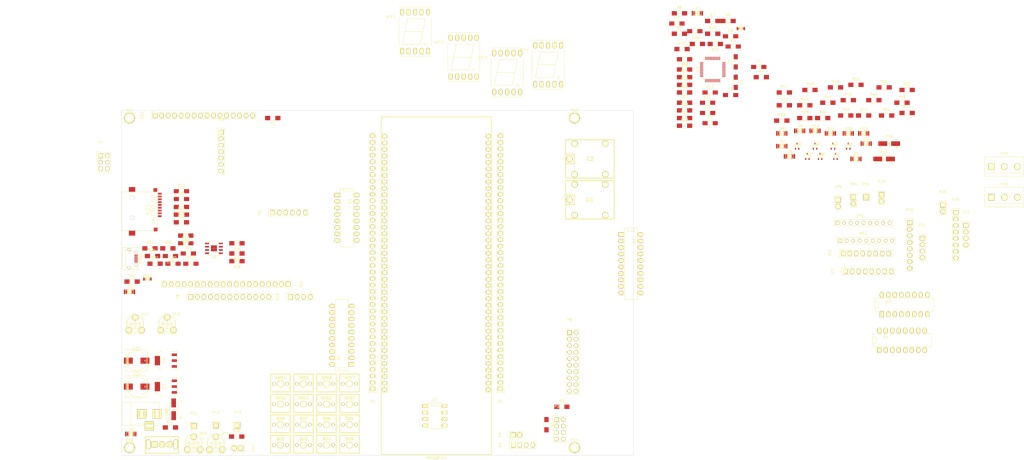
<source format=kicad_pcb>
(kicad_pcb (version 4) (host pcbnew "(2015-01-16 BZR 5376)-product")
  (layers (0 F.Cu signal) (31 B.Cu signal) (34 B.Paste user) (35 F.Paste user) (36 B.SilkS user) (37 F.SilkS user) (38 B.Mask user) (39 F.Mask user) (44 Edge.Cuts user))
  (net 0 "")
  (net 1 /arm_base_ethernet/Veth)
  (net 2 GND)
  (net 3 /arm_base_ethernet/RD+)
  (net 4 /arm_base_ethernet/RD-)
  (net 5 /arm_base_ethernet/TD-)
  (net 6 /arm_base_ethernet/TD+)
  (net 7 /arm_base_ethernet/PFBOUT)
  (net 8 +3.3VP)
  (net 9 +5V)
  (net 10 USB_PWRD)
  (net 11 D-_HOST)
  (net 12 D+_HOST)
  (net 13 "Net-(CON1-Pad2)")
  (net 14 "Net-(CON1-Pad3)")
  (net 15 "Net-(CON1-Pad5)")
  (net 16 "Net-(CON2-Pad1)")
  (net 17 /arm_base_ethernet/LED_SPEED)
  (net 18 "Net-(D1-Pad1)")
  (net 19 USB_UP_LED)
  (net 20 "Net-(D3-Pad1)")
  (net 21 "Net-(D5-Pad2)")
  (net 22 "Net-(DS1-Pad3)")
  (net 23 "Net-(DS1-Pad4)")
  (net 24 "Net-(DS1-Pad5)")
  (net 25 "Net-(DS1-Pad6)")
  (net 26 "Net-(DS1-Pad7)")
  (net 27 "Net-(DS1-Pad8)")
  (net 28 "Net-(DS1-Pad9)")
  (net 29 "Net-(DS1-Pad10)")
  (net 30 "Net-(DS1-Pad11)")
  (net 31 "Net-(DS1-Pad12)")
  (net 32 "Net-(DS1-Pad13)")
  (net 33 "Net-(DS1-Pad14)")
  (net 34 "Net-(DS1-Pad15)")
  (net 35 "Net-(DS1-Pad16)")
  (net 36 "Net-(DS1-Pad18)")
  (net 37 "Net-(DS1-Pad19)")
  (net 38 "Net-(DS2-Pad3)")
  (net 39 "Net-(P1-Pad1)")
  (net 40 "Net-(P1-Pad2)")
  (net 41 "Net-(P1-Pad3)")
  (net 42 "Net-(P1-Pad4)")
  (net 43 "Net-(P1-Pad5)")
  (net 44 "Net-(P1-Pad6)")
  (net 45 "Net-(P1-Pad7)")
  (net 46 "Net-(P1-Pad8)")
  (net 47 "Net-(P1-Pad9)")
  (net 48 "Net-(P1-Pad10)")
  (net 49 "/GPIO 10")
  (net 50 "/GPIO 11")
  (net 51 "/GPIO 12")
  (net 52 "/GPIO 13")
  (net 53 "/GPIO 14")
  (net 54 "/GPIO 15")
  (net 55 "/GPIO 16")
  (net 56 "/GPIO 17")
  (net 57 "/GPIO 18")
  (net 58 "/GPIO 19")
  (net 59 /ADC0)
  (net 60 /ADC1)
  (net 61 /ADC2)
  (net 62 /ADC3)
  (net 63 /I2C_SDA)
  (net 64 /I2C_SCL)
  (net 65 /SPI_MOSI)
  (net 66 /SPI_MISO)
  (net 67 /SPI_SCL)
  (net 68 /SPI_SSEL)
  (net 69 /TXD0)
  (net 70 /RXD0)
  (net 71 /TXD1)
  (net 72 /RXD1)
  (net 73 /USB-_HOST)
  (net 74 /USB+_HOST)
  (net 75 PRI_BLD)
  (net 76 ~RST)
  (net 77 /80/ENET_TXD0)
  (net 78 /79/ENET_TXD1)
  (net 79 /78/ENET_TX_EN)
  (net 80 /77/ENET_CRS)
  (net 81 /76/ENET_RXD0)
  (net 82 /75/ENET_RXD1)
  (net 83 "Net-(P2-Pad7)")
  (net 84 /73/ENET_RX_ER)
  (net 85 /72/ENET_REF_CLK)
  (net 86 /71/ENET_MDC)
  (net 87 /70/ENET_MDIO)
  (net 88 /69/USB_UP_LED)
  (net 89 /68/USB_PPWR)
  (net 90 "Net-(P2-Pad14)")
  (net 91 "Net-(P2-Pad15)")
  (net 92 /65/USB_PWRD)
  (net 93 "Net-(P2-Pad17)")
  (net 94 "Net-(P2-Pad18)")
  (net 95 "Net-(P2-Pad19)")
  (net 96 "Net-(P2-Pad20)")
  (net 97 /60/USB_OVRCR)
  (net 98 "Net-(P2-Pad22)")
  (net 99 "Net-(P2-Pad23)")
  (net 100 /57/VBUS)
  (net 101 "Net-(P2-Pad25)")
  (net 102 "Net-(P2-Pad26)")
  (net 103 "Net-(P2-Pad27)")
  (net 104 "Net-(P2-Pad28)")
  (net 105 "Net-(P2-Pad29)")
  (net 106 "Net-(P2-Pad30)")
  (net 107 "Net-(P2-Pad31)")
  (net 108 "Net-(P2-Pad32)")
  (net 109 "Net-(P2-Pad33)")
  (net 110 "Net-(P2-Pad34)")
  (net 111 /46/USB_CONNECT)
  (net 112 /SD_DETECT)
  (net 113 "/ETH RESET")
  (net 114 "Net-(P2-Pad38)")
  (net 115 UART_TXD1)
  (net 116 "Net-(P3-Pad3)")
  (net 117 "Net-(P3-Pad4)")
  (net 118 "Net-(P3-Pad5)")
  (net 119 "Net-(P3-Pad6)")
  (net 120 UART_RXD1)
  (net 121 "Net-(P3-Pad8)")
  (net 122 "Net-(P4-Pad3)")
  (net 123 "Net-(P4-Pad4)")
  (net 124 "Net-(P10-Pad2)")
  (net 125 "Net-(P10-Pad3)")
  (net 126 "Net-(P10-Pad4)")
  (net 127 UART_RXD0)
  (net 128 UART_TXD0)
  (net 129 "Net-(P11-Pad1)")
  (net 130 "Net-(P12-Pad1)")
  (net 131 "Net-(P13-Pad1)")
  (net 132 "Net-(R4-Pad2)")
  (net 133 /arm_base_ethernet/LED_LINK)
  (net 134 /arm_base_ethernet/LED_ACT)
  (net 135 "Net-(R6-Pad2)")
  (net 136 "Net-(J1-Pad11)")
  (net 137 "Net-(J1-Pad13)")
  (net 138 ENET_TXD1)
  (net 139 "Net-(R11-Pad2)")
  (net 140 "Net-(R12-Pad2)")
  (net 141 ENET_CRS)
  (net 142 "Net-(R13-Pad2)")
  (net 143 ENET_RX_ER)
  (net 144 "Net-(R14-Pad2)")
  (net 145 ENET_RXD0)
  (net 146 "Net-(R15-Pad2)")
  (net 147 ENET_RXD1)
  (net 148 "Net-(R16-Pad2)")
  (net 149 ENET_TX_EN)
  (net 150 "Net-(R17-Pad2)")
  (net 151 ENET_TXD0)
  (net 152 "Net-(R18-Pad2)")
  (net 153 "Net-(R19-Pad2)")
  (net 154 ENET_MDIO)
  (net 155 "Net-(R21-Pad1)")
  (net 156 SD_CARD_DETECT)
  (net 157 "Net-(R23-Pad1)")
  (net 158 "Net-(R24-Pad1)")
  (net 159 "Net-(R26-Pad2)")
  (net 160 USB_PPWR)
  (net 161 USB_OVRCR)
  (net 162 SPI_SSEL_0)
  (net 163 SPI_MOSI_0)
  (net 164 SPI_SCK_0)
  (net 165 SPI_MISO_0)
  (net 166 /SDA_EEPROM)
  (net 167 /SCL_EEPROM)
  (net 168 "Net-(U3-Pad1)")
  (net 169 "Net-(U3-Pad5)")
  (net 170 "Net-(U3-Pad6)")
  (net 171 "Net-(U3-Pad8)")
  (net 172 "Net-(U3-Pad9)")
  (net 173 "Net-(U3-Pad10)")
  (net 174 "Net-(U3-Pad11)")
  (net 175 "Net-(U3-Pad12)")
  (net 176 "Net-(U3-Pad20)")
  (net 177 "Net-(U3-Pad21)")
  (net 178 "Net-(U3-Pad25)")
  (net 179 ETH_RST)
  (net 180 ENET_MDC)
  (net 181 "Net-(U3-Pad33)")
  (net 182 ENET_REF_CLK)
  (net 183 "Net-(U3-Pad38)")
  (net 184 "Net-(U3-Pad42)")
  (net 185 "Net-(U3-Pad45)")
  (net 186 "Net-(U3-Pad46)")
  (net 187 "Net-(U5-Pad3)")
  (net 188 "Net-(U5-Pad5)")
  (net 189 "Net-(P14-Pad1)")
  (net 190 "Net-(P15-Pad1)")
  (net 191 "Net-(P16-Pad1)")
  (net 192 "Net-(P17-Pad1)")
  (net 193 "Net-(P18-Pad2)")
  (net 194 "Net-(P10-Pad1)")
  (net 195 RX)
  (net 196 TX)
  (net 197 /7Segment,Relay,/SG-5)
  (net 198 /7Segment,Relay,/SG-4)
  (net 199 "Net-(AFF1-Pad3)")
  (net 200 /7Segment,Relay,/SG-3)
  (net 201 /7Segment,Relay,/DP)
  (net 202 /7Segment,Relay,/SG-2)
  (net 203 /7Segment,Relay,/SG-1)
  (net 204 "Net-(AFF1-Pad8)")
  (net 205 /7Segment,Relay,/SG-6)
  (net 206 /7Segment,Relay,/SG-7)
  (net 207 "Net-(AFF2-Pad3)")
  (net 208 "Net-(AFF2-Pad8)")
  (net 209 "Net-(AFF3-Pad3)")
  (net 210 "Net-(AFF3-Pad8)")
  (net 211 "Net-(AFF4-Pad3)")
  (net 212 "Net-(AFF4-Pad8)")
  (net 213 9/12V)
  (net 214 "Net-(D2-Pad1)")
  (net 215 "Net-(D6-Pad1)")
  (net 216 "Net-(D7-Pad1)")
  (net 217 "Net-(D8-Pad1)")
  (net 218 "Net-(D9-Pad1)")
  (net 219 "Net-(D10-Pad1)")
  (net 220 "Net-(D11-Pad1)")
  (net 221 "Net-(D12-Pad1)")
  (net 222 "Net-(D13-Pad2)")
  (net 223 "Net-(D13-Pad1)")
  (net 224 "Net-(D14-Pad2)")
  (net 225 "Net-(D14-Pad1)")
  (net 226 "Net-(D15-Pad1)")
  (net 227 "Net-(D16-Pad1)")
  (net 228 /RS232/M1a)
  (net 229 /RS232/M1c)
  (net 230 /RS232/M1d)
  (net 231 /RS232/M1b)
  (net 232 /RS232/M2b)
  (net 233 /RS232/M2d)
  (net 234 /RS232/M2c)
  (net 235 /RS232/M2a)
  (net 236 "Net-(JP1-Pad1)")
  (net 237 "Net-(JP1-Pad2)")
  (net 238 "Net-(JP1-Pad3)")
  (net 239 "Net-(JP1-Pad4)")
  (net 240 "Net-(JP1-Pad5)")
  (net 241 "Net-(JP1-Pad6)")
  (net 242 "Net-(JP1-Pad7)")
  (net 243 "Net-(JP1-Pad8)")
  (net 244 "Net-(JP3-Pad1)")
  (net 245 "Net-(JP3-Pad2)")
  (net 246 "Net-(JP3-Pad3)")
  (net 247 "Net-(JP3-Pad4)")
  (net 248 "Net-(JP3-Pad5)")
  (net 249 "Net-(JP3-Pad6)")
  (net 250 "Net-(JP3-Pad7)")
  (net 251 "Net-(JP3-Pad8)")
  (net 252 "Net-(K1-Pad2)")
  (net 253 "Net-(K1-Pad3)")
  (net 254 "Net-(K1-Pad4)")
  (net 255 "Net-(K2-Pad2)")
  (net 256 "Net-(K2-Pad3)")
  (net 257 "Net-(K2-Pad4)")
  (net 258 "Net-(P21-Pad1)")
  (net 259 "Net-(P21-Pad2)")
  (net 260 "Net-(P21-Pad3)")
  (net 261 "Net-(P21-Pad4)")
  (net 262 "Net-(P24-Pad1)")
  (net 263 "Net-(P25-Pad1)")
  (net 264 "Net-(P26-Pad1)")
  (net 265 "Net-(P26-Pad2)")
  (net 266 "Net-(P26-Pad3)")
  (net 267 "Net-(P26-Pad4)")
  (net 268 "Net-(P26-Pad5)")
  (net 269 "Net-(P26-Pad6)")
  (net 270 "Net-(P26-Pad7)")
  (net 271 "Net-(P26-Pad8)")
  (net 272 "Net-(Q1-Pad1)")
  (net 273 "Net-(Q2-Pad1)")
  (net 274 "Net-(Q3-Pad1)")
  (net 275 "Net-(Q3-Pad3)")
  (net 276 "Net-(Q4-Pad1)")
  (net 277 "Net-(Q4-Pad3)")
  (net 278 "Net-(Q5-Pad1)")
  (net 279 "Net-(Q6-Pad1)")
  (net 280 "Net-(Q6-Pad3)")
  (net 281 "Net-(Q7-Pad1)")
  (net 282 "Net-(Q7-Pad3)")
  (module Capacitors_SMD:C_1206_HandSoldering (layer F.Cu) (at 309 8)
    (fp_text reference C1 (at 0 -2.3) (layer F.SilkS))
    (fp_text value 0.1uF)
    (pad 1 smd rect (at -2 0) (size 2 1.6) (layers F.Cu F.Paste F.Mask) (net 1 /arm_base_ethernet/Veth))
    (pad 2 smd rect (at 2 0) (size 2 1.6) (layers F.Cu F.Paste F.Mask) (net 2 GND))
  )
  (module Capacitors_SMD:C_1206_HandSoldering (layer F.Cu) (at 284 -6 180)
    (fp_text reference C2 (at 0 -2.3 180) (layer F.SilkS))
    (fp_text value 100nF)
    (pad 1 smd rect (at -2 0 180) (size 2 1.6) (layers F.Cu F.Paste F.Mask) (net 2 GND))
    (pad 2 smd rect (at 2 0 180) (size 2 1.6) (layers F.Cu F.Paste F.Mask) (net 1 /arm_base_ethernet/Veth))
  )
  (module Capacitors_SMD:C_1206_HandSoldering (layer F.Cu) (at 277 -9)
    (fp_text reference C3 (at 0 -2.3) (layer F.SilkS))
    (fp_text value 100nF)
    (pad 1 smd rect (at -2 0) (size 2 1.6) (layers F.Cu F.Paste F.Mask) (net 1 /arm_base_ethernet/Veth))
    (pad 2 smd rect (at 2 0) (size 2 1.6) (layers F.Cu F.Paste F.Mask) (net 2 GND))
  )
  (module Capacitors_SMD:C_1206_HandSoldering (layer F.Cu) (at 300 14 270)
    (fp_text reference C4 (at 0 -2.3 270) (layer F.SilkS))
    (fp_text value 8pF)
    (pad 1 smd rect (at -2 0 270) (size 2 1.6) (layers F.Cu F.Paste F.Mask) (net 3 /arm_base_ethernet/RD+))
    (pad 2 smd rect (at 2 0 270) (size 2 1.6) (layers F.Cu F.Paste F.Mask) (net 4 /arm_base_ethernet/RD-))
  )
  (module Capacitors_SMD:C_1206_HandSoldering (layer F.Cu) (at 300 6 90)
    (fp_text reference C5 (at 0 -2.3 90) (layer F.SilkS))
    (fp_text value 8pF)
    (pad 1 smd rect (at -2 0 90) (size 2 1.6) (layers F.Cu F.Paste F.Mask) (net 5 /arm_base_ethernet/TD-))
    (pad 2 smd rect (at 2 0 90) (size 2 1.6) (layers F.Cu F.Paste F.Mask) (net 6 /arm_base_ethernet/TD+))
  )
  (module Capacitors_SMD:C_1206_HandSoldering (layer F.Cu) (at 298 19)
    (fp_text reference C6 (at 0 -2.3) (layer F.SilkS))
    (fp_text value 0.1uF)
    (pad 1 smd rect (at -2 0) (size 2 1.6) (layers F.Cu F.Paste F.Mask) (net 2 GND))
    (pad 2 smd rect (at 2 0) (size 2 1.6) (layers F.Cu F.Paste F.Mask) (net 7 /arm_base_ethernet/PFBOUT))
  )
  (module Capacitors_SMD:C_1206_HandSoldering (layer F.Cu) (at 290 30)
    (fp_text reference C7 (at 0 -2.3) (layer F.SilkS))
    (fp_text value 100nF)
    (pad 1 smd rect (at -2 0) (size 2 1.6) (layers F.Cu F.Paste F.Mask) (net 1 /arm_base_ethernet/Veth))
    (pad 2 smd rect (at 2 0) (size 2 1.6) (layers F.Cu F.Paste F.Mask) (net 2 GND))
  )
  (module Capacitors_SMD:C_1206_HandSoldering (layer F.Cu) (at 298 -4)
    (fp_text reference C8 (at 0 -2.3) (layer F.SilkS))
    (fp_text value 100nF)
    (pad 1 smd rect (at -2 0) (size 2 1.6) (layers F.Cu F.Paste F.Mask) (net 1 /arm_base_ethernet/Veth))
    (pad 2 smd rect (at 2 0) (size 2 1.6) (layers F.Cu F.Paste F.Mask) (net 2 GND))
  )
  (module Capacitors_SMD:C_1206_HandSoldering (layer F.Cu) (at 299 0)
    (fp_text reference C9 (at 0 -2.3) (layer F.SilkS))
    (fp_text value 100nF)
    (pad 1 smd rect (at -2 0) (size 2 1.6) (layers F.Cu F.Paste F.Mask) (net 1 /arm_base_ethernet/Veth))
    (pad 2 smd rect (at 2 0) (size 2 1.6) (layers F.Cu F.Paste F.Mask) (net 2 GND))
  )
  (module Capacitors_SMD:C_1206_HandSoldering (layer F.Cu) (at 289 26)
    (fp_text reference C10 (at 0 -2.3) (layer F.SilkS))
    (fp_text value 100nF)
    (pad 1 smd rect (at -2 0) (size 2 1.6) (layers F.Cu F.Paste F.Mask) (net 7 /arm_base_ethernet/PFBOUT))
    (pad 2 smd rect (at 2 0) (size 2 1.6) (layers F.Cu F.Paste F.Mask) (net 2 GND))
  )
  (module Capacitors_SMD:C_1206_HandSoldering (layer F.Cu) (at 289 22)
    (fp_text reference C11 (at 0 -2.3) (layer F.SilkS))
    (fp_text value 10uF)
    (pad 1 smd rect (at -2 0) (size 2 1.6) (layers F.Cu F.Paste F.Mask) (net 7 /arm_base_ethernet/PFBOUT))
    (pad 2 smd rect (at 2 0) (size 2 1.6) (layers F.Cu F.Paste F.Mask) (net 2 GND))
  )
  (module Capacitors_SMD:C_1206_HandSoldering (layer F.Cu) (at 290 18)
    (fp_text reference C12 (at 0 -2.3) (layer F.SilkS))
    (fp_text value 100nF)
    (pad 1 smd rect (at -2 0) (size 2 1.6) (layers F.Cu F.Paste F.Mask) (net 7 /arm_base_ethernet/PFBOUT))
    (pad 2 smd rect (at 2 0) (size 2 1.6) (layers F.Cu F.Paste F.Mask) (net 2 GND))
  )
  (module Capacitors_SMD:C_1206_HandSoldering (layer F.Cu) (at 83.312 56.642)
    (fp_text reference C13 (at 0 -2.3) (layer F.SilkS))
    (fp_text value 100nF)
    (pad 1 smd rect (at -2 0) (size 2 1.6) (layers F.Cu F.Paste F.Mask) (net 8 +3.3VP))
    (pad 2 smd rect (at 2 0) (size 2 1.6) (layers F.Cu F.Paste F.Mask) (net 2 GND))
  )
  (module Capacitors_SMD:C_1206_HandSoldering (layer F.Cu) (at 83.312 59.69)
    (fp_text reference C14 (at 0 -2.3) (layer F.SilkS))
    (fp_text value 10uF)
    (pad 1 smd rect (at -2 0) (size 2 1.6) (layers F.Cu F.Paste F.Mask) (net 8 +3.3VP))
    (pad 2 smd rect (at 2 0) (size 2 1.6) (layers F.Cu F.Paste F.Mask) (net 2 GND))
  )
  (module Capacitors_SMD:C_1206_HandSoldering (layer F.Cu) (at 87 85)
    (fp_text reference C16 (at 0 -2.3) (layer F.SilkS))
    (fp_text value 100nF)
    (pad 1 smd rect (at -2 0) (size 2 1.6) (layers F.Cu F.Paste F.Mask) (net 2 GND))
    (pad 2 smd rect (at 2 0) (size 2 1.6) (layers F.Cu F.Paste F.Mask) (net 9 +5V))
  )
  (module Capacitors_SMD:C_1206_HandSoldering (layer F.Cu) (at 86 81)
    (fp_text reference C17 (at 0 -2.3) (layer F.SilkS))
    (fp_text value 10uF/6.3V)
    (pad 1 smd rect (at -2 0) (size 2 1.6) (layers F.Cu F.Paste F.Mask) (net 10 USB_PWRD))
    (pad 2 smd rect (at 2 0) (size 2 1.6) (layers F.Cu F.Paste F.Mask) (net 2 GND))
  )
  (module Capacitors_SMD:C_1206_HandSoldering (layer F.Cu) (at 85 77)
    (fp_text reference C18 (at 0 -2.3) (layer F.SilkS))
    (fp_text value 0.1uF)
    (pad 1 smd rect (at -2 0) (size 2 1.6) (layers F.Cu F.Paste F.Mask) (net 10 USB_PWRD))
    (pad 2 smd rect (at 2 0) (size 2 1.6) (layers F.Cu F.Paste F.Mask) (net 2 GND))
  )
  (module Capacitors_SMD:C_1206_HandSoldering (layer F.Cu) (at 79 82 180)
    (fp_text reference C19 (at 0 -2.3 180) (layer F.SilkS))
    (fp_text value 47pF)
    (pad 1 smd rect (at -2 0 180) (size 2 1.6) (layers F.Cu F.Paste F.Mask) (net 11 D-_HOST))
    (pad 2 smd rect (at 2 0 180) (size 2 1.6) (layers F.Cu F.Paste F.Mask) (net 2 GND))
  )
  (module Capacitors_SMD:C_1206_HandSoldering (layer F.Cu) (at 80 85)
    (fp_text reference C20 (at 0 -2.3) (layer F.SilkS))
    (fp_text value 47pF)
    (pad 1 smd rect (at -2 0) (size 2 1.6) (layers F.Cu F.Paste F.Mask) (net 12 D+_HOST))
    (pad 2 smd rect (at 2 0) (size 2 1.6) (layers F.Cu F.Paste F.Mask) (net 2 GND))
  )
  (module Capacitors_SMD:c_elec_8x10.5 (layer F.Cu) (at 65.786 122.936)
    (fp_text reference C21 (at 0 -4.826) (layer F.SilkS))
    (fp_text value 100uF/25V)
    (pad 1 smd rect (at 3.2512 0) (size 3.50012 2.4003) (layers F.Cu F.Paste F.Mask) (net 213 9/12V))
    (pad 2 smd rect (at -3.2512 0) (size 3.50012 2.4003) (layers F.Cu F.Paste F.Mask) (net 2 GND))
  )
  (module Capacitors_SMD:c_elec_8x10.5 (layer F.Cu) (at 65.786 133.096)
    (fp_text reference C22 (at 0 -4.826) (layer F.SilkS))
    (fp_text value 100uF/25V)
    (pad 1 smd rect (at 3.2512 0) (size 3.50012 2.4003) (layers F.Cu F.Paste F.Mask) (net 9 +5V))
    (pad 2 smd rect (at -3.2512 0) (size 3.50012 2.4003) (layers F.Cu F.Paste F.Mask) (net 2 GND))
  )
  (module Connect:USB_Micro-B (layer F.Cu) (at 64 83 270)
    (fp_text reference CON1 (at 0 -3.45 270) (layer F.SilkS))
    (fp_text value "USB A")
    (pad 1 smd rect (at -1.3009 -1.56254) (size 1.35 0.4) (layers F.Cu F.Paste F.Mask) (net 10 USB_PWRD))
    (pad 2 smd rect (at -0.6509 -1.56254) (size 1.35 0.4) (layers F.Cu F.Paste F.Mask) (net 13 "Net-(CON1-Pad2)"))
    (pad 3 smd rect (at -0.0009 -1.56254) (size 1.35 0.4) (layers F.Cu F.Paste F.Mask) (net 14 "Net-(CON1-Pad3)"))
    (pad 4 smd rect (at 0.6491 -1.56254) (size 1.35 0.4) (layers F.Cu F.Paste F.Mask) (net 2 GND))
    (pad 5 smd rect (at 1.2991 -1.56254) (size 1.35 0.4) (layers F.Cu F.Paste F.Mask) (net 15 "Net-(CON1-Pad5)"))
    (pad 6 thru_hole oval (at -2.5009 -1.56254) (size 0.95 1.25) (drill oval 0.55 0.85) (layers *.Cu *.Mask F.SilkS) (net 15 "Net-(CON1-Pad5)"))
    (pad 6 thru_hole oval (at 2.4991 -1.56254) (size 0.95 1.25) (drill oval 0.55 0.85) (layers *.Cu *.Mask F.SilkS) (net 15 "Net-(CON1-Pad5)"))
    (pad 6 thru_hole oval (at -3.5009 1.13746) (size 1.55 1) (drill oval 1.15 0.5) (layers *.Cu *.Mask F.SilkS) (net 15 "Net-(CON1-Pad5)"))
    (pad 6 thru_hole oval (at 3.4991 1.13746) (size 1.55 1) (drill oval 1.15 0.5) (layers *.Cu *.Mask F.SilkS) (net 15 "Net-(CON1-Pad5)"))
  )
  (module Connect:BARREL_JACK (layer F.Cu) (at 67.564 143.764)
    (fp_text reference CON2 (at 10.09904 0 90) (layer F.SilkS))
    (fp_text value BARREL_JACK)
    (pad 1 thru_hole rect (at 6.20014 0) (size 3.50012 3.50012) (drill oval 1.00076 2.99974) (layers *.Cu *.Mask F.SilkS) (net 16 "Net-(CON2-Pad1)"))
    (pad 2 thru_hole rect (at 0.20066 0) (size 3.50012 3.50012) (drill oval 1.00076 2.99974) (layers *.Cu *.Mask F.SilkS) (net 2 GND))
    (pad 3 thru_hole rect (at 3.2004 4.699) (size 3.50012 3.50012) (drill oval 2.99974 1.00076) (layers *.Cu *.Mask F.SilkS) (net 2 GND))
  )
  (module Diodes_SMD:Diode-SMA_Handsoldering (layer F.Cu) (at 80.264 141.986 90)
    (fp_text reference D4 (at 0 -2.85 90) (layer F.SilkS))
    (fp_text value 1n4148)
    (fp_text user K (at -3.25 2.9 90) (layer F.SilkS))
    (fp_text user A (at 3.05 2.85 90) (layer F.SilkS))
    (pad 1 smd rect (at -2.49936 0 90) (size 3.50012 1.80086) (layers F.Cu F.Paste F.Mask) (net 8 +3.3VP))
    (pad 2 smd rect (at 2.49936 0 90) (size 3.50012 1.80086) (layers F.Cu F.Paste F.Mask) (net 9 +5V))
  )
  (module Pin_Headers:Pin_Header_Straight_1x20 (layer F.Cu) (at 125 93 270)
    (fp_text reference DS1 (at 0 -5.1 270) (layer F.SilkS))
    (fp_text value EE_RG12864j)
    (pad 1 thru_hole rect (at 0 0 270) (size 2.032 1.7272) (drill 1.016) (layers *.Cu *.Mask F.SilkS) (net 2 GND))
    (pad 2 thru_hole oval (at 0 2.54 270) (size 2.032 1.7272) (drill 1.016) (layers *.Cu *.Mask F.SilkS) (net 9 +5V))
    (pad 3 thru_hole oval (at 0 5.08 270) (size 2.032 1.7272) (drill 1.016) (layers *.Cu *.Mask F.SilkS) (net 22 "Net-(DS1-Pad3)"))
    (pad 4 thru_hole oval (at 0 7.62 270) (size 2.032 1.7272) (drill 1.016) (layers *.Cu *.Mask F.SilkS) (net 23 "Net-(DS1-Pad4)"))
    (pad 5 thru_hole oval (at 0 10.16 270) (size 2.032 1.7272) (drill 1.016) (layers *.Cu *.Mask F.SilkS) (net 24 "Net-(DS1-Pad5)"))
    (pad 6 thru_hole oval (at 0 12.7 270) (size 2.032 1.7272) (drill 1.016) (layers *.Cu *.Mask F.SilkS) (net 25 "Net-(DS1-Pad6)"))
    (pad 7 thru_hole oval (at 0 15.24 270) (size 2.032 1.7272) (drill 1.016) (layers *.Cu *.Mask F.SilkS) (net 26 "Net-(DS1-Pad7)"))
    (pad 8 thru_hole oval (at 0 17.78 270) (size 2.032 1.7272) (drill 1.016) (layers *.Cu *.Mask F.SilkS) (net 27 "Net-(DS1-Pad8)"))
    (pad 9 thru_hole oval (at 0 20.32 270) (size 2.032 1.7272) (drill 1.016) (layers *.Cu *.Mask F.SilkS) (net 28 "Net-(DS1-Pad9)"))
    (pad 10 thru_hole oval (at 0 22.86 270) (size 2.032 1.7272) (drill 1.016) (layers *.Cu *.Mask F.SilkS) (net 29 "Net-(DS1-Pad10)"))
    (pad 11 thru_hole oval (at 0 25.4 270) (size 2.032 1.7272) (drill 1.016) (layers *.Cu *.Mask F.SilkS) (net 30 "Net-(DS1-Pad11)"))
    (pad 12 thru_hole oval (at 0 27.94 270) (size 2.032 1.7272) (drill 1.016) (layers *.Cu *.Mask F.SilkS) (net 31 "Net-(DS1-Pad12)"))
    (pad 13 thru_hole oval (at 0 30.48 270) (size 2.032 1.7272) (drill 1.016) (layers *.Cu *.Mask F.SilkS) (net 32 "Net-(DS1-Pad13)"))
    (pad 14 thru_hole oval (at 0 33.02 270) (size 2.032 1.7272) (drill 1.016) (layers *.Cu *.Mask F.SilkS) (net 33 "Net-(DS1-Pad14)"))
    (pad 15 thru_hole oval (at 0 35.56 270) (size 2.032 1.7272) (drill 1.016) (layers *.Cu *.Mask F.SilkS) (net 34 "Net-(DS1-Pad15)"))
    (pad 16 thru_hole oval (at 0 38.1 270) (size 2.032 1.7272) (drill 1.016) (layers *.Cu *.Mask F.SilkS) (net 35 "Net-(DS1-Pad16)"))
    (pad 17 thru_hole oval (at 0 40.64 270) (size 2.032 1.7272) (drill 1.016) (layers *.Cu *.Mask F.SilkS) (net 2 GND))
    (pad 18 thru_hole oval (at 0 43.18 270) (size 2.032 1.7272) (drill 1.016) (layers *.Cu *.Mask F.SilkS) (net 36 "Net-(DS1-Pad18)"))
    (pad 19 thru_hole oval (at 0 45.72 270) (size 2.032 1.7272) (drill 1.016) (layers *.Cu *.Mask F.SilkS) (net 37 "Net-(DS1-Pad19)"))
    (pad 20 thru_hole oval (at 0 48.26 270) (size 2.032 1.7272) (drill 1.016) (layers *.Cu *.Mask F.SilkS) (net 2 GND))
  )
  (module Pin_Headers:Pin_Header_Straight_1x16 (layer F.Cu) (at 73 27 90)
    (fp_text reference DS2 (at 0 -5.1 90) (layer F.SilkS))
    (fp_text value LCD-016N002L)
    (pad 1 thru_hole rect (at 0 0 90) (size 2.032 1.7272) (drill 1.016) (layers *.Cu *.Mask F.SilkS) (net 2 GND))
    (pad 2 thru_hole oval (at 0 2.54 90) (size 2.032 1.7272) (drill 1.016) (layers *.Cu *.Mask F.SilkS) (net 9 +5V))
    (pad 3 thru_hole oval (at 0 5.08 90) (size 2.032 1.7272) (drill 1.016) (layers *.Cu *.Mask F.SilkS) (net 38 "Net-(DS2-Pad3)"))
    (pad 4 thru_hole oval (at 0 7.62 90) (size 2.032 1.7272) (drill 1.016) (layers *.Cu *.Mask F.SilkS) (net 23 "Net-(DS1-Pad4)"))
    (pad 5 thru_hole oval (at 0 10.16 90) (size 2.032 1.7272) (drill 1.016) (layers *.Cu *.Mask F.SilkS) (net 24 "Net-(DS1-Pad5)"))
    (pad 6 thru_hole oval (at 0 12.7 90) (size 2.032 1.7272) (drill 1.016) (layers *.Cu *.Mask F.SilkS) (net 25 "Net-(DS1-Pad6)"))
    (pad 7 thru_hole oval (at 0 15.24 90) (size 2.032 1.7272) (drill 1.016) (layers *.Cu *.Mask F.SilkS) (net 26 "Net-(DS1-Pad7)"))
    (pad 8 thru_hole oval (at 0 17.78 90) (size 2.032 1.7272) (drill 1.016) (layers *.Cu *.Mask F.SilkS) (net 27 "Net-(DS1-Pad8)"))
    (pad 9 thru_hole oval (at 0 20.32 90) (size 2.032 1.7272) (drill 1.016) (layers *.Cu *.Mask F.SilkS) (net 28 "Net-(DS1-Pad9)"))
    (pad 10 thru_hole oval (at 0 22.86 90) (size 2.032 1.7272) (drill 1.016) (layers *.Cu *.Mask F.SilkS) (net 29 "Net-(DS1-Pad10)"))
    (pad 11 thru_hole oval (at 0 25.4 90) (size 2.032 1.7272) (drill 1.016) (layers *.Cu *.Mask F.SilkS) (net 30 "Net-(DS1-Pad11)"))
    (pad 12 thru_hole oval (at 0 27.94 90) (size 2.032 1.7272) (drill 1.016) (layers *.Cu *.Mask F.SilkS) (net 31 "Net-(DS1-Pad12)"))
    (pad 13 thru_hole oval (at 0 30.48 90) (size 2.032 1.7272) (drill 1.016) (layers *.Cu *.Mask F.SilkS) (net 32 "Net-(DS1-Pad13)"))
    (pad 14 thru_hole oval (at 0 33.02 90) (size 2.032 1.7272) (drill 1.016) (layers *.Cu *.Mask F.SilkS) (net 33 "Net-(DS1-Pad14)"))
    (pad 15 thru_hole oval (at 0 35.56 90) (size 2.032 1.7272) (drill 1.016) (layers *.Cu *.Mask F.SilkS) (net 37 "Net-(DS1-Pad19)"))
    (pad 16 thru_hole oval (at 0 38.1 90) (size 2.032 1.7272) (drill 1.016) (layers *.Cu *.Mask F.SilkS) (net 2 GND))
  )
  (module LEDs:LED-0805 (layer F.Cu) (at 70 91)
    (fp_text reference FER1 (at 0 -1.27) (layer F.SilkS))
    (fp_text value FERRITE)
    (pad 2 smd rect (at 1.04902 0 180) (size 1.19888 1.19888) (layers F.Cu F.Paste F.Mask) (net 2 GND))
    (pad 1 smd rect (at -1.04902 0 180) (size 1.19888 1.19888) (layers F.Cu F.Paste F.Mask) (net 15 "Net-(CON1-Pad5)"))
  )
  (module SMD_Packages:SOT-223 (layer F.Cu) (at 77.216 133.096 90)
    (fp_text reference IC1 (at 0 -0.762 90) (layer F.SilkS))
    (fp_text value LM1117)
    (pad 4 smd rect (at 0 -3.302 90) (size 3.6576 2.032) (layers F.Cu F.Paste F.Mask) (net 9 +5V))
    (pad 2 smd rect (at 0 3.302 90) (size 1.016 2.032) (layers F.Cu F.Paste F.Mask) (net 9 +5V))
    (pad 3 smd rect (at 2.286 3.302 90) (size 1.016 2.032) (layers F.Cu F.Paste F.Mask) (net 213 9/12V))
    (pad 1 smd rect (at -2.286 3.302 90) (size 1.016 2.032) (layers F.Cu F.Paste F.Mask) (net 2 GND))
  )
  (module SMD_Packages:SOT-223 (layer F.Cu) (at 77.216 122.936 90)
    (fp_text reference IC2 (at 0 -0.762 90) (layer F.SilkS))
    (fp_text value LM1117)
    (pad 4 smd rect (at 0 -3.302 90) (size 3.6576 2.032) (layers F.Cu F.Paste F.Mask) (net 8 +3.3VP))
    (pad 2 smd rect (at 0 3.302 90) (size 1.016 2.032) (layers F.Cu F.Paste F.Mask) (net 8 +3.3VP))
    (pad 3 smd rect (at 2.286 3.302 90) (size 1.016 2.032) (layers F.Cu F.Paste F.Mask) (net 9 +5V))
    (pad 1 smd rect (at -2.286 3.302 90) (size 1.016 2.032) (layers F.Cu F.Paste F.Mask) (net 2 GND))
  )
  (module LEDs:LED-0805 (layer F.Cu) (at 302 -7)
    (fp_text reference L1 (at 0 -1.27) (layer F.SilkS))
    (fp_text value INDUCTOR)
    (pad 2 smd rect (at 1.04902 0 180) (size 1.19888 1.19888) (layers F.Cu F.Paste F.Mask) (net 1 /arm_base_ethernet/Veth))
    (pad 1 smd rect (at -1.04902 0 180) (size 1.19888 1.19888) (layers F.Cu F.Paste F.Mask) (net 8 +3.3VP))
  )
  (module Pin_Headers:Pin_Header_Straight_1x40 (layer F.Cu) (at 208 134 180)
    (fp_text reference P1 (at 0 -5.1 180) (layer F.SilkS))
    (fp_text value CONN_01X40)
    (pad 1 thru_hole rect (at 0 0 180) (size 2.032 1.7272) (drill 1.016) (layers *.Cu *.Mask F.SilkS) (net 39 "Net-(P1-Pad1)"))
    (pad 2 thru_hole oval (at 0 2.54 180) (size 2.032 1.7272) (drill 1.016) (layers *.Cu *.Mask F.SilkS) (net 40 "Net-(P1-Pad2)"))
    (pad 3 thru_hole oval (at 0 5.08 180) (size 2.032 1.7272) (drill 1.016) (layers *.Cu *.Mask F.SilkS) (net 41 "Net-(P1-Pad3)"))
    (pad 4 thru_hole oval (at 0 7.62 180) (size 2.032 1.7272) (drill 1.016) (layers *.Cu *.Mask F.SilkS) (net 42 "Net-(P1-Pad4)"))
    (pad 5 thru_hole oval (at 0 10.16 180) (size 2.032 1.7272) (drill 1.016) (layers *.Cu *.Mask F.SilkS) (net 43 "Net-(P1-Pad5)"))
    (pad 6 thru_hole oval (at 0 12.7 180) (size 2.032 1.7272) (drill 1.016) (layers *.Cu *.Mask F.SilkS) (net 44 "Net-(P1-Pad6)"))
    (pad 7 thru_hole oval (at 0 15.24 180) (size 2.032 1.7272) (drill 1.016) (layers *.Cu *.Mask F.SilkS) (net 45 "Net-(P1-Pad7)"))
    (pad 8 thru_hole oval (at 0 17.78 180) (size 2.032 1.7272) (drill 1.016) (layers *.Cu *.Mask F.SilkS) (net 46 "Net-(P1-Pad8)"))
    (pad 9 thru_hole oval (at 0 20.32 180) (size 2.032 1.7272) (drill 1.016) (layers *.Cu *.Mask F.SilkS) (net 47 "Net-(P1-Pad9)"))
    (pad 10 thru_hole oval (at 0 22.86 180) (size 2.032 1.7272) (drill 1.016) (layers *.Cu *.Mask F.SilkS) (net 48 "Net-(P1-Pad10)"))
    (pad 11 thru_hole oval (at 0 25.4 180) (size 2.032 1.7272) (drill 1.016) (layers *.Cu *.Mask F.SilkS) (net 49 "/GPIO 10"))
    (pad 12 thru_hole oval (at 0 27.94 180) (size 2.032 1.7272) (drill 1.016) (layers *.Cu *.Mask F.SilkS) (net 50 "/GPIO 11"))
    (pad 13 thru_hole oval (at 0 30.48 180) (size 2.032 1.7272) (drill 1.016) (layers *.Cu *.Mask F.SilkS) (net 51 "/GPIO 12"))
    (pad 14 thru_hole oval (at 0 33.02 180) (size 2.032 1.7272) (drill 1.016) (layers *.Cu *.Mask F.SilkS) (net 52 "/GPIO 13"))
    (pad 15 thru_hole oval (at 0 35.56 180) (size 2.032 1.7272) (drill 1.016) (layers *.Cu *.Mask F.SilkS) (net 53 "/GPIO 14"))
    (pad 16 thru_hole oval (at 0 38.1 180) (size 2.032 1.7272) (drill 1.016) (layers *.Cu *.Mask F.SilkS) (net 54 "/GPIO 15"))
    (pad 17 thru_hole oval (at 0 40.64 180) (size 2.032 1.7272) (drill 1.016) (layers *.Cu *.Mask F.SilkS) (net 55 "/GPIO 16"))
    (pad 18 thru_hole oval (at 0 43.18 180) (size 2.032 1.7272) (drill 1.016) (layers *.Cu *.Mask F.SilkS) (net 56 "/GPIO 17"))
    (pad 19 thru_hole oval (at 0 45.72 180) (size 2.032 1.7272) (drill 1.016) (layers *.Cu *.Mask F.SilkS) (net 57 "/GPIO 18"))
    (pad 20 thru_hole oval (at 0 48.26 180) (size 2.032 1.7272) (drill 1.016) (layers *.Cu *.Mask F.SilkS) (net 58 "/GPIO 19"))
    (pad 21 thru_hole oval (at 0 50.8 180) (size 2.032 1.7272) (drill 1.016) (layers *.Cu *.Mask F.SilkS) (net 59 /ADC0))
    (pad 22 thru_hole oval (at 0 53.34 180) (size 2.032 1.7272) (drill 1.016) (layers *.Cu *.Mask F.SilkS) (net 60 /ADC1))
    (pad 23 thru_hole oval (at 0 55.88 180) (size 2.032 1.7272) (drill 1.016) (layers *.Cu *.Mask F.SilkS) (net 61 /ADC2))
    (pad 24 thru_hole oval (at 0 58.42 180) (size 2.032 1.7272) (drill 1.016) (layers *.Cu *.Mask F.SilkS) (net 62 /ADC3))
    (pad 25 thru_hole oval (at 0 60.96 180) (size 2.032 1.7272) (drill 1.016) (layers *.Cu *.Mask F.SilkS) (net 63 /I2C_SDA))
    (pad 26 thru_hole oval (at 0 63.5 180) (size 2.032 1.7272) (drill 1.016) (layers *.Cu *.Mask F.SilkS) (net 64 /I2C_SCL))
    (pad 27 thru_hole oval (at 0 66.04 180) (size 2.032 1.7272) (drill 1.016) (layers *.Cu *.Mask F.SilkS) (net 65 /SPI_MOSI))
    (pad 28 thru_hole oval (at 0 68.58 180) (size 2.032 1.7272) (drill 1.016) (layers *.Cu *.Mask F.SilkS) (net 66 /SPI_MISO))
    (pad 29 thru_hole oval (at 0 71.12 180) (size 2.032 1.7272) (drill 1.016) (layers *.Cu *.Mask F.SilkS) (net 67 /SPI_SCL))
    (pad 30 thru_hole oval (at 0 73.66 180) (size 2.032 1.7272) (drill 1.016) (layers *.Cu *.Mask F.SilkS) (net 68 /SPI_SSEL))
    (pad 31 thru_hole oval (at 0 76.2 180) (size 2.032 1.7272) (drill 1.016) (layers *.Cu *.Mask F.SilkS) (net 69 /TXD0))
    (pad 32 thru_hole oval (at 0 78.74 180) (size 2.032 1.7272) (drill 1.016) (layers *.Cu *.Mask F.SilkS) (net 70 /RXD0))
    (pad 33 thru_hole oval (at 0 81.28 180) (size 2.032 1.7272) (drill 1.016) (layers *.Cu *.Mask F.SilkS) (net 71 /TXD1))
    (pad 34 thru_hole oval (at 0 83.82 180) (size 2.032 1.7272) (drill 1.016) (layers *.Cu *.Mask F.SilkS) (net 72 /RXD1))
    (pad 35 thru_hole oval (at 0 86.36 180) (size 2.032 1.7272) (drill 1.016) (layers *.Cu *.Mask F.SilkS) (net 73 /USB-_HOST))
    (pad 36 thru_hole oval (at 0 88.9 180) (size 2.032 1.7272) (drill 1.016) (layers *.Cu *.Mask F.SilkS) (net 74 /USB+_HOST))
    (pad 37 thru_hole oval (at 0 91.44 180) (size 2.032 1.7272) (drill 1.016) (layers *.Cu *.Mask F.SilkS) (net 75 PRI_BLD))
    (pad 38 thru_hole oval (at 0 93.98 180) (size 2.032 1.7272) (drill 1.016) (layers *.Cu *.Mask F.SilkS) (net 76 ~RST))
    (pad 39 thru_hole oval (at 0 96.52 180) (size 2.032 1.7272) (drill 1.016) (layers *.Cu *.Mask F.SilkS) (net 8 +3.3VP))
    (pad 40 thru_hole oval (at 0 99.06 180) (size 2.032 1.7272) (drill 1.016) (layers *.Cu *.Mask F.SilkS) (net 2 GND))
  )
  (module Pin_Headers:Pin_Header_Straight_1x40 (layer F.Cu) (at 158 134 180)
    (fp_text reference P2 (at 0 -5.1 180) (layer F.SilkS))
    (fp_text value CONN_01X40)
    (pad 1 thru_hole rect (at 0 0 180) (size 2.032 1.7272) (drill 1.016) (layers *.Cu *.Mask F.SilkS) (net 77 /80/ENET_TXD0))
    (pad 2 thru_hole oval (at 0 2.54 180) (size 2.032 1.7272) (drill 1.016) (layers *.Cu *.Mask F.SilkS) (net 78 /79/ENET_TXD1))
    (pad 3 thru_hole oval (at 0 5.08 180) (size 2.032 1.7272) (drill 1.016) (layers *.Cu *.Mask F.SilkS) (net 79 /78/ENET_TX_EN))
    (pad 4 thru_hole oval (at 0 7.62 180) (size 2.032 1.7272) (drill 1.016) (layers *.Cu *.Mask F.SilkS) (net 80 /77/ENET_CRS))
    (pad 5 thru_hole oval (at 0 10.16 180) (size 2.032 1.7272) (drill 1.016) (layers *.Cu *.Mask F.SilkS) (net 81 /76/ENET_RXD0))
    (pad 6 thru_hole oval (at 0 12.7 180) (size 2.032 1.7272) (drill 1.016) (layers *.Cu *.Mask F.SilkS) (net 82 /75/ENET_RXD1))
    (pad 7 thru_hole oval (at 0 15.24 180) (size 2.032 1.7272) (drill 1.016) (layers *.Cu *.Mask F.SilkS) (net 83 "Net-(P2-Pad7)"))
    (pad 8 thru_hole oval (at 0 17.78 180) (size 2.032 1.7272) (drill 1.016) (layers *.Cu *.Mask F.SilkS) (net 84 /73/ENET_RX_ER))
    (pad 9 thru_hole oval (at 0 20.32 180) (size 2.032 1.7272) (drill 1.016) (layers *.Cu *.Mask F.SilkS) (net 85 /72/ENET_REF_CLK))
    (pad 10 thru_hole oval (at 0 22.86 180) (size 2.032 1.7272) (drill 1.016) (layers *.Cu *.Mask F.SilkS) (net 86 /71/ENET_MDC))
    (pad 11 thru_hole oval (at 0 25.4 180) (size 2.032 1.7272) (drill 1.016) (layers *.Cu *.Mask F.SilkS) (net 87 /70/ENET_MDIO))
    (pad 12 thru_hole oval (at 0 27.94 180) (size 2.032 1.7272) (drill 1.016) (layers *.Cu *.Mask F.SilkS) (net 88 /69/USB_UP_LED))
    (pad 13 thru_hole oval (at 0 30.48 180) (size 2.032 1.7272) (drill 1.016) (layers *.Cu *.Mask F.SilkS) (net 89 /68/USB_PPWR))
    (pad 14 thru_hole oval (at 0 33.02 180) (size 2.032 1.7272) (drill 1.016) (layers *.Cu *.Mask F.SilkS) (net 90 "Net-(P2-Pad14)"))
    (pad 15 thru_hole oval (at 0 35.56 180) (size 2.032 1.7272) (drill 1.016) (layers *.Cu *.Mask F.SilkS) (net 91 "Net-(P2-Pad15)"))
    (pad 16 thru_hole oval (at 0 38.1 180) (size 2.032 1.7272) (drill 1.016) (layers *.Cu *.Mask F.SilkS) (net 92 /65/USB_PWRD))
    (pad 17 thru_hole oval (at 0 40.64 180) (size 2.032 1.7272) (drill 1.016) (layers *.Cu *.Mask F.SilkS) (net 93 "Net-(P2-Pad17)"))
    (pad 18 thru_hole oval (at 0 43.18 180) (size 2.032 1.7272) (drill 1.016) (layers *.Cu *.Mask F.SilkS) (net 94 "Net-(P2-Pad18)"))
    (pad 19 thru_hole oval (at 0 45.72 180) (size 2.032 1.7272) (drill 1.016) (layers *.Cu *.Mask F.SilkS) (net 95 "Net-(P2-Pad19)"))
    (pad 20 thru_hole oval (at 0 48.26 180) (size 2.032 1.7272) (drill 1.016) (layers *.Cu *.Mask F.SilkS) (net 96 "Net-(P2-Pad20)"))
    (pad 21 thru_hole oval (at 0 50.8 180) (size 2.032 1.7272) (drill 1.016) (layers *.Cu *.Mask F.SilkS) (net 97 /60/USB_OVRCR))
    (pad 22 thru_hole oval (at 0 53.34 180) (size 2.032 1.7272) (drill 1.016) (layers *.Cu *.Mask F.SilkS) (net 98 "Net-(P2-Pad22)"))
    (pad 23 thru_hole oval (at 0 55.88 180) (size 2.032 1.7272) (drill 1.016) (layers *.Cu *.Mask F.SilkS) (net 99 "Net-(P2-Pad23)"))
    (pad 24 thru_hole oval (at 0 58.42 180) (size 2.032 1.7272) (drill 1.016) (layers *.Cu *.Mask F.SilkS) (net 100 /57/VBUS))
    (pad 25 thru_hole oval (at 0 60.96 180) (size 2.032 1.7272) (drill 1.016) (layers *.Cu *.Mask F.SilkS) (net 101 "Net-(P2-Pad25)"))
    (pad 26 thru_hole oval (at 0 63.5 180) (size 2.032 1.7272) (drill 1.016) (layers *.Cu *.Mask F.SilkS) (net 102 "Net-(P2-Pad26)"))
    (pad 27 thru_hole oval (at 0 66.04 180) (size 2.032 1.7272) (drill 1.016) (layers *.Cu *.Mask F.SilkS) (net 103 "Net-(P2-Pad27)"))
    (pad 28 thru_hole oval (at 0 68.58 180) (size 2.032 1.7272) (drill 1.016) (layers *.Cu *.Mask F.SilkS) (net 104 "Net-(P2-Pad28)"))
    (pad 29 thru_hole oval (at 0 71.12 180) (size 2.032 1.7272) (drill 1.016) (layers *.Cu *.Mask F.SilkS) (net 105 "Net-(P2-Pad29)"))
    (pad 30 thru_hole oval (at 0 73.66 180) (size 2.032 1.7272) (drill 1.016) (layers *.Cu *.Mask F.SilkS) (net 106 "Net-(P2-Pad30)"))
    (pad 31 thru_hole oval (at 0 76.2 180) (size 2.032 1.7272) (drill 1.016) (layers *.Cu *.Mask F.SilkS) (net 107 "Net-(P2-Pad31)"))
    (pad 32 thru_hole oval (at 0 78.74 180) (size 2.032 1.7272) (drill 1.016) (layers *.Cu *.Mask F.SilkS) (net 108 "Net-(P2-Pad32)"))
    (pad 33 thru_hole oval (at 0 81.28 180) (size 2.032 1.7272) (drill 1.016) (layers *.Cu *.Mask F.SilkS) (net 109 "Net-(P2-Pad33)"))
    (pad 34 thru_hole oval (at 0 83.82 180) (size 2.032 1.7272) (drill 1.016) (layers *.Cu *.Mask F.SilkS) (net 110 "Net-(P2-Pad34)"))
    (pad 35 thru_hole oval (at 0 86.36 180) (size 2.032 1.7272) (drill 1.016) (layers *.Cu *.Mask F.SilkS) (net 111 /46/USB_CONNECT))
    (pad 36 thru_hole oval (at 0 88.9 180) (size 2.032 1.7272) (drill 1.016) (layers *.Cu *.Mask F.SilkS) (net 112 /SD_DETECT))
    (pad 37 thru_hole oval (at 0 91.44 180) (size 2.032 1.7272) (drill 1.016) (layers *.Cu *.Mask F.SilkS) (net 113 "/ETH RESET"))
    (pad 38 thru_hole oval (at 0 93.98 180) (size 2.032 1.7272) (drill 1.016) (layers *.Cu *.Mask F.SilkS) (net 114 "Net-(P2-Pad38)"))
    (pad 39 thru_hole oval (at 0 96.52 180) (size 2.032 1.7272) (drill 1.016) (layers *.Cu *.Mask F.SilkS) (net 9 +5V))
    (pad 40 thru_hole oval (at 0 99.06 180) (size 2.032 1.7272) (drill 1.016) (layers *.Cu *.Mask F.SilkS) (net 2 GND))
  )
  (module Pin_Headers:Pin_Header_Straight_2x04 (layer F.Cu) (at 230 146)
    (fp_text reference P3 (at 0 -5.1) (layer F.SilkS))
    (fp_text value CONN_4X2)
    (pad 1 thru_hole rect (at 0 0) (size 1.7272 1.7272) (drill 1.016) (layers *.Cu *.Mask F.SilkS) (net 8 +3.3VP))
    (pad 2 thru_hole oval (at 2.54 0) (size 1.7272 1.7272) (drill 1.016) (layers *.Cu *.Mask F.SilkS) (net 115 UART_TXD1))
    (pad 3 thru_hole oval (at 0 2.54) (size 1.7272 1.7272) (drill 1.016) (layers *.Cu *.Mask F.SilkS) (net 116 "Net-(P3-Pad3)"))
    (pad 4 thru_hole oval (at 2.54 2.54) (size 1.7272 1.7272) (drill 1.016) (layers *.Cu *.Mask F.SilkS) (net 117 "Net-(P3-Pad4)"))
    (pad 5 thru_hole oval (at 0 5.08) (size 1.7272 1.7272) (drill 1.016) (layers *.Cu *.Mask F.SilkS) (net 118 "Net-(P3-Pad5)"))
    (pad 6 thru_hole oval (at 2.54 5.08) (size 1.7272 1.7272) (drill 1.016) (layers *.Cu *.Mask F.SilkS) (net 119 "Net-(P3-Pad6)"))
    (pad 7 thru_hole oval (at 0 7.62) (size 1.7272 1.7272) (drill 1.016) (layers *.Cu *.Mask F.SilkS) (net 120 UART_RXD1))
    (pad 8 thru_hole oval (at 2.54 7.62) (size 1.7272 1.7272) (drill 1.016) (layers *.Cu *.Mask F.SilkS) (net 121 "Net-(P3-Pad8)"))
  )
  (module Pin_Headers:Pin_Header_Straight_1x04 (layer F.Cu) (at 213 156 90)
    (fp_text reference P4 (at 0 -5.1 90) (layer F.SilkS))
    (fp_text value M4)
    (pad 1 thru_hole rect (at 0 0 90) (size 2.032 1.7272) (drill 1.016) (layers *.Cu *.Mask F.SilkS) (net 2 GND))
    (pad 2 thru_hole oval (at 0 2.54 90) (size 2.032 1.7272) (drill 1.016) (layers *.Cu *.Mask F.SilkS) (net 8 +3.3VP))
    (pad 3 thru_hole oval (at 0 5.08 90) (size 2.032 1.7272) (drill 1.016) (layers *.Cu *.Mask F.SilkS) (net 122 "Net-(P4-Pad3)"))
    (pad 4 thru_hole oval (at 0 7.62 90) (size 2.032 1.7272) (drill 1.016) (layers *.Cu *.Mask F.SilkS) (net 123 "Net-(P4-Pad4)"))
  )
  (module Pin_Headers:Pin_Header_Straight_1x06 (layer F.Cu) (at 119 65 90)
    (fp_text reference P5 (at 0 -5.1 90) (layer F.SilkS))
    (fp_text value M6)
    (pad 1 thru_hole rect (at 0 0 90) (size 2.032 1.7272) (drill 1.016) (layers *.Cu *.Mask F.SilkS) (net 2 GND))
    (pad 2 thru_hole oval (at 0 2.54 90) (size 2.032 1.7272) (drill 1.016) (layers *.Cu *.Mask F.SilkS) (net 8 +3.3VP))
    (pad 3 thru_hole oval (at 0 5.08 90) (size 2.032 1.7272) (drill 1.016) (layers *.Cu *.Mask F.SilkS) (net 126 "Net-(P10-Pad4)"))
    (pad 4 thru_hole oval (at 0 7.62 90) (size 2.032 1.7272) (drill 1.016) (layers *.Cu *.Mask F.SilkS) (net 125 "Net-(P10-Pad3)"))
    (pad 5 thru_hole oval (at 0 10.16 90) (size 2.032 1.7272) (drill 1.016) (layers *.Cu *.Mask F.SilkS) (net 124 "Net-(P10-Pad2)"))
    (pad 6 thru_hole oval (at 0 12.7 90) (size 2.032 1.7272) (drill 1.016) (layers *.Cu *.Mask F.SilkS) (net 194 "Net-(P10-Pad1)"))
  )
  (module Pin_Headers:Pin_Header_Straight_2x10 (layer F.Cu) (at 235 112)
    (fp_text reference P6 (at 0 -5.1) (layer F.SilkS))
    (fp_text value CONN_02X10)
    (pad 1 thru_hole rect (at 0 0) (size 1.7272 1.7272) (drill 1.016) (layers *.Cu *.Mask F.SilkS) (net 70 /RXD0))
    (pad 2 thru_hole oval (at 2.54 0) (size 1.7272 1.7272) (drill 1.016) (layers *.Cu *.Mask F.SilkS) (net 69 /TXD0))
    (pad 3 thru_hole oval (at 0 2.54) (size 1.7272 1.7272) (drill 1.016) (layers *.Cu *.Mask F.SilkS) (net 68 /SPI_SSEL))
    (pad 4 thru_hole oval (at 2.54 2.54) (size 1.7272 1.7272) (drill 1.016) (layers *.Cu *.Mask F.SilkS) (net 67 /SPI_SCL))
    (pad 5 thru_hole oval (at 0 5.08) (size 1.7272 1.7272) (drill 1.016) (layers *.Cu *.Mask F.SilkS) (net 66 /SPI_MISO))
    (pad 6 thru_hole oval (at 2.54 5.08) (size 1.7272 1.7272) (drill 1.016) (layers *.Cu *.Mask F.SilkS) (net 65 /SPI_MOSI))
    (pad 7 thru_hole oval (at 0 7.62) (size 1.7272 1.7272) (drill 1.016) (layers *.Cu *.Mask F.SilkS) (net 64 /I2C_SCL))
    (pad 8 thru_hole oval (at 2.54 7.62) (size 1.7272 1.7272) (drill 1.016) (layers *.Cu *.Mask F.SilkS) (net 63 /I2C_SDA))
    (pad 9 thru_hole oval (at 0 10.16) (size 1.7272 1.7272) (drill 1.016) (layers *.Cu *.Mask F.SilkS) (net 58 "/GPIO 19"))
    (pad 10 thru_hole oval (at 2.54 10.16) (size 1.7272 1.7272) (drill 1.016) (layers *.Cu *.Mask F.SilkS) (net 57 "/GPIO 18"))
    (pad 11 thru_hole oval (at 0 12.7) (size 1.7272 1.7272) (drill 1.016) (layers *.Cu *.Mask F.SilkS) (net 56 "/GPIO 17"))
    (pad 12 thru_hole oval (at 2.54 12.7) (size 1.7272 1.7272) (drill 1.016) (layers *.Cu *.Mask F.SilkS) (net 55 "/GPIO 16"))
    (pad 13 thru_hole oval (at 0 15.24) (size 1.7272 1.7272) (drill 1.016) (layers *.Cu *.Mask F.SilkS) (net 54 "/GPIO 15"))
    (pad 14 thru_hole oval (at 2.54 15.24) (size 1.7272 1.7272) (drill 1.016) (layers *.Cu *.Mask F.SilkS) (net 53 "/GPIO 14"))
    (pad 15 thru_hole oval (at 0 17.78) (size 1.7272 1.7272) (drill 1.016) (layers *.Cu *.Mask F.SilkS) (net 52 "/GPIO 13"))
    (pad 16 thru_hole oval (at 2.54 17.78) (size 1.7272 1.7272) (drill 1.016) (layers *.Cu *.Mask F.SilkS) (net 51 "/GPIO 12"))
    (pad 17 thru_hole oval (at 0 20.32) (size 1.7272 1.7272) (drill 1.016) (layers *.Cu *.Mask F.SilkS) (net 50 "/GPIO 11"))
    (pad 18 thru_hole oval (at 2.54 20.32) (size 1.7272 1.7272) (drill 1.016) (layers *.Cu *.Mask F.SilkS) (net 49 "/GPIO 10"))
    (pad 19 thru_hole oval (at 0 22.86) (size 1.7272 1.7272) (drill 1.016) (layers *.Cu *.Mask F.SilkS) (net 9 +5V))
    (pad 20 thru_hole oval (at 2.54 22.86) (size 1.7272 1.7272) (drill 1.016) (layers *.Cu *.Mask F.SilkS) (net 2 GND))
  )
  (module Pin_Headers:Pin_Header_Straight_2x03 (layer F.Cu) (at 51.75 42.75)
    (fp_text reference P7 (at 0 -5.1) (layer F.SilkS))
    (fp_text value CONN_3X2)
    (pad 1 thru_hole rect (at 0 0) (size 1.7272 1.7272) (drill 1.016) (layers *.Cu *.Mask F.SilkS) (net 127 UART_RXD0))
    (pad 2 thru_hole oval (at 2.54 0) (size 1.7272 1.7272) (drill 1.016) (layers *.Cu *.Mask F.SilkS) (net 128 UART_TXD0))
    (pad 3 thru_hole oval (at 0 2.54) (size 1.7272 1.7272) (drill 1.016) (layers *.Cu *.Mask F.SilkS) (net 195 RX))
    (pad 4 thru_hole oval (at 2.54 2.54) (size 1.7272 1.7272) (drill 1.016) (layers *.Cu *.Mask F.SilkS) (net 196 TX))
    (pad 5 thru_hole oval (at 0 5.08) (size 1.7272 1.7272) (drill 1.016) (layers *.Cu *.Mask F.SilkS) (net 120 UART_RXD1))
    (pad 6 thru_hole oval (at 2.54 5.08) (size 1.7272 1.7272) (drill 1.016) (layers *.Cu *.Mask F.SilkS) (net 115 UART_TXD1))
  )
  (module Pin_Headers:Pin_Header_Straight_1x13 (layer F.Cu) (at 87 98 90)
    (fp_text reference P8 (at 0 -5.1 90) (layer F.SilkS))
    (fp_text value CONN_13)
    (pad 1 thru_hole rect (at 0 0 90) (size 2.032 1.7272) (drill 1.016) (layers *.Cu *.Mask F.SilkS) (net 35 "Net-(DS1-Pad16)"))
    (pad 2 thru_hole oval (at 0 2.54 90) (size 2.032 1.7272) (drill 1.016) (layers *.Cu *.Mask F.SilkS) (net 34 "Net-(DS1-Pad15)"))
    (pad 3 thru_hole oval (at 0 5.08 90) (size 2.032 1.7272) (drill 1.016) (layers *.Cu *.Mask F.SilkS) (net 33 "Net-(DS1-Pad14)"))
    (pad 4 thru_hole oval (at 0 7.62 90) (size 2.032 1.7272) (drill 1.016) (layers *.Cu *.Mask F.SilkS) (net 32 "Net-(DS1-Pad13)"))
    (pad 5 thru_hole oval (at 0 10.16 90) (size 2.032 1.7272) (drill 1.016) (layers *.Cu *.Mask F.SilkS) (net 31 "Net-(DS1-Pad12)"))
    (pad 6 thru_hole oval (at 0 12.7 90) (size 2.032 1.7272) (drill 1.016) (layers *.Cu *.Mask F.SilkS) (net 30 "Net-(DS1-Pad11)"))
    (pad 7 thru_hole oval (at 0 15.24 90) (size 2.032 1.7272) (drill 1.016) (layers *.Cu *.Mask F.SilkS) (net 29 "Net-(DS1-Pad10)"))
    (pad 8 thru_hole oval (at 0 17.78 90) (size 2.032 1.7272) (drill 1.016) (layers *.Cu *.Mask F.SilkS) (net 28 "Net-(DS1-Pad9)"))
    (pad 9 thru_hole oval (at 0 20.32 90) (size 2.032 1.7272) (drill 1.016) (layers *.Cu *.Mask F.SilkS) (net 27 "Net-(DS1-Pad8)"))
    (pad 10 thru_hole oval (at 0 22.86 90) (size 2.032 1.7272) (drill 1.016) (layers *.Cu *.Mask F.SilkS) (net 26 "Net-(DS1-Pad7)"))
    (pad 11 thru_hole oval (at 0 25.4 90) (size 2.032 1.7272) (drill 1.016) (layers *.Cu *.Mask F.SilkS) (net 25 "Net-(DS1-Pad6)"))
    (pad 12 thru_hole oval (at 0 27.94 90) (size 2.032 1.7272) (drill 1.016) (layers *.Cu *.Mask F.SilkS) (net 24 "Net-(DS1-Pad5)"))
    (pad 13 thru_hole oval (at 0 30.48 90) (size 2.032 1.7272) (drill 1.016) (layers *.Cu *.Mask F.SilkS) (net 23 "Net-(DS1-Pad4)"))
  )
  (module Pin_Headers:Pin_Header_Straight_1x01 (layer F.Cu) (at 88.138 148.59)
    (fp_text reference P11 (at 0 -5.1) (layer F.SilkS))
    (fp_text value CONN_01X01)
    (pad 1 thru_hole rect (at 0 0) (size 2.2352 2.2352) (drill 1.016) (layers *.Cu *.Mask F.SilkS) (net 129 "Net-(P11-Pad1)"))
  )
  (module Pin_Headers:Pin_Header_Straight_1x01 (layer F.Cu) (at 96.774 148.336)
    (fp_text reference P12 (at 0 -5.1) (layer F.SilkS))
    (fp_text value CONN_01X01)
    (pad 1 thru_hole rect (at 0 0) (size 2.2352 2.2352) (drill 1.016) (layers *.Cu *.Mask F.SilkS) (net 130 "Net-(P12-Pad1)"))
  )
  (module Pin_Headers:Pin_Header_Straight_1x01 (layer F.Cu) (at 105.156 148.336)
    (fp_text reference P13 (at 0 -5.1) (layer F.SilkS))
    (fp_text value CONN_01X01)
    (pad 1 thru_hole rect (at 0 0) (size 2.2352 2.2352) (drill 1.016) (layers *.Cu *.Mask F.SilkS) (net 131 "Net-(P13-Pad1)"))
  )
  (module Resistors_SMD:R_1206_HandSoldering (layer F.Cu) (at 119 28 180)
    (fp_text reference R1 (at 0 -2.3 180) (layer F.SilkS))
    (fp_text value 2.2k)
    (pad 1 smd rect (at -2 0 180) (size 2 1.7) (layers F.Cu F.Paste F.Mask) (net 9 +5V))
    (pad 2 smd rect (at 2 0 180) (size 2 1.7) (layers F.Cu F.Paste F.Mask) (net 37 "Net-(DS1-Pad19)"))
  )
  (module Resistors_SMD:R_1206_HandSoldering (layer F.Cu) (at 226 148 270)
    (fp_text reference R2 (at 0 -2.3 270) (layer F.SilkS))
    (fp_text value 10K)
    (pad 1 smd rect (at -2 0 270) (size 2 1.7) (layers F.Cu F.Paste F.Mask) (net 8 +3.3VP))
    (pad 2 smd rect (at 2 0 270) (size 2 1.7) (layers F.Cu F.Paste F.Mask) (net 116 "Net-(P3-Pad3)"))
  )
  (module Resistors_SMD:R_1206_HandSoldering (layer F.Cu) (at 232 141)
    (fp_text reference R3 (at 0 -2.3) (layer F.SilkS))
    (fp_text value 47K)
    (pad 1 smd rect (at -2 0) (size 2 1.7) (layers F.Cu F.Paste F.Mask) (net 8 +3.3VP))
    (pad 2 smd rect (at 2 0) (size 2 1.7) (layers F.Cu F.Paste F.Mask) (net 118 "Net-(P3-Pad5)"))
  )
  (module Resistors_SMD:R_1206_HandSoldering (layer F.Cu) (at 310 12)
    (fp_text reference R4 (at 0 -2.3) (layer F.SilkS))
    (fp_text value 10K)
    (pad 1 smd rect (at -2 0) (size 2 1.7) (layers F.Cu F.Paste F.Mask) (net 1 /arm_base_ethernet/Veth))
    (pad 2 smd rect (at 2 0) (size 2 1.7) (layers F.Cu F.Paste F.Mask) (net 132 "Net-(R4-Pad2)"))
  )
  (module Resistors_SMD:R_1206_HandSoldering (layer F.Cu) (at 278 -5)
    (fp_text reference R5 (at 0 -2.3) (layer F.SilkS))
    (fp_text value 2K2)
    (pad 1 smd rect (at -2 0) (size 2 1.7) (layers F.Cu F.Paste F.Mask) (net 1 /arm_base_ethernet/Veth))
    (pad 2 smd rect (at 2 0) (size 2 1.7) (layers F.Cu F.Paste F.Mask) (net 133 /arm_base_ethernet/LED_LINK))
  )
  (module Resistors_SMD:R_1206_HandSoldering (layer F.Cu) (at 278 -13)
    (fp_text reference R6 (at 0 -2.3) (layer F.SilkS))
    (fp_text value 2K2)
    (pad 1 smd rect (at -2 0) (size 2 1.7) (layers F.Cu F.Paste F.Mask) (net 134 /arm_base_ethernet/LED_ACT))
    (pad 2 smd rect (at 2 0) (size 2 1.7) (layers F.Cu F.Paste F.Mask) (net 135 "Net-(R6-Pad2)"))
  )
  (module Resistors_SMD:R_1206_HandSoldering (layer F.Cu) (at 291 -10)
    (fp_text reference R7 (at 0 -2.3) (layer F.SilkS))
    (fp_text value 200E)
    (pad 1 smd rect (at -2 0) (size 2 1.7) (layers F.Cu F.Paste F.Mask) (net 1 /arm_base_ethernet/Veth))
    (pad 2 smd rect (at 2 0) (size 2 1.7) (layers F.Cu F.Paste F.Mask) (net 136 "Net-(J1-Pad11)"))
  )
  (module Resistors_SMD:R_1206_HandSoldering (layer F.Cu) (at 297 -10)
    (fp_text reference R8 (at 0 -2.3) (layer F.SilkS))
    (fp_text value 220E)
    (pad 1 smd rect (at -2 0) (size 2 1.7) (layers F.Cu F.Paste F.Mask) (net 137 "Net-(J1-Pad13)"))
    (pad 2 smd rect (at 2 0) (size 2 1.7) (layers F.Cu F.Paste F.Mask) (net 135 "Net-(R6-Pad2)"))
  )
  (module Resistors_SMD:R_1206_HandSoldering (layer F.Cu) (at 285 -1)
    (fp_text reference R9 (at 0 -2.3) (layer F.SilkS))
    (fp_text value 220E)
    (pad 1 smd rect (at -2 0) (size 2 1.7) (layers F.Cu F.Paste F.Mask) (net 1 /arm_base_ethernet/Veth))
    (pad 2 smd rect (at 2 0) (size 2 1.7) (layers F.Cu F.Paste F.Mask) (net 18 "Net-(D1-Pad1)"))
  )
  (module Resistors_SMD:R_1206_HandSoldering (layer F.Cu) (at 291 -5)
    (fp_text reference R10 (at 0 -2.3) (layer F.SilkS))
    (fp_text value 2K2)
    (pad 1 smd rect (at -2 0) (size 2 1.7) (layers F.Cu F.Paste F.Mask) (net 1 /arm_base_ethernet/Veth))
    (pad 2 smd rect (at 2 0) (size 2 1.7) (layers F.Cu F.Paste F.Mask) (net 17 /arm_base_ethernet/LED_SPEED))
  )
  (module Resistors_SMD:R_1206_HandSoldering (layer F.Cu) (at 280 28)
    (fp_text reference R11 (at 0 -2.3) (layer F.SilkS))
    (fp_text value 33E)
    (pad 1 smd rect (at -2 0) (size 2 1.7) (layers F.Cu F.Paste F.Mask) (net 138 ENET_TXD1))
    (pad 2 smd rect (at 2 0) (size 2 1.7) (layers F.Cu F.Paste F.Mask) (net 139 "Net-(R11-Pad2)"))
  )
  (module Resistors_SMD:R_1206_HandSoldering (layer F.Cu) (at 280 31)
    (fp_text reference R12 (at 0 -2.3) (layer F.SilkS))
    (fp_text value 10K)
    (pad 1 smd rect (at -2 0) (size 2 1.7) (layers F.Cu F.Paste F.Mask) (net 1 /arm_base_ethernet/Veth))
    (pad 2 smd rect (at 2 0) (size 2 1.7) (layers F.Cu F.Paste F.Mask) (net 140 "Net-(R12-Pad2)"))
  )
  (module Resistors_SMD:R_1206_HandSoldering (layer F.Cu) (at 280 9)
    (fp_text reference R13 (at 0 -2.3) (layer F.SilkS))
    (fp_text value 33E)
    (pad 1 smd rect (at -2 0) (size 2 1.7) (layers F.Cu F.Paste F.Mask) (net 141 ENET_CRS))
    (pad 2 smd rect (at 2 0) (size 2 1.7) (layers F.Cu F.Paste F.Mask) (net 142 "Net-(R13-Pad2)"))
  )
  (module Resistors_SMD:R_1206_HandSoldering (layer F.Cu) (at 280 12)
    (fp_text reference R14 (at 0 -2.3) (layer F.SilkS))
    (fp_text value 33E)
    (pad 1 smd rect (at -2 0) (size 2 1.7) (layers F.Cu F.Paste F.Mask) (net 143 ENET_RX_ER))
    (pad 2 smd rect (at 2 0) (size 2 1.7) (layers F.Cu F.Paste F.Mask) (net 144 "Net-(R14-Pad2)"))
  )
  (module Resistors_SMD:R_1206_HandSoldering (layer F.Cu) (at 280 15)
    (fp_text reference R15 (at 0 -2.3) (layer F.SilkS))
    (fp_text value 33E)
    (pad 1 smd rect (at -2 0) (size 2 1.7) (layers F.Cu F.Paste F.Mask) (net 145 ENET_RXD0))
    (pad 2 smd rect (at 2 0) (size 2 1.7) (layers F.Cu F.Paste F.Mask) (net 146 "Net-(R15-Pad2)"))
  )
  (module Resistors_SMD:R_1206_HandSoldering (layer F.Cu) (at 280 18)
    (fp_text reference R16 (at 0 -2.3) (layer F.SilkS))
    (fp_text value 33E)
    (pad 1 smd rect (at -2 0) (size 2 1.7) (layers F.Cu F.Paste F.Mask) (net 147 ENET_RXD1))
    (pad 2 smd rect (at 2 0) (size 2 1.7) (layers F.Cu F.Paste F.Mask) (net 148 "Net-(R16-Pad2)"))
  )
  (module Resistors_SMD:R_1206_HandSoldering (layer F.Cu) (at 280 22)
    (fp_text reference R17 (at 0 -2.3) (layer F.SilkS))
    (fp_text value 33E)
    (pad 1 smd rect (at -2 0) (size 2 1.7) (layers F.Cu F.Paste F.Mask) (net 149 ENET_TX_EN))
    (pad 2 smd rect (at 2 0) (size 2 1.7) (layers F.Cu F.Paste F.Mask) (net 150 "Net-(R17-Pad2)"))
  )
  (module Resistors_SMD:R_1206_HandSoldering (layer F.Cu) (at 280 25)
    (fp_text reference R18 (at 0 -2.3) (layer F.SilkS))
    (fp_text value 33E)
    (pad 1 smd rect (at -2 0) (size 2 1.7) (layers F.Cu F.Paste F.Mask) (net 151 ENET_TXD0))
    (pad 2 smd rect (at 2 0) (size 2 1.7) (layers F.Cu F.Paste F.Mask) (net 152 "Net-(R18-Pad2)"))
  )
  (module Resistors_SMD:R_1206_HandSoldering (layer F.Cu) (at 280 5 180)
    (fp_text reference R19 (at 0 -2.3 180) (layer F.SilkS))
    (fp_text value 4K87)
    (pad 1 smd rect (at -2 0 180) (size 2 1.7) (layers F.Cu F.Paste F.Mask) (net 1 /arm_base_ethernet/Veth))
    (pad 2 smd rect (at 2 0 180) (size 2 1.7) (layers F.Cu F.Paste F.Mask) (net 153 "Net-(R19-Pad2)"))
  )
  (module Resistors_SMD:R_1206_HandSoldering (layer F.Cu) (at 279 1)
    (fp_text reference R20 (at 0 -2.3) (layer F.SilkS))
    (fp_text value 1K5)
    (pad 1 smd rect (at -2 0) (size 2 1.7) (layers F.Cu F.Paste F.Mask) (net 1 /arm_base_ethernet/Veth))
    (pad 2 smd rect (at 2 0) (size 2 1.7) (layers F.Cu F.Paste F.Mask) (net 154 ENET_MDIO))
  )
  (module Resistors_SMD:R_1206_HandSoldering (layer F.Cu) (at 292 -1 180)
    (fp_text reference R21 (at 0 -2.3 180) (layer F.SilkS))
    (fp_text value 4K87)
    (pad 1 smd rect (at -2 0 180) (size 2 1.7) (layers F.Cu F.Paste F.Mask) (net 155 "Net-(R21-Pad1)"))
    (pad 2 smd rect (at 2 0 180) (size 2 1.7) (layers F.Cu F.Paste F.Mask) (net 2 GND))
  )
  (module Resistors_SMD:R_1206_HandSoldering (layer F.Cu) (at 83.286 68.794)
    (fp_text reference R22 (at 0 -2.3) (layer F.SilkS))
    (fp_text value 1K)
    (pad 1 smd rect (at -2 0) (size 2 1.7) (layers F.Cu F.Paste F.Mask) (net 8 +3.3VP))
    (pad 2 smd rect (at 2 0) (size 2 1.7) (layers F.Cu F.Paste F.Mask) (net 156 SD_CARD_DETECT))
  )
  (module Resistors_SMD:R_1206_HandSoldering (layer F.Cu) (at 83.286 62.794 180)
    (fp_text reference R23 (at 0 -2.3 180) (layer F.SilkS))
    (fp_text value 33K)
    (pad 1 smd rect (at -2 0 180) (size 2 1.7) (layers F.Cu F.Paste F.Mask) (net 157 "Net-(R23-Pad1)"))
    (pad 2 smd rect (at 2 0 180) (size 2 1.7) (layers F.Cu F.Paste F.Mask) (net 8 +3.3VP))
  )
  (module Resistors_SMD:R_1206_HandSoldering (layer F.Cu) (at 83.286 65.794)
    (fp_text reference R24 (at 0 -2.3) (layer F.SilkS))
    (fp_text value 33K)
    (pad 1 smd rect (at -2 0) (size 2 1.7) (layers F.Cu F.Paste F.Mask) (net 158 "Net-(R24-Pad1)"))
    (pad 2 smd rect (at 2 0) (size 2 1.7) (layers F.Cu F.Paste F.Mask) (net 8 +3.3VP))
  )
  (module Resistors_SMD:R_1206_HandSoldering (layer F.Cu) (at 105 77 180)
    (fp_text reference R26 (at 0 -2.3 180) (layer F.SilkS))
    (fp_text value 10K)
    (pad 1 smd rect (at -2 0 180) (size 2 1.7) (layers F.Cu F.Paste F.Mask) (net 8 +3.3VP))
    (pad 2 smd rect (at 2 0 180) (size 2 1.7) (layers F.Cu F.Paste F.Mask) (net 159 "Net-(R26-Pad2)"))
  )
  (module Resistors_SMD:R_1206_HandSoldering (layer F.Cu) (at 105 81 180)
    (fp_text reference R27 (at 0 -2.3 180) (layer F.SilkS))
    (fp_text value 10K)
    (pad 1 smd rect (at -2 0 180) (size 2 1.7) (layers F.Cu F.Paste F.Mask) (net 8 +3.3VP))
    (pad 2 smd rect (at 2 0 180) (size 2 1.7) (layers F.Cu F.Paste F.Mask) (net 160 USB_PPWR))
  )
  (module Resistors_SMD:R_1206_HandSoldering (layer F.Cu) (at 105 84 180)
    (fp_text reference R28 (at 0 -2.3 180) (layer F.SilkS))
    (fp_text value 10K)
    (pad 1 smd rect (at -2 0 180) (size 2 1.7) (layers F.Cu F.Paste F.Mask) (net 8 +3.3VP))
    (pad 2 smd rect (at 2 0 180) (size 2 1.7) (layers F.Cu F.Paste F.Mask) (net 161 USB_OVRCR))
  )
  (module Resistors_SMD:R_1206_HandSoldering (layer F.Cu) (at 85 74 180)
    (fp_text reference R29 (at 0 -2.3 180) (layer F.SilkS))
    (fp_text value 100K)
    (pad 1 smd rect (at -2 0 180) (size 2 1.7) (layers F.Cu F.Paste F.Mask) (net 2 GND))
    (pad 2 smd rect (at 2 0 180) (size 2 1.7) (layers F.Cu F.Paste F.Mask) (net 10 USB_PWRD))
  )
  (module Resistors_SMD:R_1206_HandSoldering (layer F.Cu) (at 78 79)
    (fp_text reference R30 (at 0 -2.3) (layer F.SilkS))
    (fp_text value 33E)
    (pad 1 smd rect (at -2 0) (size 2 1.7) (layers F.Cu F.Paste F.Mask) (net 13 "Net-(CON1-Pad2)"))
    (pad 2 smd rect (at 2 0) (size 2 1.7) (layers F.Cu F.Paste F.Mask) (net 11 D-_HOST))
  )
  (module Resistors_SMD:R_1206_HandSoldering (layer F.Cu) (at 73 85)
    (fp_text reference R31 (at 0 -2.3) (layer F.SilkS))
    (fp_text value 33E)
    (pad 1 smd rect (at -2 0) (size 2 1.7) (layers F.Cu F.Paste F.Mask) (net 14 "Net-(CON1-Pad3)"))
    (pad 2 smd rect (at 2 0) (size 2 1.7) (layers F.Cu F.Paste F.Mask) (net 12 D+_HOST))
  )
  (module Resistors_SMD:R_1206_HandSoldering (layer F.Cu) (at 64 92)
    (fp_text reference R32 (at 0 -2.3) (layer F.SilkS))
    (fp_text value 470E)
    (pad 1 smd rect (at -2 0) (size 2 1.7) (layers F.Cu F.Paste F.Mask) (net 20 "Net-(D3-Pad1)"))
    (pad 2 smd rect (at 2 0) (size 2 1.7) (layers F.Cu F.Paste F.Mask) (net 8 +3.3VP))
  )
  (module Resistors_SMD:R_1206_HandSoldering (layer F.Cu) (at 71 79)
    (fp_text reference R33 (at 0 -2.3) (layer F.SilkS))
    (fp_text value 15K)
    (pad 1 smd rect (at -2 0) (size 2 1.7) (layers F.Cu F.Paste F.Mask) (net 14 "Net-(CON1-Pad3)"))
    (pad 2 smd rect (at 2 0) (size 2 1.7) (layers F.Cu F.Paste F.Mask) (net 2 GND))
  )
  (module Resistors_SMD:R_1206_HandSoldering (layer F.Cu) (at 72 82)
    (fp_text reference R34 (at 0 -2.3) (layer F.SilkS))
    (fp_text value 15K)
    (pad 1 smd rect (at -2 0) (size 2 1.7) (layers F.Cu F.Paste F.Mask) (net 13 "Net-(CON1-Pad2)"))
    (pad 2 smd rect (at 2 0) (size 2 1.7) (layers F.Cu F.Paste F.Mask) (net 2 GND))
  )
  (module Resistors_SMD:R_1206_HandSoldering (layer F.Cu) (at 78.994 149.098)
    (fp_text reference R35 (at 0 -2.3) (layer F.SilkS))
    (fp_text value 470E)
    (pad 1 smd rect (at -2 0) (size 2 1.7) (layers F.Cu F.Paste F.Mask) (net 2 GND))
    (pad 2 smd rect (at 2 0) (size 2 1.7) (layers F.Cu F.Paste F.Mask) (net 21 "Net-(D5-Pad2)"))
  )
  (module Resistors_SMD:R_1206_HandSoldering (layer F.Cu) (at 104.902 152.654)
    (fp_text reference R36 (at 0 -2.3) (layer F.SilkS))
    (fp_text value 10k)
    (pad 1 smd rect (at -2 0) (size 2 1.7) (layers F.Cu F.Paste F.Mask) (net 8 +3.3VP))
    (pad 2 smd rect (at 2 0) (size 2 1.7) (layers F.Cu F.Paste F.Mask) (net 131 "Net-(P13-Pad1)"))
  )
  (module Pin_Headers:Pin_Header_Straight_1x02 (layer F.Cu) (at 106.426 157.226 270)
    (fp_text reference R37 (at 0 -5.1 270) (layer F.SilkS))
    (fp_text value Photores)
    (pad 1 thru_hole rect (at 0 0 270) (size 2.032 2.032) (drill 1.016) (layers *.Cu *.Mask F.SilkS) (net 131 "Net-(P13-Pad1)"))
    (pad 2 thru_hole oval (at 0 2.54 270) (size 2.032 2.032) (drill 1.016) (layers *.Cu *.Mask F.SilkS) (net 2 GND))
  )
  (module Potentiometers:Potentiometer_Triwood_RM-065 (layer F.Cu) (at 62.738 110.998)
    (fp_text reference RV1 (at 6.30936 -6.30936) (layer F.SilkS))
    (fp_text value POT)
    (pad 2 thru_hole circle (at 2.49936 -5.03936) (size 2.49936 2.49936) (drill 1.19888) (layers *.Cu *.Mask F.SilkS) (net 22 "Net-(DS1-Pad3)"))
    (pad 3 thru_hole circle (at 4.99872 0) (size 2.49936 2.49936) (drill 1.19888) (layers *.Cu *.Mask F.SilkS) (net 9 +5V))
    (pad 1 thru_hole circle (at 0 0) (size 2.49936 2.49936) (drill 1.19888) (layers *.Cu *.Mask F.SilkS) (net 36 "Net-(DS1-Pad18)"))
  )
  (module Potentiometers:Potentiometer_Triwood_RM-065 (layer F.Cu) (at 75.184 110.998)
    (fp_text reference RV2 (at 6.30936 -6.30936) (layer F.SilkS))
    (fp_text value POT)
    (pad 2 thru_hole circle (at 2.49936 -5.03936) (size 2.49936 2.49936) (drill 1.19888) (layers *.Cu *.Mask F.SilkS) (net 38 "Net-(DS2-Pad3)"))
    (pad 3 thru_hole circle (at 4.99872 0) (size 2.49936 2.49936) (drill 1.19888) (layers *.Cu *.Mask F.SilkS) (net 9 +5V))
    (pad 1 thru_hole circle (at 0 0) (size 2.49936 2.49936) (drill 1.19888) (layers *.Cu *.Mask F.SilkS) (net 2 GND))
  )
  (module Potentiometers:Potentiometer_Triwood_RM-065 (layer F.Cu) (at 85.598 157.734)
    (fp_text reference RV3 (at 6.30936 -6.30936) (layer F.SilkS))
    (fp_text value POT)
    (pad 2 thru_hole circle (at 2.49936 -5.03936) (size 2.49936 2.49936) (drill 1.19888) (layers *.Cu *.Mask F.SilkS) (net 129 "Net-(P11-Pad1)"))
    (pad 3 thru_hole circle (at 4.99872 0) (size 2.49936 2.49936) (drill 1.19888) (layers *.Cu *.Mask F.SilkS) (net 2 GND))
    (pad 1 thru_hole circle (at 0 0) (size 2.49936 2.49936) (drill 1.19888) (layers *.Cu *.Mask F.SilkS) (net 8 +3.3VP))
  )
  (module Potentiometers:Potentiometer_Triwood_RM-065 (layer F.Cu) (at 94.234 157.734)
    (fp_text reference RV4 (at 6.30936 -6.30936) (layer F.SilkS))
    (fp_text value POT)
    (pad 2 thru_hole circle (at 2.49936 -5.03936) (size 2.49936 2.49936) (drill 1.19888) (layers *.Cu *.Mask F.SilkS) (net 130 "Net-(P12-Pad1)"))
    (pad 3 thru_hole circle (at 4.99872 0) (size 2.49936 2.49936) (drill 1.19888) (layers *.Cu *.Mask F.SilkS) (net 2 GND))
    (pad 1 thru_hole circle (at 0 0) (size 2.49936 2.49936) (drill 1.19888) (layers *.Cu *.Mask F.SilkS) (net 8 +3.3VP))
  )
  (module ee:Micro_SD (layer F.Cu) (at 74 62 270)
    (fp_text reference SD1 (at 1.754 3.642 270) (layer F.SilkS) (effects (font (size 1.5 1.5))))
    (fp_text value MICRO_SD (at 1.5 1.61 270) (layer F.SilkS) (effects (font (size 1.5 1.5))))
    (pad 1 smd rect (at 4.4 -0.8 270) (size 0.7 1.5) (layers F.Cu F.Paste F.Mask) (net 158 "Net-(R24-Pad1)"))
    (pad 2 smd rect (at 3.3 -0.8 270) (size 0.7 1.5) (layers F.Cu F.Paste F.Mask) (net 162 SPI_SSEL_0))
    (pad 3 smd rect (at 2.2 -0.8 270) (size 0.7 1.5) (layers F.Cu F.Paste F.Mask) (net 163 SPI_MOSI_0))
    (pad 4 smd rect (at 1.1 -0.8 270) (size 0.7 1.5) (layers F.Cu F.Paste F.Mask) (net 8 +3.3VP))
    (pad 5 smd rect (at 0 -0.8 270) (size 0.7 1.5) (layers F.Cu F.Paste F.Mask) (net 164 SPI_SCK_0))
    (pad 6 smd rect (at -1.1 -0.8 270) (size 0.7 1.5) (layers F.Cu F.Paste F.Mask) (net 2 GND))
    (pad 7 smd rect (at -2.2 -0.8 270) (size 0.7 1.5) (layers F.Cu F.Paste F.Mask) (net 165 SPI_MISO_0))
    (pad 8 smd rect (at -3.3 -0.8 270) (size 0.7 1.5) (layers F.Cu F.Paste F.Mask) (net 157 "Net-(R23-Pad1)"))
    (pad 9 smd rect (at -4.4 -0.8 270) (size 0.7 1.5) (layers F.Cu F.Paste F.Mask) (net 156 SD_CARD_DETECT))
    (pad 10 smd rect (at -5.8 0.9 270) (size 1.5 1.5) (layers F.Cu F.Paste F.Mask) (net 2 GND))
    (pad 11 smd rect (at 9.6 0.8 270) (size 1.5 1.5) (layers F.Cu F.Paste F.Mask) (net 2 GND))
    (pad 12 smd rect (at -6 10 270) (size 2 2.5) (layers F.Cu F.Paste F.Mask) (net 2 GND))
    (pad 13 smd rect (at 11 10 270) (size 2 2.5) (layers F.Cu F.Paste F.Mask) (net 2 GND))
    (pad "" thru_hole circle (at -3 10 270) (size 1.6 1.6) (drill 1.5) (layers *.Cu *.Mask F.SilkS))
    (pad "" thru_hole circle (at 5 10 270) (size 1.6 1.6) (drill 1.5) (layers *.Cu *.Mask F.SilkS))
  )
  (module Sockets_DIP:DIP-8__300_ELL (layer F.Cu) (at 182.372 144.526 270)
    (fp_text reference U1 (at -6.35 0 360) (layer F.SilkS))
    (fp_text value 24C256__EEPROM)
    (pad 1 thru_hole rect (at -3.81 3.81 270) (size 1.5748 2.286) (drill 0.8128) (layers *.Cu *.Mask F.SilkS) (net 2 GND))
    (pad 2 thru_hole oval (at -1.27 3.81 270) (size 1.5748 2.286) (drill 0.8128) (layers *.Cu *.Mask F.SilkS) (net 2 GND))
    (pad 3 thru_hole oval (at 1.27 3.81 270) (size 1.5748 2.286) (drill 0.8128) (layers *.Cu *.Mask F.SilkS) (net 2 GND))
    (pad 4 thru_hole oval (at 3.81 3.81 270) (size 1.5748 2.286) (drill 0.8128) (layers *.Cu *.Mask F.SilkS) (net 2 GND))
    (pad 5 thru_hole oval (at 3.81 -3.81 270) (size 1.5748 2.286) (drill 0.8128) (layers *.Cu *.Mask F.SilkS) (net 166 /SDA_EEPROM))
    (pad 6 thru_hole oval (at 1.27 -3.81 270) (size 1.5748 2.286) (drill 0.8128) (layers *.Cu *.Mask F.SilkS) (net 167 /SCL_EEPROM))
    (pad 7 thru_hole oval (at -1.27 -3.81 270) (size 1.5748 2.286) (drill 0.8128) (layers *.Cu *.Mask F.SilkS) (net 2 GND))
    (pad 8 thru_hole oval (at -3.81 -3.81 270) (size 1.5748 2.286) (drill 0.8128) (layers *.Cu *.Mask F.SilkS) (net 8 +3.3VP))
  )
  (module ee:ARM_Stick (layer F.Cu) (at 183 86 180)
    (fp_text reference U2 (at 0 -75 180) (layer F.SilkS))
    (fp_text value ARM_STICK (at 0 -75 180) (layer F.SilkS))
    (pad 1 thru_hole oval (at -20.32 -48.26 180) (size 2.032 1.7272) (drill 1.016) (layers *.Cu *.Mask F.SilkS) (net 39 "Net-(P1-Pad1)"))
    (pad 2 thru_hole oval (at -20.32 -45.72 180) (size 2.032 1.7272) (drill 1.016) (layers *.Cu *.Mask F.SilkS) (net 40 "Net-(P1-Pad2)"))
    (pad 3 thru_hole oval (at -20.32 -43.18 180) (size 2.032 1.7272) (drill 1.016) (layers *.Cu *.Mask F.SilkS) (net 41 "Net-(P1-Pad3)"))
    (pad 4 thru_hole oval (at -20.32 -40.64 180) (size 2.032 1.7272) (drill 1.016) (layers *.Cu *.Mask F.SilkS) (net 42 "Net-(P1-Pad4)"))
    (pad 5 thru_hole oval (at -20.32 -38.1 180) (size 2.032 1.7272) (drill 1.016) (layers *.Cu *.Mask F.SilkS) (net 43 "Net-(P1-Pad5)"))
    (pad 6 thru_hole oval (at -20.32 -35.56 180) (size 2.032 1.7272) (drill 1.016) (layers *.Cu *.Mask F.SilkS) (net 44 "Net-(P1-Pad6)"))
    (pad 7 thru_hole oval (at -20.32 -33.02 180) (size 2.032 1.7272) (drill 1.016) (layers *.Cu *.Mask F.SilkS) (net 45 "Net-(P1-Pad7)"))
    (pad 8 thru_hole oval (at -20.32 -30.48 180) (size 2.032 1.7272) (drill 1.016) (layers *.Cu *.Mask F.SilkS) (net 46 "Net-(P1-Pad8)"))
    (pad 9 thru_hole oval (at -20.32 -27.94 180) (size 2.032 1.7272) (drill 1.016) (layers *.Cu *.Mask F.SilkS) (net 47 "Net-(P1-Pad9)"))
    (pad 10 thru_hole oval (at -20.32 -25.4 180) (size 2.032 1.7272) (drill 1.016) (layers *.Cu *.Mask F.SilkS) (net 48 "Net-(P1-Pad10)"))
    (pad 11 thru_hole oval (at -20.32 -22.86 180) (size 2.032 1.7272) (drill 1.016) (layers *.Cu *.Mask F.SilkS) (net 49 "/GPIO 10"))
    (pad 12 thru_hole oval (at -20.32 -20.32 180) (size 2.032 1.7272) (drill 1.016) (layers *.Cu *.Mask F.SilkS) (net 50 "/GPIO 11"))
    (pad 13 thru_hole oval (at -20.32 -17.78 180) (size 2.032 1.7272) (drill 1.016) (layers *.Cu *.Mask F.SilkS) (net 51 "/GPIO 12"))
    (pad 14 thru_hole oval (at -20.32 -15.24 180) (size 2.032 1.7272) (drill 1.016) (layers *.Cu *.Mask F.SilkS) (net 52 "/GPIO 13"))
    (pad 15 thru_hole oval (at -20.32 -12.7 180) (size 2.032 1.7272) (drill 1.016) (layers *.Cu *.Mask F.SilkS) (net 53 "/GPIO 14"))
    (pad 16 thru_hole oval (at -20.32 -10.16 180) (size 2.032 1.7272) (drill 1.016) (layers *.Cu *.Mask F.SilkS) (net 54 "/GPIO 15"))
    (pad 17 thru_hole oval (at -20.32 -7.62 180) (size 2.032 1.7272) (drill 1.016) (layers *.Cu *.Mask F.SilkS) (net 55 "/GPIO 16"))
    (pad 18 thru_hole oval (at -20.32 -5.08 180) (size 2.032 1.7272) (drill 1.016) (layers *.Cu *.Mask F.SilkS) (net 56 "/GPIO 17"))
    (pad 19 thru_hole oval (at -20.32 -2.54 180) (size 2.032 1.7272) (drill 1.016) (layers *.Cu *.Mask F.SilkS) (net 57 "/GPIO 18"))
    (pad 20 thru_hole oval (at -20.32 0 180) (size 2.032 1.7272) (drill 1.016) (layers *.Cu *.Mask F.SilkS) (net 58 "/GPIO 19"))
    (pad 21 thru_hole oval (at -20.32 2.54 180) (size 2.032 1.7272) (drill 1.016) (layers *.Cu *.Mask F.SilkS) (net 59 /ADC0))
    (pad 22 thru_hole oval (at -20.32 5.08 180) (size 2.032 1.7272) (drill 1.016) (layers *.Cu *.Mask F.SilkS) (net 60 /ADC1))
    (pad 23 thru_hole oval (at -20.32 7.62 180) (size 2.032 1.7272) (drill 1.016) (layers *.Cu *.Mask F.SilkS) (net 61 /ADC2))
    (pad 24 thru_hole oval (at -20.32 10.16 180) (size 2.032 1.7272) (drill 1.016) (layers *.Cu *.Mask F.SilkS) (net 62 /ADC3))
    (pad 25 thru_hole oval (at -20.32 12.7 180) (size 2.032 1.7272) (drill 1.016) (layers *.Cu *.Mask F.SilkS) (net 63 /I2C_SDA))
    (pad 26 thru_hole oval (at -20.32 15.24 180) (size 2.032 1.7272) (drill 1.016) (layers *.Cu *.Mask F.SilkS) (net 64 /I2C_SCL))
    (pad 27 thru_hole oval (at -20.32 17.78 180) (size 2.032 1.7272) (drill 1.016) (layers *.Cu *.Mask F.SilkS) (net 65 /SPI_MOSI))
    (pad 28 thru_hole oval (at -20.32 20.32 180) (size 2.032 1.7272) (drill 1.016) (layers *.Cu *.Mask F.SilkS) (net 66 /SPI_MISO))
    (pad 29 thru_hole oval (at -20.32 22.86 180) (size 2.032 1.7272) (drill 1.016) (layers *.Cu *.Mask F.SilkS) (net 67 /SPI_SCL))
    (pad 30 thru_hole oval (at -20.32 25.4 180) (size 2.032 1.7272) (drill 1.016) (layers *.Cu *.Mask F.SilkS) (net 68 /SPI_SSEL))
    (pad 31 thru_hole oval (at -20.32 27.94 180) (size 2.032 1.7272) (drill 1.016) (layers *.Cu *.Mask F.SilkS) (net 69 /TXD0))
    (pad 32 thru_hole oval (at -20.32 30.48 180) (size 2.032 1.7272) (drill 1.016) (layers *.Cu *.Mask F.SilkS) (net 70 /RXD0))
    (pad 33 thru_hole oval (at -20.32 33.02 180) (size 2.032 1.7272) (drill 1.016) (layers *.Cu *.Mask F.SilkS) (net 71 /TXD1))
    (pad 34 thru_hole oval (at -20.32 35.56 180) (size 2.032 1.7272) (drill 1.016) (layers *.Cu *.Mask F.SilkS) (net 72 /RXD1))
    (pad 35 thru_hole oval (at -20.32 38.1 180) (size 2.032 1.7272) (drill 1.016) (layers *.Cu *.Mask F.SilkS) (net 73 /USB-_HOST))
    (pad 36 thru_hole oval (at -20.32 40.64 180) (size 2.032 1.7272) (drill 1.016) (layers *.Cu *.Mask F.SilkS) (net 74 /USB+_HOST))
    (pad 37 thru_hole oval (at -20.32 43.18 180) (size 2.032 1.7272) (drill 1.016) (layers *.Cu *.Mask F.SilkS) (net 75 PRI_BLD))
    (pad 38 thru_hole oval (at -20.32 45.72 180) (size 2.032 1.7272) (drill 1.016) (layers *.Cu *.Mask F.SilkS) (net 76 ~RST))
    (pad 39 thru_hole oval (at -20.32 48.26 180) (size 2.032 1.7272) (drill 1.016) (layers *.Cu *.Mask F.SilkS) (net 8 +3.3VP))
    (pad 40 thru_hole oval (at -20.32 50.8 180) (size 2.032 1.7272) (drill 1.016) (layers *.Cu *.Mask F.SilkS) (net 2 GND))
    (pad 41 thru_hole oval (at 20.32 50.8 180) (size 2.032 1.7272) (drill 1.016) (layers *.Cu *.Mask F.SilkS) (net 2 GND))
    (pad 42 thru_hole oval (at 20.32 48.26 180) (size 2.032 1.7272) (drill 1.016) (layers *.Cu *.Mask F.SilkS) (net 9 +5V))
    (pad 43 thru_hole oval (at 20.32 45.72 180) (size 2.032 1.7272) (drill 1.016) (layers *.Cu *.Mask F.SilkS) (net 114 "Net-(P2-Pad38)"))
    (pad 44 thru_hole oval (at 20.32 43.18 180) (size 2.032 1.7272) (drill 1.016) (layers *.Cu *.Mask F.SilkS) (net 113 "/ETH RESET"))
    (pad 45 thru_hole oval (at 20.32 40.64 180) (size 2.032 1.7272) (drill 1.016) (layers *.Cu *.Mask F.SilkS) (net 112 /SD_DETECT))
    (pad 46 thru_hole oval (at 20.32 38.1 180) (size 2.032 1.7272) (drill 1.016) (layers *.Cu *.Mask F.SilkS) (net 111 /46/USB_CONNECT))
    (pad 47 thru_hole oval (at 20.32 35.56 180) (size 2.032 1.7272) (drill 1.016) (layers *.Cu *.Mask F.SilkS) (net 110 "Net-(P2-Pad34)"))
    (pad 48 thru_hole oval (at 20.32 33.02 180) (size 2.032 1.7272) (drill 1.016) (layers *.Cu *.Mask F.SilkS) (net 109 "Net-(P2-Pad33)"))
    (pad 49 thru_hole oval (at 20.32 30.48 180) (size 2.032 1.7272) (drill 1.016) (layers *.Cu *.Mask F.SilkS) (net 108 "Net-(P2-Pad32)"))
    (pad 50 thru_hole oval (at 20.32 27.94 180) (size 2.032 1.7272) (drill 1.016) (layers *.Cu *.Mask F.SilkS) (net 107 "Net-(P2-Pad31)"))
    (pad 51 thru_hole oval (at 20.32 25.4 180) (size 2.032 1.7272) (drill 1.016) (layers *.Cu *.Mask F.SilkS) (net 106 "Net-(P2-Pad30)"))
    (pad 52 thru_hole oval (at 20.32 22.86 180) (size 2.032 1.7272) (drill 1.016) (layers *.Cu *.Mask F.SilkS) (net 105 "Net-(P2-Pad29)"))
    (pad 53 thru_hole oval (at 20.32 20.32 180) (size 2.032 1.7272) (drill 1.016) (layers *.Cu *.Mask F.SilkS) (net 104 "Net-(P2-Pad28)"))
    (pad 54 thru_hole oval (at 20.32 17.78 180) (size 2.032 1.7272) (drill 1.016) (layers *.Cu *.Mask F.SilkS) (net 103 "Net-(P2-Pad27)"))
    (pad 55 thru_hole oval (at 20.32 15.24 180) (size 2.032 1.7272) (drill 1.016) (layers *.Cu *.Mask F.SilkS) (net 102 "Net-(P2-Pad26)"))
    (pad 56 thru_hole oval (at 20.32 12.7 180) (size 2.032 1.7272) (drill 1.016) (layers *.Cu *.Mask F.SilkS) (net 101 "Net-(P2-Pad25)"))
    (pad 57 thru_hole oval (at 20.32 10.16 180) (size 2.032 1.7272) (drill 1.016) (layers *.Cu *.Mask F.SilkS) (net 100 /57/VBUS))
    (pad 58 thru_hole oval (at 20.32 7.62 180) (size 2.032 1.7272) (drill 1.016) (layers *.Cu *.Mask F.SilkS) (net 99 "Net-(P2-Pad23)"))
    (pad 59 thru_hole oval (at 20.32 5.08 180) (size 2.032 1.7272) (drill 1.016) (layers *.Cu *.Mask F.SilkS) (net 98 "Net-(P2-Pad22)"))
    (pad 60 thru_hole oval (at 20.32 2.54 180) (size 2.032 1.7272) (drill 1.016) (layers *.Cu *.Mask F.SilkS) (net 97 /60/USB_OVRCR))
    (pad 61 thru_hole oval (at 20.32 0 180) (size 2.032 1.7272) (drill 1.016) (layers *.Cu *.Mask F.SilkS) (net 96 "Net-(P2-Pad20)"))
    (pad 62 thru_hole oval (at 20.32 -2.54 180) (size 2.032 1.7272) (drill 1.016) (layers *.Cu *.Mask F.SilkS) (net 95 "Net-(P2-Pad19)"))
    (pad 63 thru_hole oval (at 20.32 -5.08 180) (size 2.032 1.7272) (drill 1.016) (layers *.Cu *.Mask F.SilkS) (net 94 "Net-(P2-Pad18)"))
    (pad 64 thru_hole oval (at 20.32 -7.62 180) (size 2.032 1.7272) (drill 1.016) (layers *.Cu *.Mask F.SilkS) (net 93 "Net-(P2-Pad17)"))
    (pad 65 thru_hole oval (at 20.32 -10.16 180) (size 2.032 1.7272) (drill 1.016) (layers *.Cu *.Mask F.SilkS) (net 92 /65/USB_PWRD))
    (pad 66 thru_hole oval (at 20.32 -12.7 180) (size 2.032 1.7272) (drill 1.016) (layers *.Cu *.Mask F.SilkS) (net 91 "Net-(P2-Pad15)"))
    (pad 67 thru_hole oval (at 20.32 -15.24 180) (size 2.032 1.7272) (drill 1.016) (layers *.Cu *.Mask F.SilkS) (net 90 "Net-(P2-Pad14)"))
    (pad 68 thru_hole oval (at 20.32 -17.78 180) (size 2.032 1.7272) (drill 1.016) (layers *.Cu *.Mask F.SilkS) (net 89 /68/USB_PPWR))
    (pad 69 thru_hole oval (at 20.32 -20.32 180) (size 2.032 1.7272) (drill 1.016) (layers *.Cu *.Mask F.SilkS) (net 88 /69/USB_UP_LED))
    (pad 70 thru_hole oval (at 20.32 -22.86 180) (size 2.032 1.7272) (drill 1.016) (layers *.Cu *.Mask F.SilkS) (net 87 /70/ENET_MDIO))
    (pad 71 thru_hole oval (at 20.32 -25.4 180) (size 2.032 1.7272) (drill 1.016) (layers *.Cu *.Mask F.SilkS) (net 86 /71/ENET_MDC))
    (pad 72 thru_hole oval (at 20.32 -27.94 180) (size 2.032 1.7272) (drill 1.016) (layers *.Cu *.Mask F.SilkS) (net 85 /72/ENET_REF_CLK))
    (pad 73 thru_hole oval (at 20.32 -30.48 180) (size 2.032 1.7272) (drill 1.016) (layers *.Cu *.Mask F.SilkS) (net 84 /73/ENET_RX_ER))
    (pad 74 thru_hole oval (at 20.32 -33.02 180) (size 2.032 1.7272) (drill 1.016) (layers *.Cu *.Mask F.SilkS) (net 83 "Net-(P2-Pad7)"))
    (pad 75 thru_hole oval (at 20.32 -35.56 180) (size 2.032 1.7272) (drill 1.016) (layers *.Cu *.Mask F.SilkS) (net 82 /75/ENET_RXD1))
    (pad 76 thru_hole oval (at 20.32 -38.1 180) (size 2.032 1.7272) (drill 1.016) (layers *.Cu *.Mask F.SilkS) (net 81 /76/ENET_RXD0))
    (pad 77 thru_hole oval (at 20.32 -40.64 180) (size 2.032 1.7272) (drill 1.016) (layers *.Cu *.Mask F.SilkS) (net 80 /77/ENET_CRS))
    (pad 78 thru_hole oval (at 20.32 -43.18 180) (size 2.032 1.7272) (drill 1.016) (layers *.Cu *.Mask F.SilkS) (net 79 /78/ENET_TX_EN))
    (pad 79 thru_hole oval (at 20.32 -45.72 180) (size 2.032 1.7272) (drill 1.016) (layers *.Cu *.Mask F.SilkS) (net 78 /79/ENET_TXD1))
    (pad 80 thru_hole oval (at 20.32 -48.26 180) (size 2.032 1.7272) (drill 1.016) (layers *.Cu *.Mask F.SilkS) (net 77 /80/ENET_TXD0))
  )
  (module Housings_QFP:LQFP-48_7x7mm_Pitch0.5mm (layer F.Cu) (at 291 9 90)
    (fp_text reference U3 (at 0 -6 90) (layer F.SilkS))
    (fp_text value DP83848)
    (pad 1 smd rect (at -4.35 -2.75 90) (size 1.3 0.25) (layers F.Cu F.Paste F.Mask) (net 168 "Net-(U3-Pad1)"))
    (pad 2 smd rect (at -4.35 -2.25 90) (size 1.3 0.25) (layers F.Cu F.Paste F.Mask) (net 150 "Net-(R17-Pad2)"))
    (pad 3 smd rect (at -4.35 -1.75 90) (size 1.3 0.25) (layers F.Cu F.Paste F.Mask) (net 152 "Net-(R18-Pad2)"))
    (pad 4 smd rect (at -4.35 -1.25 90) (size 1.3 0.25) (layers F.Cu F.Paste F.Mask) (net 139 "Net-(R11-Pad2)"))
    (pad 5 smd rect (at -4.35 -0.75 90) (size 1.3 0.25) (layers F.Cu F.Paste F.Mask) (net 169 "Net-(U3-Pad5)"))
    (pad 6 smd rect (at -4.35 -0.25 90) (size 1.3 0.25) (layers F.Cu F.Paste F.Mask) (net 170 "Net-(U3-Pad6)"))
    (pad 7 smd rect (at -4.35 0.25 90) (size 1.3 0.25) (layers F.Cu F.Paste F.Mask) (net 140 "Net-(R12-Pad2)"))
    (pad 8 smd rect (at -4.35 0.75 90) (size 1.3 0.25) (layers F.Cu F.Paste F.Mask) (net 171 "Net-(U3-Pad8)"))
    (pad 9 smd rect (at -4.35 1.25 90) (size 1.3 0.25) (layers F.Cu F.Paste F.Mask) (net 172 "Net-(U3-Pad9)"))
    (pad 10 smd rect (at -4.35 1.75 90) (size 1.3 0.25) (layers F.Cu F.Paste F.Mask) (net 173 "Net-(U3-Pad10)"))
    (pad 11 smd rect (at -4.35 2.25 90) (size 1.3 0.25) (layers F.Cu F.Paste F.Mask) (net 174 "Net-(U3-Pad11)"))
    (pad 12 smd rect (at -4.35 2.75 90) (size 1.3 0.25) (layers F.Cu F.Paste F.Mask) (net 175 "Net-(U3-Pad12)"))
    (pad 13 smd rect (at -2.75 4.35 180) (size 1.3 0.25) (layers F.Cu F.Paste F.Mask) (net 4 /arm_base_ethernet/RD-))
    (pad 14 smd rect (at -2.25 4.35 180) (size 1.3 0.25) (layers F.Cu F.Paste F.Mask) (net 3 /arm_base_ethernet/RD+))
    (pad 15 smd rect (at -1.75 4.35 180) (size 1.3 0.25) (layers F.Cu F.Paste F.Mask) (net 2 GND))
    (pad 16 smd rect (at -1.25 4.35 180) (size 1.3 0.25) (layers F.Cu F.Paste F.Mask) (net 5 /arm_base_ethernet/TD-))
    (pad 17 smd rect (at -0.75 4.35 180) (size 1.3 0.25) (layers F.Cu F.Paste F.Mask) (net 6 /arm_base_ethernet/TD+))
    (pad 18 smd rect (at -0.25 4.35 180) (size 1.3 0.25) (layers F.Cu F.Paste F.Mask) (net 7 /arm_base_ethernet/PFBOUT))
    (pad 19 smd rect (at 0.25 4.35 180) (size 1.3 0.25) (layers F.Cu F.Paste F.Mask) (net 2 GND))
    (pad 20 smd rect (at 0.75 4.35 180) (size 1.3 0.25) (layers F.Cu F.Paste F.Mask) (net 176 "Net-(U3-Pad20)"))
    (pad 21 smd rect (at 1.25 4.35 180) (size 1.3 0.25) (layers F.Cu F.Paste F.Mask) (net 177 "Net-(U3-Pad21)"))
    (pad 22 smd rect (at 1.75 4.35 180) (size 1.3 0.25) (layers F.Cu F.Paste F.Mask) (net 1 /arm_base_ethernet/Veth))
    (pad 23 smd rect (at 2.25 4.35 180) (size 1.3 0.25) (layers F.Cu F.Paste F.Mask) (net 7 /arm_base_ethernet/PFBOUT))
    (pad 24 smd rect (at 2.75 4.35 180) (size 1.3 0.25) (layers F.Cu F.Paste F.Mask) (net 155 "Net-(R21-Pad1)"))
    (pad 25 smd rect (at 4.35 2.75 90) (size 1.3 0.25) (layers F.Cu F.Paste F.Mask) (net 178 "Net-(U3-Pad25)"))
    (pad 26 smd rect (at 4.35 2.25 90) (size 1.3 0.25) (layers F.Cu F.Paste F.Mask) (net 134 /arm_base_ethernet/LED_ACT))
    (pad 27 smd rect (at 4.35 1.75 90) (size 1.3 0.25) (layers F.Cu F.Paste F.Mask) (net 17 /arm_base_ethernet/LED_SPEED))
    (pad 28 smd rect (at 4.35 1.25 90) (size 1.3 0.25) (layers F.Cu F.Paste F.Mask) (net 133 /arm_base_ethernet/LED_LINK))
    (pad 29 smd rect (at 4.35 0.75 90) (size 1.3 0.25) (layers F.Cu F.Paste F.Mask) (net 179 ETH_RST))
    (pad 30 smd rect (at 4.35 0.25 90) (size 1.3 0.25) (layers F.Cu F.Paste F.Mask) (net 154 ENET_MDIO))
    (pad 31 smd rect (at 4.35 -0.25 90) (size 1.3 0.25) (layers F.Cu F.Paste F.Mask) (net 180 ENET_MDC))
    (pad 32 smd rect (at 4.35 -0.75 90) (size 1.3 0.25) (layers F.Cu F.Paste F.Mask) (net 1 /arm_base_ethernet/Veth))
    (pad 33 smd rect (at 4.35 -1.25 90) (size 1.3 0.25) (layers F.Cu F.Paste F.Mask) (net 181 "Net-(U3-Pad33)"))
    (pad 34 smd rect (at 4.35 -1.75 90) (size 1.3 0.25) (layers F.Cu F.Paste F.Mask) (net 182 ENET_REF_CLK))
    (pad 35 smd rect (at 4.35 -2.25 90) (size 1.3 0.25) (layers F.Cu F.Paste F.Mask) (net 2 GND))
    (pad 36 smd rect (at 4.35 -2.75 90) (size 1.3 0.25) (layers F.Cu F.Paste F.Mask) (net 2 GND))
    (pad 37 smd rect (at 2.75 -4.35 180) (size 1.3 0.25) (layers F.Cu F.Paste F.Mask) (net 7 /arm_base_ethernet/PFBOUT))
    (pad 38 smd rect (at 2.25 -4.35 180) (size 1.3 0.25) (layers F.Cu F.Paste F.Mask) (net 183 "Net-(U3-Pad38)"))
    (pad 39 smd rect (at 1.75 -4.35 180) (size 1.3 0.25) (layers F.Cu F.Paste F.Mask) (net 153 "Net-(R19-Pad2)"))
    (pad 40 smd rect (at 1.25 -4.35 180) (size 1.3 0.25) (layers F.Cu F.Paste F.Mask) (net 142 "Net-(R13-Pad2)"))
    (pad 41 smd rect (at 0.75 -4.35 180) (size 1.3 0.25) (layers F.Cu F.Paste F.Mask) (net 144 "Net-(R14-Pad2)"))
    (pad 42 smd rect (at 0.25 -4.35 180) (size 1.3 0.25) (layers F.Cu F.Paste F.Mask) (net 184 "Net-(U3-Pad42)"))
    (pad 43 smd rect (at -0.25 -4.35 180) (size 1.3 0.25) (layers F.Cu F.Paste F.Mask) (net 146 "Net-(R15-Pad2)"))
    (pad 44 smd rect (at -0.75 -4.35 180) (size 1.3 0.25) (layers F.Cu F.Paste F.Mask) (net 148 "Net-(R16-Pad2)"))
    (pad 45 smd rect (at -1.25 -4.35 180) (size 1.3 0.25) (layers F.Cu F.Paste F.Mask) (net 185 "Net-(U3-Pad45)"))
    (pad 46 smd rect (at -1.75 -4.35 180) (size 1.3 0.25) (layers F.Cu F.Paste F.Mask) (net 186 "Net-(U3-Pad46)"))
    (pad 47 smd rect (at -2.25 -4.35 180) (size 1.3 0.25) (layers F.Cu F.Paste F.Mask) (net 2 GND))
    (pad 48 smd rect (at -2.75 -4.35 180) (size 1.3 0.25) (layers F.Cu F.Paste F.Mask) (net 1 /arm_base_ethernet/Veth))
  )
  (module Housings_SOIC:SOIC-8-1EP_3.9x4.9mm_Pitch1.27mm (layer F.Cu) (at 96 79 180)
    (fp_text reference U5 (at 0 -3.5 180) (layer F.SilkS))
    (fp_text value LM3526)
    (pad 1 smd rect (at -2.7 -1.905 180) (size 1.55 0.6) (layers F.Cu F.Paste F.Mask) (net 160 USB_PPWR))
    (pad 2 smd rect (at -2.7 -0.635 180) (size 1.55 0.6) (layers F.Cu F.Paste F.Mask) (net 161 USB_OVRCR))
    (pad 3 smd rect (at -2.7 0.635 180) (size 1.55 0.6) (layers F.Cu F.Paste F.Mask) (net 187 "Net-(U5-Pad3)"))
    (pad 4 smd rect (at -2.7 1.905 180) (size 1.55 0.6) (layers F.Cu F.Paste F.Mask) (net 159 "Net-(R26-Pad2)"))
    (pad 5 smd rect (at 2.7 1.905 180) (size 1.55 0.6) (layers F.Cu F.Paste F.Mask) (net 188 "Net-(U5-Pad5)"))
    (pad 6 smd rect (at 2.7 0.635 180) (size 1.55 0.6) (layers F.Cu F.Paste F.Mask) (net 2 GND))
    (pad 7 smd rect (at 2.7 -0.635 180) (size 1.55 0.6) (layers F.Cu F.Paste F.Mask) (net 9 +5V))
    (pad 8 smd rect (at 2.7 -1.905 180) (size 1.55 0.6) (layers F.Cu F.Paste F.Mask) (net 10 USB_PWRD))
    (pad 9 smd rect (at 0.5875 0.5875 180) (size 1.175 1.175) (layers F.Cu F.Paste F.Mask))
    (pad 9 smd rect (at 0.5875 -0.5875 180) (size 1.175 1.175) (layers F.Cu F.Paste F.Mask))
    (pad 9 smd rect (at -0.5875 0.5875 180) (size 1.175 1.175) (layers F.Cu F.Paste F.Mask))
    (pad 9 smd rect (at -0.5875 -0.5875 180) (size 1.175 1.175) (layers F.Cu F.Paste F.Mask))
  )
  (module Sockets_DIP:DIP-20__300_ELL (layer F.Cu) (at 146 113 90)
    (fp_text reference S1 (at -8.89 -1.27 90) (layer F.SilkS))
    (fp_text value ETHERNET)
    (pad 1 thru_hole rect (at -11.43 3.81 90) (size 1.5748 2.286) (drill 0.8128) (layers *.Cu *.Mask F.SilkS) (net 77 /80/ENET_TXD0))
    (pad 2 thru_hole oval (at -8.89 3.81 90) (size 1.5748 2.286) (drill 0.8128) (layers *.Cu *.Mask F.SilkS) (net 78 /79/ENET_TXD1))
    (pad 3 thru_hole oval (at -6.35 3.81 90) (size 1.5748 2.286) (drill 0.8128) (layers *.Cu *.Mask F.SilkS) (net 79 /78/ENET_TX_EN))
    (pad 4 thru_hole oval (at -3.81 3.81 90) (size 1.5748 2.286) (drill 0.8128) (layers *.Cu *.Mask F.SilkS) (net 80 /77/ENET_CRS))
    (pad 5 thru_hole oval (at -1.27 3.81 90) (size 1.5748 2.286) (drill 0.8128) (layers *.Cu *.Mask F.SilkS) (net 81 /76/ENET_RXD0))
    (pad 6 thru_hole oval (at 1.27 3.81 90) (size 1.5748 2.286) (drill 0.8128) (layers *.Cu *.Mask F.SilkS) (net 82 /75/ENET_RXD1))
    (pad 7 thru_hole oval (at 3.81 3.81 90) (size 1.5748 2.286) (drill 0.8128) (layers *.Cu *.Mask F.SilkS) (net 84 /73/ENET_RX_ER))
    (pad 8 thru_hole oval (at 6.35 3.81 90) (size 1.5748 2.286) (drill 0.8128) (layers *.Cu *.Mask F.SilkS) (net 85 /72/ENET_REF_CLK))
    (pad 9 thru_hole oval (at 8.89 3.81 90) (size 1.5748 2.286) (drill 0.8128) (layers *.Cu *.Mask F.SilkS) (net 86 /71/ENET_MDC))
    (pad 10 thru_hole oval (at 11.43 3.81 90) (size 1.5748 2.286) (drill 0.8128) (layers *.Cu *.Mask F.SilkS) (net 87 /70/ENET_MDIO))
    (pad 11 thru_hole oval (at 11.43 -3.81 90) (size 1.5748 2.286) (drill 0.8128) (layers *.Cu *.Mask F.SilkS) (net 154 ENET_MDIO))
    (pad 12 thru_hole oval (at 8.89 -3.81 90) (size 1.5748 2.286) (drill 0.8128) (layers *.Cu *.Mask F.SilkS) (net 180 ENET_MDC))
    (pad 13 thru_hole oval (at 6.35 -3.81 90) (size 1.5748 2.286) (drill 0.8128) (layers *.Cu *.Mask F.SilkS) (net 182 ENET_REF_CLK))
    (pad 14 thru_hole oval (at 3.81 -3.81 90) (size 1.5748 2.286) (drill 0.8128) (layers *.Cu *.Mask F.SilkS) (net 143 ENET_RX_ER))
    (pad 15 thru_hole oval (at 1.27 -3.81 90) (size 1.5748 2.286) (drill 0.8128) (layers *.Cu *.Mask F.SilkS) (net 147 ENET_RXD1))
    (pad 16 thru_hole oval (at -1.27 -3.81 90) (size 1.5748 2.286) (drill 0.8128) (layers *.Cu *.Mask F.SilkS) (net 145 ENET_RXD0))
    (pad 17 thru_hole oval (at -3.81 -3.81 90) (size 1.5748 2.286) (drill 0.8128) (layers *.Cu *.Mask F.SilkS) (net 141 ENET_CRS))
    (pad 18 thru_hole oval (at -6.35 -3.81 90) (size 1.5748 2.286) (drill 0.8128) (layers *.Cu *.Mask F.SilkS) (net 149 ENET_TX_EN))
    (pad 19 thru_hole oval (at -8.89 -3.81 90) (size 1.5748 2.286) (drill 0.8128) (layers *.Cu *.Mask F.SilkS) (net 138 ENET_TXD1))
    (pad 20 thru_hole oval (at -11.43 -3.81 90) (size 1.5748 2.286) (drill 0.8128) (layers *.Cu *.Mask F.SilkS) (net 151 ENET_TXD0))
  )
  (module Sockets_DIP:DIP-20__300_ELL (layer F.Cu) (at 259 85 270)
    (fp_text reference S2 (at -8.89 -1.27 270) (layer F.SilkS))
    (fp_text value UART/SPI/I2C)
    (pad 1 thru_hole rect (at -11.43 3.81 270) (size 1.5748 2.286) (drill 0.8128) (layers *.Cu *.Mask F.SilkS) (net 72 /RXD1))
    (pad 2 thru_hole oval (at -8.89 3.81 270) (size 1.5748 2.286) (drill 0.8128) (layers *.Cu *.Mask F.SilkS) (net 71 /TXD1))
    (pad 3 thru_hole oval (at -6.35 3.81 270) (size 1.5748 2.286) (drill 0.8128) (layers *.Cu *.Mask F.SilkS) (net 70 /RXD0))
    (pad 4 thru_hole oval (at -3.81 3.81 270) (size 1.5748 2.286) (drill 0.8128) (layers *.Cu *.Mask F.SilkS) (net 69 /TXD0))
    (pad 5 thru_hole oval (at -1.27 3.81 270) (size 1.5748 2.286) (drill 0.8128) (layers *.Cu *.Mask F.SilkS) (net 68 /SPI_SSEL))
    (pad 6 thru_hole oval (at 1.27 3.81 270) (size 1.5748 2.286) (drill 0.8128) (layers *.Cu *.Mask F.SilkS) (net 67 /SPI_SCL))
    (pad 7 thru_hole oval (at 3.81 3.81 270) (size 1.5748 2.286) (drill 0.8128) (layers *.Cu *.Mask F.SilkS) (net 66 /SPI_MISO))
    (pad 8 thru_hole oval (at 6.35 3.81 270) (size 1.5748 2.286) (drill 0.8128) (layers *.Cu *.Mask F.SilkS) (net 65 /SPI_MOSI))
    (pad 9 thru_hole oval (at 8.89 3.81 270) (size 1.5748 2.286) (drill 0.8128) (layers *.Cu *.Mask F.SilkS) (net 64 /I2C_SCL))
    (pad 10 thru_hole oval (at 11.43 3.81 270) (size 1.5748 2.286) (drill 0.8128) (layers *.Cu *.Mask F.SilkS) (net 63 /I2C_SDA))
    (pad 11 thru_hole oval (at 11.43 -3.81 270) (size 1.5748 2.286) (drill 0.8128) (layers *.Cu *.Mask F.SilkS) (net 166 /SDA_EEPROM))
    (pad 12 thru_hole oval (at 8.89 -3.81 270) (size 1.5748 2.286) (drill 0.8128) (layers *.Cu *.Mask F.SilkS) (net 167 /SCL_EEPROM))
    (pad 13 thru_hole oval (at 6.35 -3.81 270) (size 1.5748 2.286) (drill 0.8128) (layers *.Cu *.Mask F.SilkS) (net 163 SPI_MOSI_0))
    (pad 14 thru_hole oval (at 3.81 -3.81 270) (size 1.5748 2.286) (drill 0.8128) (layers *.Cu *.Mask F.SilkS) (net 165 SPI_MISO_0))
    (pad 15 thru_hole oval (at 1.27 -3.81 270) (size 1.5748 2.286) (drill 0.8128) (layers *.Cu *.Mask F.SilkS) (net 164 SPI_SCK_0))
    (pad 16 thru_hole oval (at -1.27 -3.81 270) (size 1.5748 2.286) (drill 0.8128) (layers *.Cu *.Mask F.SilkS) (net 162 SPI_SSEL_0))
    (pad 17 thru_hole oval (at -3.81 -3.81 270) (size 1.5748 2.286) (drill 0.8128) (layers *.Cu *.Mask F.SilkS) (net 128 UART_TXD0))
    (pad 18 thru_hole oval (at -6.35 -3.81 270) (size 1.5748 2.286) (drill 0.8128) (layers *.Cu *.Mask F.SilkS) (net 127 UART_RXD0))
    (pad 19 thru_hole oval (at -8.89 -3.81 270) (size 1.5748 2.286) (drill 0.8128) (layers *.Cu *.Mask F.SilkS) (net 115 UART_TXD1))
    (pad 20 thru_hole oval (at -11.43 -3.81 270) (size 1.5748 2.286) (drill 0.8128) (layers *.Cu *.Mask F.SilkS) (net 120 UART_RXD1))
  )
  (module Sockets_DIP:DIP-16__300_ELL (layer F.Cu) (at 148 67 270)
    (fp_text reference S3 (at -6.35 -1.27 270) (layer F.SilkS))
    (fp_text value USB/SD/ETH)
    (pad 1 thru_hole rect (at -8.89 3.81 270) (size 1.5748 2.286) (drill 0.8128) (layers *.Cu *.Mask F.SilkS) (net 73 /USB-_HOST))
    (pad 2 thru_hole oval (at -6.35 3.81 270) (size 1.5748 2.286) (drill 0.8128) (layers *.Cu *.Mask F.SilkS) (net 74 /USB+_HOST))
    (pad 3 thru_hole oval (at -3.81 3.81 270) (size 1.5748 2.286) (drill 0.8128) (layers *.Cu *.Mask F.SilkS) (net 97 /60/USB_OVRCR))
    (pad 4 thru_hole oval (at -1.27 3.81 270) (size 1.5748 2.286) (drill 0.8128) (layers *.Cu *.Mask F.SilkS) (net 92 /65/USB_PWRD))
    (pad 5 thru_hole oval (at 1.27 3.81 270) (size 1.5748 2.286) (drill 0.8128) (layers *.Cu *.Mask F.SilkS) (net 89 /68/USB_PPWR))
    (pad 6 thru_hole oval (at 3.81 3.81 270) (size 1.5748 2.286) (drill 0.8128) (layers *.Cu *.Mask F.SilkS) (net 88 /69/USB_UP_LED))
    (pad 7 thru_hole oval (at 6.35 3.81 270) (size 1.5748 2.286) (drill 0.8128) (layers *.Cu *.Mask F.SilkS) (net 112 /SD_DETECT))
    (pad 8 thru_hole oval (at 8.89 3.81 270) (size 1.5748 2.286) (drill 0.8128) (layers *.Cu *.Mask F.SilkS) (net 113 "/ETH RESET"))
    (pad 9 thru_hole oval (at 8.89 -3.81 270) (size 1.5748 2.286) (drill 0.8128) (layers *.Cu *.Mask F.SilkS) (net 179 ETH_RST))
    (pad 10 thru_hole oval (at 6.35 -3.81 270) (size 1.5748 2.286) (drill 0.8128) (layers *.Cu *.Mask F.SilkS) (net 156 SD_CARD_DETECT))
    (pad 11 thru_hole oval (at 3.81 -3.81 270) (size 1.5748 2.286) (drill 0.8128) (layers *.Cu *.Mask F.SilkS) (net 19 USB_UP_LED))
    (pad 12 thru_hole oval (at 1.27 -3.81 270) (size 1.5748 2.286) (drill 0.8128) (layers *.Cu *.Mask F.SilkS) (net 160 USB_PPWR))
    (pad 13 thru_hole oval (at -1.27 -3.81 270) (size 1.5748 2.286) (drill 0.8128) (layers *.Cu *.Mask F.SilkS) (net 10 USB_PWRD))
    (pad 14 thru_hole oval (at -3.81 -3.81 270) (size 1.5748 2.286) (drill 0.8128) (layers *.Cu *.Mask F.SilkS) (net 161 USB_OVRCR))
    (pad 15 thru_hole oval (at -6.35 -3.81 270) (size 1.5748 2.286) (drill 0.8128) (layers *.Cu *.Mask F.SilkS) (net 12 D+_HOST))
    (pad 16 thru_hole oval (at -8.89 -3.81 270) (size 1.5748 2.286) (drill 0.8128) (layers *.Cu *.Mask F.SilkS) (net 11 D-_HOST))
  )
  (module Connect:1pin (layer F.Cu) (at 237 157)
    (fp_text reference P14 (at 0 -3.048) (layer F.SilkS))
    (fp_text value CONN_01X01)
    (pad 1 thru_hole circle (at 0 0) (size 4.064 4.064) (drill 3.048) (layers *.Cu *.Mask F.SilkS) (net 189 "Net-(P14-Pad1)"))
  )
  (module Connect:1pin (layer F.Cu) (at 237 28)
    (fp_text reference P15 (at 0 -3.048) (layer F.SilkS))
    (fp_text value CONN_01X01)
    (pad 1 thru_hole circle (at 0 0) (size 4.064 4.064) (drill 3.048) (layers *.Cu *.Mask F.SilkS) (net 190 "Net-(P15-Pad1)"))
  )
  (module Connect:1pin (layer F.Cu) (at 63 157)
    (fp_text reference P16 (at 0 -3.048) (layer F.SilkS))
    (fp_text value CONN_01X01)
    (pad 1 thru_hole circle (at 0 0) (size 4.064 4.064) (drill 3.048) (layers *.Cu *.Mask F.SilkS) (net 191 "Net-(P16-Pad1)"))
  )
  (module Connect:1pin (layer F.Cu) (at 63 28)
    (fp_text reference P17 (at 0 -3.048) (layer F.SilkS))
    (fp_text value CONN_01X01)
    (pad 1 thru_hole circle (at 0 0) (size 4.064 4.064) (drill 3.048) (layers *.Cu *.Mask F.SilkS) (net 192 "Net-(P17-Pad1)"))
  )
  (module Pin_Headers:Pin_Header_Straight_1x07 (layer F.Cu) (at 98.806 33.528)
    (fp_text reference P18 (at 0 -5.1) (layer F.SilkS))
    (fp_text value CONN_01X07)
    (pad 1 thru_hole rect (at 0 0) (size 2.032 1.7272) (drill 1.016) (layers *.Cu *.Mask F.SilkS) (net 2 GND))
    (pad 2 thru_hole oval (at 0 2.54) (size 2.032 1.7272) (drill 1.016) (layers *.Cu *.Mask F.SilkS) (net 193 "Net-(P18-Pad2)"))
    (pad 3 thru_hole oval (at 0 5.08) (size 2.032 1.7272) (drill 1.016) (layers *.Cu *.Mask F.SilkS) (net 9 +5V))
    (pad 4 thru_hole oval (at 0 7.62) (size 2.032 1.7272) (drill 1.016) (layers *.Cu *.Mask F.SilkS) (net 195 RX))
    (pad 5 thru_hole oval (at 0 10.16) (size 2.032 1.7272) (drill 1.016) (layers *.Cu *.Mask F.SilkS) (net 196 TX))
    (pad 6 thru_hole oval (at 0 12.7) (size 2.032 1.7272) (drill 1.016) (layers *.Cu *.Mask F.SilkS) (net 75 PRI_BLD))
    (pad 7 thru_hole oval (at 0 15.24) (size 2.032 1.7272) (drill 1.016) (layers *.Cu *.Mask F.SilkS) (net 76 ~RST))
  )
  (module Pin_Headers:Pin_Header_Straight_1x02 (layer F.Cu) (at 213 152 90)
    (fp_text reference P9 (at 0 -5.1 90) (layer F.SilkS))
    (fp_text value CONN_01X02)
    (pad 1 thru_hole rect (at 0 0 90) (size 2.032 2.032) (drill 1.016) (layers *.Cu *.Mask F.SilkS) (net 123 "Net-(P4-Pad4)"))
    (pad 2 thru_hole oval (at 0 2.54 90) (size 2.032 2.032) (drill 1.016) (layers *.Cu *.Mask F.SilkS) (net 122 "Net-(P4-Pad3)"))
  )
  (module Pin_Headers:Pin_Header_Straight_1x04 (layer F.Cu) (at 126 98 90)
    (fp_text reference P10 (at 0 -5.1 90) (layer F.SilkS))
    (fp_text value M4)
    (pad 1 thru_hole rect (at 0 0 90) (size 2.032 1.7272) (drill 1.016) (layers *.Cu *.Mask F.SilkS) (net 194 "Net-(P10-Pad1)"))
    (pad 2 thru_hole oval (at 0 2.54 90) (size 2.032 1.7272) (drill 1.016) (layers *.Cu *.Mask F.SilkS) (net 124 "Net-(P10-Pad2)"))
    (pad 3 thru_hole oval (at 0 5.08 90) (size 2.032 1.7272) (drill 1.016) (layers *.Cu *.Mask F.SilkS) (net 125 "Net-(P10-Pad3)"))
    (pad 4 thru_hole oval (at 0 7.62 90) (size 2.032 1.7272) (drill 1.016) (layers *.Cu *.Mask F.SilkS) (net 126 "Net-(P10-Pad4)"))
  )
  (module Displays_7-Segment:7SegmentLED_LTS6760_LTS6780 (layer F.Cu) (at 174.642 -5.834)
    (fp_text reference AFF1 (at -9.5 -5.8) (layer F.SilkS))
    (fp_text value LTS-6960HR)
    (pad 1 thru_hole oval (at -5.08 7.62) (size 1.524 2.524) (drill 0.8) (layers *.Cu *.Mask F.SilkS) (net 197 /7Segment,Relay,/SG-5))
    (pad 2 thru_hole oval (at -2.54 7.62) (size 1.524 2.524) (drill 0.8) (layers *.Cu *.Mask F.SilkS) (net 198 /7Segment,Relay,/SG-4))
    (pad 3 thru_hole oval (at 0 7.62) (size 1.524 2.524) (drill 0.8) (layers *.Cu *.Mask F.SilkS) (net 199 "Net-(AFF1-Pad3)"))
    (pad 4 thru_hole oval (at 2.54 7.62) (size 1.524 2.524) (drill 0.8) (layers *.Cu *.Mask F.SilkS) (net 200 /7Segment,Relay,/SG-3))
    (pad 5 thru_hole oval (at 5.08 7.62) (size 1.524 2.524) (drill 0.8) (layers *.Cu *.Mask F.SilkS) (net 201 /7Segment,Relay,/DP))
    (pad 6 thru_hole oval (at 5.08 -7.62) (size 1.524 2.524) (drill 0.8) (layers *.Cu *.Mask F.SilkS) (net 202 /7Segment,Relay,/SG-2))
    (pad 7 thru_hole oval (at 2.54 -7.62) (size 1.524 2.524) (drill 0.8) (layers *.Cu *.Mask F.SilkS) (net 203 /7Segment,Relay,/SG-1))
    (pad 8 thru_hole oval (at 0 -7.62) (size 1.524 2.524) (drill 0.8) (layers *.Cu *.Mask F.SilkS) (net 204 "Net-(AFF1-Pad8)"))
    (pad 9 thru_hole oval (at -2.54 -7.62) (size 1.524 2.524) (drill 0.8) (layers *.Cu *.Mask F.SilkS) (net 205 /7Segment,Relay,/SG-6))
    (pad 10 thru_hole oval (at -5.08 -7.62) (size 1.524 2.524) (drill 0.8) (layers *.Cu *.Mask F.SilkS) (net 206 /7Segment,Relay,/SG-7))
  )
  (module Displays_7-Segment:7SegmentLED_LTS6760_LTS6780 (layer F.Cu) (at 193.642 4.166)
    (fp_text reference AFF2 (at -9.5 -5.8) (layer F.SilkS))
    (fp_text value LTS-6960HR)
    (pad 1 thru_hole oval (at -5.08 7.62) (size 1.524 2.524) (drill 0.8) (layers *.Cu *.Mask F.SilkS) (net 197 /7Segment,Relay,/SG-5))
    (pad 2 thru_hole oval (at -2.54 7.62) (size 1.524 2.524) (drill 0.8) (layers *.Cu *.Mask F.SilkS) (net 198 /7Segment,Relay,/SG-4))
    (pad 3 thru_hole oval (at 0 7.62) (size 1.524 2.524) (drill 0.8) (layers *.Cu *.Mask F.SilkS) (net 207 "Net-(AFF2-Pad3)"))
    (pad 4 thru_hole oval (at 2.54 7.62) (size 1.524 2.524) (drill 0.8) (layers *.Cu *.Mask F.SilkS) (net 200 /7Segment,Relay,/SG-3))
    (pad 5 thru_hole oval (at 5.08 7.62) (size 1.524 2.524) (drill 0.8) (layers *.Cu *.Mask F.SilkS) (net 201 /7Segment,Relay,/DP))
    (pad 6 thru_hole oval (at 5.08 -7.62) (size 1.524 2.524) (drill 0.8) (layers *.Cu *.Mask F.SilkS) (net 202 /7Segment,Relay,/SG-2))
    (pad 7 thru_hole oval (at 2.54 -7.62) (size 1.524 2.524) (drill 0.8) (layers *.Cu *.Mask F.SilkS) (net 203 /7Segment,Relay,/SG-1))
    (pad 8 thru_hole oval (at 0 -7.62) (size 1.524 2.524) (drill 0.8) (layers *.Cu *.Mask F.SilkS) (net 208 "Net-(AFF2-Pad8)"))
    (pad 9 thru_hole oval (at -2.54 -7.62) (size 1.524 2.524) (drill 0.8) (layers *.Cu *.Mask F.SilkS) (net 205 /7Segment,Relay,/SG-6))
    (pad 10 thru_hole oval (at -5.08 -7.62) (size 1.524 2.524) (drill 0.8) (layers *.Cu *.Mask F.SilkS) (net 206 /7Segment,Relay,/SG-7))
  )
  (module Displays_7-Segment:7SegmentLED_LTS6760_LTS6780 (layer F.Cu) (at 210.642 10.166)
    (fp_text reference AFF3 (at -9.5 -5.8) (layer F.SilkS))
    (fp_text value LTS-6960HR)
    (pad 1 thru_hole oval (at -5.08 7.62) (size 1.524 2.524) (drill 0.8) (layers *.Cu *.Mask F.SilkS) (net 197 /7Segment,Relay,/SG-5))
    (pad 2 thru_hole oval (at -2.54 7.62) (size 1.524 2.524) (drill 0.8) (layers *.Cu *.Mask F.SilkS) (net 198 /7Segment,Relay,/SG-4))
    (pad 3 thru_hole oval (at 0 7.62) (size 1.524 2.524) (drill 0.8) (layers *.Cu *.Mask F.SilkS) (net 209 "Net-(AFF3-Pad3)"))
    (pad 4 thru_hole oval (at 2.54 7.62) (size 1.524 2.524) (drill 0.8) (layers *.Cu *.Mask F.SilkS) (net 200 /7Segment,Relay,/SG-3))
    (pad 5 thru_hole oval (at 5.08 7.62) (size 1.524 2.524) (drill 0.8) (layers *.Cu *.Mask F.SilkS) (net 201 /7Segment,Relay,/DP))
    (pad 6 thru_hole oval (at 5.08 -7.62) (size 1.524 2.524) (drill 0.8) (layers *.Cu *.Mask F.SilkS) (net 202 /7Segment,Relay,/SG-2))
    (pad 7 thru_hole oval (at 2.54 -7.62) (size 1.524 2.524) (drill 0.8) (layers *.Cu *.Mask F.SilkS) (net 203 /7Segment,Relay,/SG-1))
    (pad 8 thru_hole oval (at 0 -7.62) (size 1.524 2.524) (drill 0.8) (layers *.Cu *.Mask F.SilkS) (net 210 "Net-(AFF3-Pad8)"))
    (pad 9 thru_hole oval (at -2.54 -7.62) (size 1.524 2.524) (drill 0.8) (layers *.Cu *.Mask F.SilkS) (net 205 /7Segment,Relay,/SG-6))
    (pad 10 thru_hole oval (at -5.08 -7.62) (size 1.524 2.524) (drill 0.8) (layers *.Cu *.Mask F.SilkS) (net 206 /7Segment,Relay,/SG-7))
  )
  (module Displays_7-Segment:7SegmentLED_LTS6760_LTS6780 (layer F.Cu) (at 226.642 7.166)
    (fp_text reference AFF4 (at -9.5 -5.8) (layer F.SilkS))
    (fp_text value LTS-6960HR)
    (pad 1 thru_hole oval (at -5.08 7.62) (size 1.524 2.524) (drill 0.8) (layers *.Cu *.Mask F.SilkS) (net 197 /7Segment,Relay,/SG-5))
    (pad 2 thru_hole oval (at -2.54 7.62) (size 1.524 2.524) (drill 0.8) (layers *.Cu *.Mask F.SilkS) (net 198 /7Segment,Relay,/SG-4))
    (pad 3 thru_hole oval (at 0 7.62) (size 1.524 2.524) (drill 0.8) (layers *.Cu *.Mask F.SilkS) (net 211 "Net-(AFF4-Pad3)"))
    (pad 4 thru_hole oval (at 2.54 7.62) (size 1.524 2.524) (drill 0.8) (layers *.Cu *.Mask F.SilkS) (net 200 /7Segment,Relay,/SG-3))
    (pad 5 thru_hole oval (at 5.08 7.62) (size 1.524 2.524) (drill 0.8) (layers *.Cu *.Mask F.SilkS) (net 201 /7Segment,Relay,/DP))
    (pad 6 thru_hole oval (at 5.08 -7.62) (size 1.524 2.524) (drill 0.8) (layers *.Cu *.Mask F.SilkS) (net 202 /7Segment,Relay,/SG-2))
    (pad 7 thru_hole oval (at 2.54 -7.62) (size 1.524 2.524) (drill 0.8) (layers *.Cu *.Mask F.SilkS) (net 203 /7Segment,Relay,/SG-1))
    (pad 8 thru_hole oval (at 0 -7.62) (size 1.524 2.524) (drill 0.8) (layers *.Cu *.Mask F.SilkS) (net 212 "Net-(AFF4-Pad8)"))
    (pad 9 thru_hole oval (at -2.54 -7.62) (size 1.524 2.524) (drill 0.8) (layers *.Cu *.Mask F.SilkS) (net 205 /7Segment,Relay,/SG-6))
    (pad 10 thru_hole oval (at -5.08 -7.62) (size 1.524 2.524) (drill 0.8) (layers *.Cu *.Mask F.SilkS) (net 206 /7Segment,Relay,/SG-7))
  )
  (module ee:LED-1206_NEW (layer F.Cu) (at 318 39)
    (fp_text reference D2 (at 0.236 -1.846) (layer F.SilkS))
    (fp_text value LED hide)
    (pad 2 smd rect (at 1.41986 0 180) (size 1.59766 1.80086) (layers F.Cu F.Paste F.Mask) (net 2 GND))
    (pad 1 smd rect (at -1.41986 0 180) (size 1.59766 1.80086) (layers F.Cu F.Paste F.Mask) (net 214 "Net-(D2-Pad1)"))
  )
  (module ee:LED-1206_NEW (layer F.Cu) (at 321 43)
    (fp_text reference D6 (at 0.236 -1.846) (layer F.SilkS))
    (fp_text value LED hide)
    (pad 2 smd rect (at 1.41986 0 180) (size 1.59766 1.80086) (layers F.Cu F.Paste F.Mask) (net 2 GND))
    (pad 1 smd rect (at -1.41986 0 180) (size 1.59766 1.80086) (layers F.Cu F.Paste F.Mask) (net 215 "Net-(D6-Pad1)"))
  )
  (module ee:LED-1206_NEW (layer F.Cu) (at 347 44)
    (fp_text reference D7 (at 0.236 -1.846) (layer F.SilkS))
    (fp_text value LED hide)
    (pad 2 smd rect (at 1.41986 0 180) (size 1.59766 1.80086) (layers F.Cu F.Paste F.Mask) (net 2 GND))
    (pad 1 smd rect (at -1.41986 0 180) (size 1.59766 1.80086) (layers F.Cu F.Paste F.Mask) (net 216 "Net-(D7-Pad1)"))
  )
  (module ee:LED-1206_NEW (layer F.Cu) (at 318 34)
    (fp_text reference D8 (at 0.236 -1.846) (layer F.SilkS))
    (fp_text value LED hide)
    (pad 2 smd rect (at 1.41986 0 180) (size 1.59766 1.80086) (layers F.Cu F.Paste F.Mask) (net 2 GND))
    (pad 1 smd rect (at -1.41986 0 180) (size 1.59766 1.80086) (layers F.Cu F.Paste F.Mask) (net 217 "Net-(D8-Pad1)"))
  )
  (module ee:LED-1206_NEW (layer F.Cu) (at 325 33)
    (fp_text reference D9 (at 0.236 -1.846) (layer F.SilkS))
    (fp_text value LED hide)
    (pad 2 smd rect (at 1.41986 0 180) (size 1.59766 1.80086) (layers F.Cu F.Paste F.Mask) (net 2 GND))
    (pad 1 smd rect (at -1.41986 0 180) (size 1.59766 1.80086) (layers F.Cu F.Paste F.Mask) (net 218 "Net-(D9-Pad1)"))
  )
  (module ee:LED-1206_NEW (layer F.Cu) (at 331 33)
    (fp_text reference D10 (at 0.236 -1.846) (layer F.SilkS))
    (fp_text value LED hide)
    (pad 2 smd rect (at 1.41986 0 180) (size 1.59766 1.80086) (layers F.Cu F.Paste F.Mask) (net 2 GND))
    (pad 1 smd rect (at -1.41986 0 180) (size 1.59766 1.80086) (layers F.Cu F.Paste F.Mask) (net 219 "Net-(D10-Pad1)"))
  )
  (module ee:LED-1206_NEW (layer F.Cu) (at 337 34)
    (fp_text reference D11 (at 0.236 -1.846) (layer F.SilkS))
    (fp_text value LED hide)
    (pad 2 smd rect (at 1.41986 0 180) (size 1.59766 1.80086) (layers F.Cu F.Paste F.Mask) (net 2 GND))
    (pad 1 smd rect (at -1.41986 0 180) (size 1.59766 1.80086) (layers F.Cu F.Paste F.Mask) (net 220 "Net-(D11-Pad1)"))
  )
  (module ee:LED-1206_NEW (layer F.Cu) (at 344 34)
    (fp_text reference D12 (at 0.236 -1.846) (layer F.SilkS))
    (fp_text value LED hide)
    (pad 2 smd rect (at 1.41986 0 180) (size 1.59766 1.80086) (layers F.Cu F.Paste F.Mask) (net 2 GND))
    (pad 1 smd rect (at -1.41986 0 180) (size 1.59766 1.80086) (layers F.Cu F.Paste F.Mask) (net 221 "Net-(D12-Pad1)"))
  )
  (module ee:LED-1206_NEW (layer F.Cu) (at 350 34)
    (fp_text reference D13 (at 0.236 -1.846) (layer F.SilkS))
    (fp_text value RL1 hide)
    (pad 2 smd rect (at 1.41986 0 180) (size 1.59766 1.80086) (layers F.Cu F.Paste F.Mask) (net 222 "Net-(D13-Pad2)"))
    (pad 1 smd rect (at -1.41986 0 180) (size 1.59766 1.80086) (layers F.Cu F.Paste F.Mask) (net 223 "Net-(D13-Pad1)"))
  )
  (module ee:LED-1206_NEW (layer F.Cu) (at 351 38)
    (fp_text reference D14 (at 0.236 -1.846) (layer F.SilkS))
    (fp_text value RL2 hide)
    (pad 2 smd rect (at 1.41986 0 180) (size 1.59766 1.80086) (layers F.Cu F.Paste F.Mask) (net 224 "Net-(D14-Pad2)"))
    (pad 1 smd rect (at -1.41986 0 180) (size 1.59766 1.80086) (layers F.Cu F.Paste F.Mask) (net 225 "Net-(D14-Pad1)"))
  )
  (module ee:ZenerDiode_SMD (layer F.Cu) (at 358 44)
    (fp_text reference D15 (at -0.018 -2.796) (layer F.SilkS))
    (fp_text value 1N40XX hide)
    (fp_text user K (at -3.302 1.524) (layer F.SilkS))
    (fp_text user A (at 3.048 1.524) (layer F.SilkS))
    (pad 2 smd rect (at -2.49936 0) (size 3.50012 1.80086) (layers F.Cu F.Paste F.Mask) (net 9 +5V))
    (pad 1 smd rect (at 2.49936 0) (size 3.50012 1.80086) (layers F.Cu F.Paste F.Mask) (net 226 "Net-(D15-Pad1)"))
  )
  (module ee:ZenerDiode_SMD (layer F.Cu) (at 360 38)
    (fp_text reference D16 (at -0.018 -2.796) (layer F.SilkS))
    (fp_text value 1N40XX hide)
    (fp_text user K (at -3.302 1.524) (layer F.SilkS))
    (fp_text user A (at 3.048 1.524) (layer F.SilkS))
    (pad 2 smd rect (at -2.49936 0) (size 3.50012 1.80086) (layers F.Cu F.Paste F.Mask) (net 9 +5V))
    (pad 1 smd rect (at 2.49936 0) (size 3.50012 1.80086) (layers F.Cu F.Paste F.Mask) (net 227 "Net-(D16-Pad1)"))
  )
  (module Sockets_DIP:DIP-16__300_ELL (layer F.Cu) (at 366 101)
    (fp_text reference IC3 (at -6.35 -1.27) (layer F.SilkS))
    (fp_text value L293D)
    (pad 1 thru_hole rect (at -8.89 3.81) (size 1.5748 2.286) (drill 0.8128) (layers *.Cu *.Mask F.SilkS) (net 9 +5V))
    (pad 2 thru_hole oval (at -6.35 3.81) (size 1.5748 2.286) (drill 0.8128) (layers *.Cu *.Mask F.SilkS) (net 228 /RS232/M1a))
    (pad 3 thru_hole oval (at -3.81 3.81) (size 1.5748 2.286) (drill 0.8128) (layers *.Cu *.Mask F.SilkS) (net 229 /RS232/M1c))
    (pad 4 thru_hole oval (at -1.27 3.81) (size 1.5748 2.286) (drill 0.8128) (layers *.Cu *.Mask F.SilkS) (net 2 GND))
    (pad 5 thru_hole oval (at 1.27 3.81) (size 1.5748 2.286) (drill 0.8128) (layers *.Cu *.Mask F.SilkS) (net 2 GND))
    (pad 6 thru_hole oval (at 3.81 3.81) (size 1.5748 2.286) (drill 0.8128) (layers *.Cu *.Mask F.SilkS) (net 230 /RS232/M1d))
    (pad 7 thru_hole oval (at 6.35 3.81) (size 1.5748 2.286) (drill 0.8128) (layers *.Cu *.Mask F.SilkS) (net 231 /RS232/M1b))
    (pad 8 thru_hole oval (at 8.89 3.81) (size 1.5748 2.286) (drill 0.8128) (layers *.Cu *.Mask F.SilkS) (net 213 9/12V))
    (pad 9 thru_hole oval (at 8.89 -3.81) (size 1.5748 2.286) (drill 0.8128) (layers *.Cu *.Mask F.SilkS) (net 9 +5V))
    (pad 10 thru_hole oval (at 6.35 -3.81) (size 1.5748 2.286) (drill 0.8128) (layers *.Cu *.Mask F.SilkS) (net 232 /RS232/M2b))
    (pad 11 thru_hole oval (at 3.81 -3.81) (size 1.5748 2.286) (drill 0.8128) (layers *.Cu *.Mask F.SilkS) (net 233 /RS232/M2d))
    (pad 12 thru_hole oval (at 1.27 -3.81) (size 1.5748 2.286) (drill 0.8128) (layers *.Cu *.Mask F.SilkS) (net 2 GND))
    (pad 13 thru_hole oval (at -1.27 -3.81) (size 1.5748 2.286) (drill 0.8128) (layers *.Cu *.Mask F.SilkS) (net 2 GND))
    (pad 14 thru_hole oval (at -3.81 -3.81) (size 1.5748 2.286) (drill 0.8128) (layers *.Cu *.Mask F.SilkS) (net 234 /RS232/M2c))
    (pad 15 thru_hole oval (at -6.35 -3.81) (size 1.5748 2.286) (drill 0.8128) (layers *.Cu *.Mask F.SilkS) (net 235 /RS232/M2a))
    (pad 16 thru_hole oval (at -8.89 -3.81) (size 1.5748 2.286) (drill 0.8128) (layers *.Cu *.Mask F.SilkS) (net 9 +5V))
  )
  (module Pin_Headers:Pin_Header_Straight_1x08 (layer F.Cu) (at 343 88 90)
    (fp_text reference JP1 (at 0 -5.1 90) (layer F.SilkS))
    (fp_text value "MATRIX 4X4")
    (pad 1 thru_hole rect (at 0 0 90) (size 2.032 1.7272) (drill 1.016) (layers *.Cu *.Mask F.SilkS) (net 236 "Net-(JP1-Pad1)"))
    (pad 2 thru_hole oval (at 0 2.54 90) (size 2.032 1.7272) (drill 1.016) (layers *.Cu *.Mask F.SilkS) (net 237 "Net-(JP1-Pad2)"))
    (pad 3 thru_hole oval (at 0 5.08 90) (size 2.032 1.7272) (drill 1.016) (layers *.Cu *.Mask F.SilkS) (net 238 "Net-(JP1-Pad3)"))
    (pad 4 thru_hole oval (at 0 7.62 90) (size 2.032 1.7272) (drill 1.016) (layers *.Cu *.Mask F.SilkS) (net 239 "Net-(JP1-Pad4)"))
    (pad 5 thru_hole oval (at 0 10.16 90) (size 2.032 1.7272) (drill 1.016) (layers *.Cu *.Mask F.SilkS) (net 240 "Net-(JP1-Pad5)"))
    (pad 6 thru_hole oval (at 0 12.7 90) (size 2.032 1.7272) (drill 1.016) (layers *.Cu *.Mask F.SilkS) (net 241 "Net-(JP1-Pad6)"))
    (pad 7 thru_hole oval (at 0 15.24 90) (size 2.032 1.7272) (drill 1.016) (layers *.Cu *.Mask F.SilkS) (net 242 "Net-(JP1-Pad7)"))
    (pad 8 thru_hole oval (at 0 17.78 90) (size 2.032 1.7272) (drill 1.016) (layers *.Cu *.Mask F.SilkS) (net 243 "Net-(JP1-Pad8)"))
  )
  (module Pin_Headers:Pin_Header_Straight_1x04 (layer F.Cu) (at 390 70)
    (fp_text reference JP2 (at 0 -5.1) (layer F.SilkS))
    (fp_text value "MOTAR CNTRL")
    (pad 1 thru_hole rect (at 0 0) (size 2.032 1.7272) (drill 1.016) (layers *.Cu *.Mask F.SilkS) (net 232 /RS232/M2b))
    (pad 2 thru_hole oval (at 0 2.54) (size 2.032 1.7272) (drill 1.016) (layers *.Cu *.Mask F.SilkS) (net 235 /RS232/M2a))
    (pad 3 thru_hole oval (at 0 5.08) (size 2.032 1.7272) (drill 1.016) (layers *.Cu *.Mask F.SilkS) (net 231 /RS232/M1b))
    (pad 4 thru_hole oval (at 0 7.62) (size 2.032 1.7272) (drill 1.016) (layers *.Cu *.Mask F.SilkS) (net 228 /RS232/M1a))
  )
  (module Pin_Headers:Pin_Header_Straight_1x08 (layer F.Cu) (at 342 81 90)
    (fp_text reference JP3 (at 0 -5.1 90) (layer F.SilkS))
    (fp_text value "led array")
    (pad 1 thru_hole rect (at 0 0 90) (size 2.032 1.7272) (drill 1.016) (layers *.Cu *.Mask F.SilkS) (net 244 "Net-(JP3-Pad1)"))
    (pad 2 thru_hole oval (at 0 2.54 90) (size 2.032 1.7272) (drill 1.016) (layers *.Cu *.Mask F.SilkS) (net 245 "Net-(JP3-Pad2)"))
    (pad 3 thru_hole oval (at 0 5.08 90) (size 2.032 1.7272) (drill 1.016) (layers *.Cu *.Mask F.SilkS) (net 246 "Net-(JP3-Pad3)"))
    (pad 4 thru_hole oval (at 0 7.62 90) (size 2.032 1.7272) (drill 1.016) (layers *.Cu *.Mask F.SilkS) (net 247 "Net-(JP3-Pad4)"))
    (pad 5 thru_hole oval (at 0 10.16 90) (size 2.032 1.7272) (drill 1.016) (layers *.Cu *.Mask F.SilkS) (net 248 "Net-(JP3-Pad5)"))
    (pad 6 thru_hole oval (at 0 12.7 90) (size 2.032 1.7272) (drill 1.016) (layers *.Cu *.Mask F.SilkS) (net 249 "Net-(JP3-Pad6)"))
    (pad 7 thru_hole oval (at 0 15.24 90) (size 2.032 1.7272) (drill 1.016) (layers *.Cu *.Mask F.SilkS) (net 250 "Net-(JP3-Pad7)"))
    (pad 8 thru_hole oval (at 0 17.78 90) (size 2.032 1.7272) (drill 1.016) (layers *.Cu *.Mask F.SilkS) (net 251 "Net-(JP3-Pad8)"))
  )
  (module Pin_Headers:Pin_Header_Straight_1x02 (layer F.Cu) (at 346 59)
    (fp_text reference JP4 (at 0 -5.1) (layer F.SilkS))
    (fp_text value m1)
    (pad 1 thru_hole rect (at 0 0) (size 2.032 2.032) (drill 1.016) (layers *.Cu *.Mask F.SilkS) (net 229 /RS232/M1c))
    (pad 2 thru_hole oval (at 0 2.54) (size 2.032 2.032) (drill 1.016) (layers *.Cu *.Mask F.SilkS) (net 230 /RS232/M1d))
  )
  (module Pin_Headers:Pin_Header_Straight_1x02 (layer F.Cu) (at 340 60)
    (fp_text reference JP5 (at 0 -5.1) (layer F.SilkS))
    (fp_text value m1)
    (pad 1 thru_hole rect (at 0 0) (size 2.032 2.032) (drill 1.016) (layers *.Cu *.Mask F.SilkS) (net 234 /RS232/M2c))
    (pad 2 thru_hole oval (at 0 2.54) (size 2.032 2.032) (drill 1.016) (layers *.Cu *.Mask F.SilkS) (net 233 /RS232/M2d))
  )
  (module ee:XL-RELAY-12 (layer F.Cu) (at 243 60)
    (fp_text reference K1 (at 0 0) (layer F.SilkS) (effects (font (thickness 0.3048))))
    (fp_text value RELAYPTH hide)
    (pad 1 thru_hole circle (at -5.99948 -5.99948) (size 2.54 2.54) (drill 1.524) (layers *.Cu *.Mask F.SilkS) (net 226 "Net-(D15-Pad1)"))
    (pad 2 thru_hole circle (at -8.001 0) (size 2.54 2.54) (drill 1.524) (layers *.Cu *.Mask F.SilkS) (net 252 "Net-(K1-Pad2)"))
    (pad 3 thru_hole circle (at 5.99948 -5.99948) (size 2.54 2.54) (drill 1.524) (layers *.Cu *.Mask F.SilkS) (net 253 "Net-(K1-Pad3)"))
    (pad 4 thru_hole circle (at 5.99948 5.99948) (size 2.54 2.54) (drill 1.524) (layers *.Cu *.Mask F.SilkS) (net 254 "Net-(K1-Pad4)"))
    (pad 5 thru_hole circle (at -5.99948 5.99948) (size 2.54 2.54) (drill 1.524) (layers *.Cu *.Mask F.SilkS) (net 9 +5V))
  )
  (module ee:XL-RELAY-12 (layer F.Cu) (at 243 44)
    (fp_text reference K2 (at 0 0) (layer F.SilkS) (effects (font (thickness 0.3048))))
    (fp_text value RELAYPTH hide)
    (pad 1 thru_hole circle (at -5.99948 -5.99948) (size 2.54 2.54) (drill 1.524) (layers *.Cu *.Mask F.SilkS) (net 227 "Net-(D16-Pad1)"))
    (pad 2 thru_hole circle (at -8.001 0) (size 2.54 2.54) (drill 1.524) (layers *.Cu *.Mask F.SilkS) (net 255 "Net-(K2-Pad2)"))
    (pad 3 thru_hole circle (at 5.99948 -5.99948) (size 2.54 2.54) (drill 1.524) (layers *.Cu *.Mask F.SilkS) (net 256 "Net-(K2-Pad3)"))
    (pad 4 thru_hole circle (at 5.99948 5.99948) (size 2.54 2.54) (drill 1.524) (layers *.Cu *.Mask F.SilkS) (net 257 "Net-(K2-Pad4)"))
    (pad 5 thru_hole circle (at -5.99948 5.99948) (size 2.54 2.54) (drill 1.524) (layers *.Cu *.Mask F.SilkS) (net 9 +5V))
  )
  (module Pin_Headers:Pin_Header_Straight_1x02 (layer F.Cu) (at 357 58)
    (fp_text reference P19 (at 0 -5.1) (layer F.SilkS))
    (fp_text value CONN_01X02)
    (pad 1 thru_hole rect (at 0 0) (size 2.032 2.032) (drill 1.016) (layers *.Cu *.Mask F.SilkS) (net 225 "Net-(D14-Pad1)"))
    (pad 2 thru_hole oval (at 0 2.54) (size 2.032 2.032) (drill 1.016) (layers *.Cu *.Mask F.SilkS) (net 223 "Net-(D13-Pad1)"))
  )
  (module Pin_Headers:Pin_Header_Straight_1x08 (layer F.Cu) (at 368 69)
    (fp_text reference P20 (at 0 -5.1) (layer F.SilkS))
    (fp_text value CONN_01X08)
    (pad 1 thru_hole rect (at 0 0) (size 2.032 1.7272) (drill 1.016) (layers *.Cu *.Mask F.SilkS) (net 201 /7Segment,Relay,/DP))
    (pad 2 thru_hole oval (at 0 2.54) (size 2.032 1.7272) (drill 1.016) (layers *.Cu *.Mask F.SilkS) (net 206 /7Segment,Relay,/SG-7))
    (pad 3 thru_hole oval (at 0 5.08) (size 2.032 1.7272) (drill 1.016) (layers *.Cu *.Mask F.SilkS) (net 205 /7Segment,Relay,/SG-6))
    (pad 4 thru_hole oval (at 0 7.62) (size 2.032 1.7272) (drill 1.016) (layers *.Cu *.Mask F.SilkS) (net 197 /7Segment,Relay,/SG-5))
    (pad 5 thru_hole oval (at 0 10.16) (size 2.032 1.7272) (drill 1.016) (layers *.Cu *.Mask F.SilkS) (net 198 /7Segment,Relay,/SG-4))
    (pad 6 thru_hole oval (at 0 12.7) (size 2.032 1.7272) (drill 1.016) (layers *.Cu *.Mask F.SilkS) (net 200 /7Segment,Relay,/SG-3))
    (pad 7 thru_hole oval (at 0 15.24) (size 2.032 1.7272) (drill 1.016) (layers *.Cu *.Mask F.SilkS) (net 202 /7Segment,Relay,/SG-2))
    (pad 8 thru_hole oval (at 0 17.78) (size 2.032 1.7272) (drill 1.016) (layers *.Cu *.Mask F.SilkS) (net 203 /7Segment,Relay,/SG-1))
  )
  (module Pin_Headers:Pin_Header_Straight_1x04 (layer F.Cu) (at 373 75)
    (fp_text reference P21 (at 0 -5.1) (layer F.SilkS))
    (fp_text value CONN_01X04)
    (pad 1 thru_hole rect (at 0 0) (size 2.032 1.7272) (drill 1.016) (layers *.Cu *.Mask F.SilkS) (net 258 "Net-(P21-Pad1)"))
    (pad 2 thru_hole oval (at 0 2.54) (size 2.032 1.7272) (drill 1.016) (layers *.Cu *.Mask F.SilkS) (net 259 "Net-(P21-Pad2)"))
    (pad 3 thru_hole oval (at 0 5.08) (size 2.032 1.7272) (drill 1.016) (layers *.Cu *.Mask F.SilkS) (net 260 "Net-(P21-Pad3)"))
    (pad 4 thru_hole oval (at 0 7.62) (size 2.032 1.7272) (drill 1.016) (layers *.Cu *.Mask F.SilkS) (net 261 "Net-(P21-Pad4)"))
  )
  (module Pin_Headers:Pin_Header_Straight_1x01 (layer F.Cu) (at 351 59)
    (fp_text reference P24 (at 0 -5.1) (layer F.SilkS))
    (fp_text value CONN_1)
    (pad 1 thru_hole rect (at 0 0) (size 2.2352 2.2352) (drill 1.016) (layers *.Cu *.Mask F.SilkS) (net 262 "Net-(P24-Pad1)"))
  )
  (module Pin_Headers:Pin_Header_Straight_1x02 (layer F.Cu) (at 381 62)
    (fp_text reference P25 (at 0 -5.1) (layer F.SilkS))
    (fp_text value CONN_01X02)
    (pad 1 thru_hole rect (at 0 0) (size 2.032 2.032) (drill 1.016) (layers *.Cu *.Mask F.SilkS) (net 263 "Net-(P25-Pad1)"))
    (pad 2 thru_hole oval (at 0 2.54) (size 2.032 2.032) (drill 1.016) (layers *.Cu *.Mask F.SilkS) (net 2 GND))
  )
  (module Pin_Headers:Pin_Header_Straight_1x08 (layer F.Cu) (at 386 65)
    (fp_text reference P26 (at 0 -5.1) (layer F.SilkS))
    (fp_text value CONN_01X08)
    (pad 1 thru_hole rect (at 0 0) (size 2.032 1.7272) (drill 1.016) (layers *.Cu *.Mask F.SilkS) (net 264 "Net-(P26-Pad1)"))
    (pad 2 thru_hole oval (at 0 2.54) (size 2.032 1.7272) (drill 1.016) (layers *.Cu *.Mask F.SilkS) (net 265 "Net-(P26-Pad2)"))
    (pad 3 thru_hole oval (at 0 5.08) (size 2.032 1.7272) (drill 1.016) (layers *.Cu *.Mask F.SilkS) (net 266 "Net-(P26-Pad3)"))
    (pad 4 thru_hole oval (at 0 7.62) (size 2.032 1.7272) (drill 1.016) (layers *.Cu *.Mask F.SilkS) (net 267 "Net-(P26-Pad4)"))
    (pad 5 thru_hole oval (at 0 10.16) (size 2.032 1.7272) (drill 1.016) (layers *.Cu *.Mask F.SilkS) (net 268 "Net-(P26-Pad5)"))
    (pad 6 thru_hole oval (at 0 12.7) (size 2.032 1.7272) (drill 1.016) (layers *.Cu *.Mask F.SilkS) (net 269 "Net-(P26-Pad6)"))
    (pad 7 thru_hole oval (at 0 15.24) (size 2.032 1.7272) (drill 1.016) (layers *.Cu *.Mask F.SilkS) (net 270 "Net-(P26-Pad7)"))
    (pad 8 thru_hole oval (at 0 17.78) (size 2.032 1.7272) (drill 1.016) (layers *.Cu *.Mask F.SilkS) (net 271 "Net-(P26-Pad8)"))
  )
  (module Transistors_SMD:sc70 (layer F.Cu) (at 324 39)
    (fp_text reference Q1 (at 0.95 -1) (layer F.SilkS))
    (fp_text value BC849)
    (pad 1 smd rect (at -0.6604 1.016) (size 0.4572 0.7112) (layers F.Cu F.Paste F.Mask) (net 272 "Net-(Q1-Pad1)"))
    (pad 2 smd rect (at 0.6604 1.016) (size 0.4572 0.7112) (layers F.Cu F.Paste F.Mask) (net 2 GND))
    (pad 3 smd rect (at 0 -1.016) (size 0.4572 0.7112) (layers F.Cu F.Paste F.Mask) (net 226 "Net-(D15-Pad1)"))
  )
  (module Transistors_SMD:sc70 (layer F.Cu) (at 331 39)
    (fp_text reference Q2 (at 0.95 -1) (layer F.SilkS))
    (fp_text value BC849)
    (pad 1 smd rect (at -0.6604 1.016) (size 0.4572 0.7112) (layers F.Cu F.Paste F.Mask) (net 273 "Net-(Q2-Pad1)"))
    (pad 2 smd rect (at 0.6604 1.016) (size 0.4572 0.7112) (layers F.Cu F.Paste F.Mask) (net 2 GND))
    (pad 3 smd rect (at 0 -1.016) (size 0.4572 0.7112) (layers F.Cu F.Paste F.Mask) (net 227 "Net-(D16-Pad1)"))
  )
  (module Transistors_SMD:sc70 (layer F.Cu) (at 338 39)
    (fp_text reference Q3 (at 0.95 -1) (layer F.SilkS))
    (fp_text value BC849)
    (pad 1 smd rect (at -0.6604 1.016) (size 0.4572 0.7112) (layers F.Cu F.Paste F.Mask) (net 274 "Net-(Q3-Pad1)"))
    (pad 2 smd rect (at 0.6604 1.016) (size 0.4572 0.7112) (layers F.Cu F.Paste F.Mask) (net 199 "Net-(AFF1-Pad3)"))
    (pad 3 smd rect (at 0 -1.016) (size 0.4572 0.7112) (layers F.Cu F.Paste F.Mask) (net 275 "Net-(Q3-Pad3)"))
  )
  (module Transistors_SMD:sc70 (layer F.Cu) (at 344 39)
    (fp_text reference Q4 (at 0.95 -1) (layer F.SilkS))
    (fp_text value BC849)
    (pad 1 smd rect (at -0.6604 1.016) (size 0.4572 0.7112) (layers F.Cu F.Paste F.Mask) (net 276 "Net-(Q4-Pad1)"))
    (pad 2 smd rect (at 0.6604 1.016) (size 0.4572 0.7112) (layers F.Cu F.Paste F.Mask) (net 207 "Net-(AFF2-Pad3)"))
    (pad 3 smd rect (at 0 -1.016) (size 0.4572 0.7112) (layers F.Cu F.Paste F.Mask) (net 277 "Net-(Q4-Pad3)"))
  )
  (module Transistors_SMD:sc70 (layer F.Cu) (at 328 43)
    (fp_text reference Q5 (at 0.95 -1) (layer F.SilkS))
    (fp_text value BC849)
    (pad 1 smd rect (at -0.6604 1.016) (size 0.4572 0.7112) (layers F.Cu F.Paste F.Mask) (net 278 "Net-(Q5-Pad1)"))
    (pad 2 smd rect (at 0.6604 1.016) (size 0.4572 0.7112) (layers F.Cu F.Paste F.Mask) (net 263 "Net-(P25-Pad1)"))
    (pad 3 smd rect (at 0 -1.016) (size 0.4572 0.7112) (layers F.Cu F.Paste F.Mask) (net 9 +5V))
  )
  (module Transistors_SMD:sc70 (layer F.Cu) (at 333 43)
    (fp_text reference Q6 (at 0.95 -1) (layer F.SilkS))
    (fp_text value BC849)
    (pad 1 smd rect (at -0.6604 1.016) (size 0.4572 0.7112) (layers F.Cu F.Paste F.Mask) (net 279 "Net-(Q6-Pad1)"))
    (pad 2 smd rect (at 0.6604 1.016) (size 0.4572 0.7112) (layers F.Cu F.Paste F.Mask) (net 209 "Net-(AFF3-Pad3)"))
    (pad 3 smd rect (at 0 -1.016) (size 0.4572 0.7112) (layers F.Cu F.Paste F.Mask) (net 280 "Net-(Q6-Pad3)"))
  )
  (module Transistors_SMD:sc70 (layer F.Cu) (at 339 43)
    (fp_text reference Q7 (at 0.95 -1) (layer F.SilkS))
    (fp_text value BC849)
    (pad 1 smd rect (at -0.6604 1.016) (size 0.4572 0.7112) (layers F.Cu F.Paste F.Mask) (net 281 "Net-(Q7-Pad1)"))
    (pad 2 smd rect (at 0.6604 1.016) (size 0.4572 0.7112) (layers F.Cu F.Paste F.Mask) (net 211 "Net-(AFF4-Pad3)"))
    (pad 3 smd rect (at 0 -1.016) (size 0.4572 0.7112) (layers F.Cu F.Paste F.Mask) (net 282 "Net-(Q7-Pad3)"))
  )
  (module Resistors_SMD:R_1206_HandSoldering (layer F.Cu) (at 318 29)
    (fp_text reference R25 (at 0 -2.3) (layer F.SilkS))
    (fp_text value 470)
    (pad 1 smd rect (at -2 0) (size 2 1.7) (layers F.Cu F.Paste F.Mask) (net 251 "Net-(JP3-Pad8)"))
    (pad 2 smd rect (at 2 0) (size 2 1.7) (layers F.Cu F.Paste F.Mask) (net 214 "Net-(D2-Pad1)"))
  )
  (module Resistors_SMD:R_1206_HandSoldering (layer F.Cu) (at 327 28)
    (fp_text reference R38 (at 0 -2.3) (layer F.SilkS))
    (fp_text value 470)
    (pad 1 smd rect (at -2 0) (size 2 1.7) (layers F.Cu F.Paste F.Mask) (net 250 "Net-(JP3-Pad7)"))
    (pad 2 smd rect (at 2 0) (size 2 1.7) (layers F.Cu F.Paste F.Mask) (net 215 "Net-(D6-Pad1)"))
  )
  (module Resistors_SMD:R_1206_HandSoldering (layer F.Cu) (at 334 28)
    (fp_text reference R39 (at 0 -2.3) (layer F.SilkS))
    (fp_text value 470)
    (pad 1 smd rect (at -2 0) (size 2 1.7) (layers F.Cu F.Paste F.Mask) (net 249 "Net-(JP3-Pad6)"))
    (pad 2 smd rect (at 2 0) (size 2 1.7) (layers F.Cu F.Paste F.Mask) (net 216 "Net-(D7-Pad1)"))
  )
  (module Resistors_SMD:R_1206_HandSoldering (layer F.Cu) (at 343 27)
    (fp_text reference R40 (at 0 -2.3) (layer F.SilkS))
    (fp_text value 470)
    (pad 1 smd rect (at -2 0) (size 2 1.7) (layers F.Cu F.Paste F.Mask) (net 248 "Net-(JP3-Pad5)"))
    (pad 2 smd rect (at 2 0) (size 2 1.7) (layers F.Cu F.Paste F.Mask) (net 217 "Net-(D8-Pad1)"))
  )
  (module Resistors_SMD:R_1206_HandSoldering (layer F.Cu) (at 350 27)
    (fp_text reference R41 (at 0 -2.3) (layer F.SilkS))
    (fp_text value 470)
    (pad 1 smd rect (at -2 0) (size 2 1.7) (layers F.Cu F.Paste F.Mask) (net 247 "Net-(JP3-Pad4)"))
    (pad 2 smd rect (at 2 0) (size 2 1.7) (layers F.Cu F.Paste F.Mask) (net 218 "Net-(D9-Pad1)"))
  )
  (module Resistors_SMD:R_1206_HandSoldering (layer F.Cu) (at 319 23)
    (fp_text reference R42 (at 0 -2.3) (layer F.SilkS))
    (fp_text value 470)
    (pad 1 smd rect (at -2 0) (size 2 1.7) (layers F.Cu F.Paste F.Mask) (net 246 "Net-(JP3-Pad3)"))
    (pad 2 smd rect (at 2 0) (size 2 1.7) (layers F.Cu F.Paste F.Mask) (net 219 "Net-(D10-Pad1)"))
  )
  (module Resistors_SMD:R_1206_HandSoldering (layer F.Cu) (at 327 23)
    (fp_text reference R43 (at 0 -2.3) (layer F.SilkS))
    (fp_text value 470)
    (pad 1 smd rect (at -2 0) (size 2 1.7) (layers F.Cu F.Paste F.Mask) (net 245 "Net-(JP3-Pad2)"))
    (pad 2 smd rect (at 2 0) (size 2 1.7) (layers F.Cu F.Paste F.Mask) (net 220 "Net-(D11-Pad1)"))
  )
  (module Resistors_SMD:R_1206_HandSoldering (layer F.Cu) (at 336 22)
    (fp_text reference R44 (at 0 -2.3) (layer F.SilkS))
    (fp_text value 470)
    (pad 1 smd rect (at -2 0) (size 2 1.7) (layers F.Cu F.Paste F.Mask) (net 244 "Net-(JP3-Pad1)"))
    (pad 2 smd rect (at 2 0) (size 2 1.7) (layers F.Cu F.Paste F.Mask) (net 221 "Net-(D12-Pad1)"))
  )
  (module Resistors_SMD:R_1206_HandSoldering (layer F.Cu) (at 344 21)
    (fp_text reference R45 (at 0 -2.3) (layer F.SilkS))
    (fp_text value 1K)
    (pad 1 smd rect (at -2 0) (size 2 1.7) (layers F.Cu F.Paste F.Mask) (net 222 "Net-(D13-Pad2)"))
    (pad 2 smd rect (at 2 0) (size 2 1.7) (layers F.Cu F.Paste F.Mask) (net 272 "Net-(Q1-Pad1)"))
  )
  (module Resistors_SMD:R_1206_HandSoldering (layer F.Cu) (at 354 21)
    (fp_text reference R46 (at 0 -2.3) (layer F.SilkS))
    (fp_text value 1K)
    (pad 1 smd rect (at -2 0) (size 2 1.7) (layers F.Cu F.Paste F.Mask) (net 224 "Net-(D14-Pad2)"))
    (pad 2 smd rect (at 2 0) (size 2 1.7) (layers F.Cu F.Paste F.Mask) (net 273 "Net-(Q2-Pad1)"))
  )
  (module Resistors_SMD:R_1206_HandSoldering (layer F.Cu) (at 319 18)
    (fp_text reference R47 (at 0 -2.3) (layer F.SilkS))
    (fp_text value 68)
    (pad 1 smd rect (at -2 0) (size 2 1.7) (layers F.Cu F.Paste F.Mask) (net 275 "Net-(Q3-Pad3)"))
    (pad 2 smd rect (at 2 0) (size 2 1.7) (layers F.Cu F.Paste F.Mask) (net 9 +5V))
  )
  (module Resistors_SMD:R_1206_HandSoldering (layer F.Cu) (at 329 17)
    (fp_text reference R48 (at 0 -2.3) (layer F.SilkS))
    (fp_text value 1K)
    (pad 1 smd rect (at -2 0) (size 2 1.7) (layers F.Cu F.Paste F.Mask) (net 274 "Net-(Q3-Pad1)"))
    (pad 2 smd rect (at 2 0) (size 2 1.7) (layers F.Cu F.Paste F.Mask) (net 258 "Net-(P21-Pad1)"))
  )
  (module Resistors_SMD:R_1206_HandSoldering (layer F.Cu) (at 339 16)
    (fp_text reference R49 (at 0 -2.3) (layer F.SilkS))
    (fp_text value 68)
    (pad 1 smd rect (at -2 0) (size 2 1.7) (layers F.Cu F.Paste F.Mask) (net 277 "Net-(Q4-Pad3)"))
    (pad 2 smd rect (at 2 0) (size 2 1.7) (layers F.Cu F.Paste F.Mask) (net 9 +5V))
  )
  (module Resistors_SMD:R_1206_HandSoldering (layer F.Cu) (at 347 15)
    (fp_text reference R50 (at 0 -2.3) (layer F.SilkS))
    (fp_text value 1K)
    (pad 1 smd rect (at -2 0) (size 2 1.7) (layers F.Cu F.Paste F.Mask) (net 262 "Net-(P24-Pad1)"))
    (pad 2 smd rect (at 2 0) (size 2 1.7) (layers F.Cu F.Paste F.Mask) (net 278 "Net-(Q5-Pad1)"))
  )
  (module Resistors_SMD:R_1206_HandSoldering (layer F.Cu) (at 358 16)
    (fp_text reference R51 (at 0 -2.3) (layer F.SilkS))
    (fp_text value 1K)
    (pad 1 smd rect (at -2 0) (size 2 1.7) (layers F.Cu F.Paste F.Mask) (net 276 "Net-(Q4-Pad1)"))
    (pad 2 smd rect (at 2 0) (size 2 1.7) (layers F.Cu F.Paste F.Mask) (net 259 "Net-(P21-Pad2)"))
  )
  (module Resistors_SMD:R_1206_HandSoldering (layer F.Cu) (at 367 17)
    (fp_text reference R52 (at 0 -2.3) (layer F.SilkS))
    (fp_text value 68)
    (pad 1 smd rect (at -2 0) (size 2 1.7) (layers F.Cu F.Paste F.Mask) (net 280 "Net-(Q6-Pad3)"))
    (pad 2 smd rect (at 2 0) (size 2 1.7) (layers F.Cu F.Paste F.Mask) (net 9 +5V))
  )
  (module Resistors_SMD:R_1206_HandSoldering (layer F.Cu) (at 365 22)
    (fp_text reference R53 (at 0 -2.3) (layer F.SilkS))
    (fp_text value 1K)
    (pad 1 smd rect (at -2 0) (size 2 1.7) (layers F.Cu F.Paste F.Mask) (net 279 "Net-(Q6-Pad1)"))
    (pad 2 smd rect (at 2 0) (size 2 1.7) (layers F.Cu F.Paste F.Mask) (net 260 "Net-(P21-Pad3)"))
  )
  (module Resistors_SMD:R_1206_HandSoldering (layer F.Cu) (at 359 27)
    (fp_text reference R54 (at 0 -2.3) (layer F.SilkS))
    (fp_text value 68)
    (pad 1 smd rect (at -2 0) (size 2 1.7) (layers F.Cu F.Paste F.Mask) (net 282 "Net-(Q7-Pad3)"))
    (pad 2 smd rect (at 2 0) (size 2 1.7) (layers F.Cu F.Paste F.Mask) (net 9 +5V))
  )
  (module Resistors_SMD:R_1206_HandSoldering (layer F.Cu) (at 367 26)
    (fp_text reference R55 (at 0 -2.3) (layer F.SilkS))
    (fp_text value 1K)
    (pad 1 smd rect (at -2 0) (size 2 1.7) (layers F.Cu F.Paste F.Mask) (net 281 "Net-(Q7-Pad1)"))
    (pad 2 smd rect (at 2 0) (size 2 1.7) (layers F.Cu F.Paste F.Mask) (net 261 "Net-(P21-Pad4)"))
  )
  (module Discret:r_pack8 (layer F.Cu) (at 350 69)
    (fp_text reference RR1 (at -1.27 -2.794) (layer F.SilkS))
    (fp_text value RR8)
    (pad 1 thru_hole rect (at -10.16 0) (size 1.397 1.397) (drill 0.8128) (layers *.Cu *.Mask F.SilkS) (net 9 +5V))
    (pad 2 thru_hole circle (at -7.62 0) (size 1.397 1.397) (drill 0.8128) (layers *.Cu *.Mask F.SilkS) (net 236 "Net-(JP1-Pad1)"))
    (pad 3 thru_hole circle (at -5.08 0) (size 1.397 1.397) (drill 0.8128) (layers *.Cu *.Mask F.SilkS) (net 237 "Net-(JP1-Pad2)"))
    (pad 4 thru_hole circle (at -2.54 0) (size 1.397 1.397) (drill 0.8128) (layers *.Cu *.Mask F.SilkS) (net 238 "Net-(JP1-Pad3)"))
    (pad 5 thru_hole circle (at 0 0) (size 1.397 1.397) (drill 0.8128) (layers *.Cu *.Mask F.SilkS) (net 239 "Net-(JP1-Pad4)"))
    (pad 6 thru_hole circle (at 2.54 0) (size 1.397 1.397) (drill 0.8128) (layers *.Cu *.Mask F.SilkS) (net 240 "Net-(JP1-Pad5)"))
    (pad 7 thru_hole circle (at 5.08 0) (size 1.397 1.397) (drill 0.8128) (layers *.Cu *.Mask F.SilkS) (net 241 "Net-(JP1-Pad6)"))
    (pad 8 thru_hole circle (at 7.62 0) (size 1.397 1.397) (drill 0.8128) (layers *.Cu *.Mask F.SilkS) (net 242 "Net-(JP1-Pad7)"))
    (pad 9 thru_hole circle (at 10.16 0) (size 1.397 1.397) (drill 0.8128) (layers *.Cu *.Mask F.SilkS) (net 243 "Net-(JP1-Pad8)"))
  )
  (module Discret:r_pack8 (layer F.Cu) (at 351 76)
    (fp_text reference RR2 (at -1.27 -2.794) (layer F.SilkS))
    (fp_text value RR8)
    (pad 1 thru_hole rect (at -10.16 0) (size 1.397 1.397) (drill 0.8128) (layers *.Cu *.Mask F.SilkS) (net 9 +5V))
    (pad 2 thru_hole circle (at -7.62 0) (size 1.397 1.397) (drill 0.8128) (layers *.Cu *.Mask F.SilkS) (net 271 "Net-(P26-Pad8)"))
    (pad 3 thru_hole circle (at -5.08 0) (size 1.397 1.397) (drill 0.8128) (layers *.Cu *.Mask F.SilkS) (net 270 "Net-(P26-Pad7)"))
    (pad 4 thru_hole circle (at -2.54 0) (size 1.397 1.397) (drill 0.8128) (layers *.Cu *.Mask F.SilkS) (net 269 "Net-(P26-Pad6)"))
    (pad 5 thru_hole circle (at 0 0) (size 1.397 1.397) (drill 0.8128) (layers *.Cu *.Mask F.SilkS) (net 268 "Net-(P26-Pad5)"))
    (pad 6 thru_hole circle (at 2.54 0) (size 1.397 1.397) (drill 0.8128) (layers *.Cu *.Mask F.SilkS) (net 267 "Net-(P26-Pad4)"))
    (pad 7 thru_hole circle (at 5.08 0) (size 1.397 1.397) (drill 0.8128) (layers *.Cu *.Mask F.SilkS) (net 266 "Net-(P26-Pad3)"))
    (pad 8 thru_hole circle (at 7.62 0) (size 1.397 1.397) (drill 0.8128) (layers *.Cu *.Mask F.SilkS) (net 265 "Net-(P26-Pad2)"))
    (pad 9 thru_hole circle (at 10.16 0) (size 1.397 1.397) (drill 0.8128) (layers *.Cu *.Mask F.SilkS) (net 264 "Net-(P26-Pad1)"))
  )
  (module Sockets_DIP:DIP-16__300_ELL (layer F.Cu) (at 365 115)
    (fp_text reference S4 (at -6.35 -1.27) (layer F.SilkS))
    (fp_text value SW_DIP-8)
    (pad 1 thru_hole rect (at -8.89 3.81) (size 1.5748 2.286) (drill 0.8128) (layers *.Cu *.Mask F.SilkS) (net 271 "Net-(P26-Pad8)"))
    (pad 2 thru_hole oval (at -6.35 3.81) (size 1.5748 2.286) (drill 0.8128) (layers *.Cu *.Mask F.SilkS) (net 270 "Net-(P26-Pad7)"))
    (pad 3 thru_hole oval (at -3.81 3.81) (size 1.5748 2.286) (drill 0.8128) (layers *.Cu *.Mask F.SilkS) (net 269 "Net-(P26-Pad6)"))
    (pad 4 thru_hole oval (at -1.27 3.81) (size 1.5748 2.286) (drill 0.8128) (layers *.Cu *.Mask F.SilkS) (net 268 "Net-(P26-Pad5)"))
    (pad 5 thru_hole oval (at 1.27 3.81) (size 1.5748 2.286) (drill 0.8128) (layers *.Cu *.Mask F.SilkS) (net 267 "Net-(P26-Pad4)"))
    (pad 6 thru_hole oval (at 3.81 3.81) (size 1.5748 2.286) (drill 0.8128) (layers *.Cu *.Mask F.SilkS) (net 266 "Net-(P26-Pad3)"))
    (pad 7 thru_hole oval (at 6.35 3.81) (size 1.5748 2.286) (drill 0.8128) (layers *.Cu *.Mask F.SilkS) (net 265 "Net-(P26-Pad2)"))
    (pad 8 thru_hole oval (at 8.89 3.81) (size 1.5748 2.286) (drill 0.8128) (layers *.Cu *.Mask F.SilkS) (net 264 "Net-(P26-Pad1)"))
    (pad 9 thru_hole oval (at 8.89 -3.81) (size 1.5748 2.286) (drill 0.8128) (layers *.Cu *.Mask F.SilkS) (net 2 GND))
    (pad 10 thru_hole oval (at 6.35 -3.81) (size 1.5748 2.286) (drill 0.8128) (layers *.Cu *.Mask F.SilkS) (net 2 GND))
    (pad 11 thru_hole oval (at 3.81 -3.81) (size 1.5748 2.286) (drill 0.8128) (layers *.Cu *.Mask F.SilkS) (net 2 GND))
    (pad 12 thru_hole oval (at 1.27 -3.81) (size 1.5748 2.286) (drill 0.8128) (layers *.Cu *.Mask F.SilkS) (net 2 GND))
    (pad 13 thru_hole oval (at -1.27 -3.81) (size 1.5748 2.286) (drill 0.8128) (layers *.Cu *.Mask F.SilkS) (net 2 GND))
    (pad 14 thru_hole oval (at -3.81 -3.81) (size 1.5748 2.286) (drill 0.8128) (layers *.Cu *.Mask F.SilkS) (net 2 GND))
    (pad 15 thru_hole oval (at -6.35 -3.81) (size 1.5748 2.286) (drill 0.8128) (layers *.Cu *.Mask F.SilkS) (net 2 GND))
    (pad 16 thru_hole oval (at -8.89 -3.81) (size 1.5748 2.286) (drill 0.8128) (layers *.Cu *.Mask F.SilkS) (net 2 GND))
  )
  (module ee:SW_PUSH_SMALL_2pin_3D_xl (layer F.Cu) (at 122 156)
    (fp_text reference SW2 (at 0.04572 -2.40284) (layer F.SilkS) (effects (font (size 1.016 1.016) (thickness 0.254))))
    (fp_text value C hide)
    (pad 1 thru_hole circle (at -2.54 0) (size 1.397 1.397) (drill 0.8128) (layers *.Cu *.Mask F.SilkS) (net 236 "Net-(JP1-Pad1)"))
    (pad 2 thru_hole circle (at 2.54 0) (size 1.397 1.397) (drill 0.8128) (layers *.Cu *.Mask F.SilkS) (net 240 "Net-(JP1-Pad5)"))
  )
  (module ee:SW_PUSH_SMALL_2pin_3D_xl (layer F.Cu) (at 131 156)
    (fp_text reference SW3 (at 0.04572 -2.40284) (layer F.SilkS) (effects (font (size 1.016 1.016) (thickness 0.254))))
    (fp_text value D hide)
    (pad 1 thru_hole circle (at -2.54 0) (size 1.397 1.397) (drill 0.8128) (layers *.Cu *.Mask F.SilkS) (net 236 "Net-(JP1-Pad1)"))
    (pad 2 thru_hole circle (at 2.54 0) (size 1.397 1.397) (drill 0.8128) (layers *.Cu *.Mask F.SilkS) (net 241 "Net-(JP1-Pad6)"))
  )
  (module ee:SW_PUSH_SMALL_2pin_3D_xl (layer F.Cu) (at 140 156)
    (fp_text reference SW4 (at 0.04572 -2.40284) (layer F.SilkS) (effects (font (size 1.016 1.016) (thickness 0.254))))
    (fp_text value E hide)
    (pad 1 thru_hole circle (at -2.54 0) (size 1.397 1.397) (drill 0.8128) (layers *.Cu *.Mask F.SilkS) (net 236 "Net-(JP1-Pad1)"))
    (pad 2 thru_hole circle (at 2.54 0) (size 1.397 1.397) (drill 0.8128) (layers *.Cu *.Mask F.SilkS) (net 242 "Net-(JP1-Pad7)"))
  )
  (module ee:SW_PUSH_SMALL_2pin_3D_xl (layer F.Cu) (at 149 156)
    (fp_text reference SW5 (at 0.04572 -2.40284) (layer F.SilkS) (effects (font (size 1.016 1.016) (thickness 0.254))))
    (fp_text value F hide)
    (pad 1 thru_hole circle (at -2.54 0) (size 1.397 1.397) (drill 0.8128) (layers *.Cu *.Mask F.SilkS) (net 236 "Net-(JP1-Pad1)"))
    (pad 2 thru_hole circle (at 2.54 0) (size 1.397 1.397) (drill 0.8128) (layers *.Cu *.Mask F.SilkS) (net 243 "Net-(JP1-Pad8)"))
  )
  (module ee:SW_PUSH_SMALL_2pin_3D_xl (layer F.Cu) (at 122 148)
    (fp_text reference SW6 (at 0.04572 -2.40284) (layer F.SilkS) (effects (font (size 1.016 1.016) (thickness 0.254))))
    (fp_text value 9 hide)
    (pad 1 thru_hole circle (at -2.54 0) (size 1.397 1.397) (drill 0.8128) (layers *.Cu *.Mask F.SilkS) (net 237 "Net-(JP1-Pad2)"))
    (pad 2 thru_hole circle (at 2.54 0) (size 1.397 1.397) (drill 0.8128) (layers *.Cu *.Mask F.SilkS) (net 240 "Net-(JP1-Pad5)"))
  )
  (module ee:SW_PUSH_SMALL_2pin_3D_xl (layer F.Cu) (at 131 148)
    (fp_text reference SW7 (at 0.04572 -2.40284) (layer F.SilkS) (effects (font (size 1.016 1.016) (thickness 0.254))))
    (fp_text value 0 hide)
    (pad 1 thru_hole circle (at -2.54 0) (size 1.397 1.397) (drill 0.8128) (layers *.Cu *.Mask F.SilkS) (net 237 "Net-(JP1-Pad2)"))
    (pad 2 thru_hole circle (at 2.54 0) (size 1.397 1.397) (drill 0.8128) (layers *.Cu *.Mask F.SilkS) (net 241 "Net-(JP1-Pad6)"))
  )
  (module ee:SW_PUSH_SMALL_2pin_3D_xl (layer F.Cu) (at 140 148)
    (fp_text reference SW8 (at 0.04572 -2.40284) (layer F.SilkS) (effects (font (size 1.016 1.016) (thickness 0.254))))
    (fp_text value A hide)
    (pad 1 thru_hole circle (at -2.54 0) (size 1.397 1.397) (drill 0.8128) (layers *.Cu *.Mask F.SilkS) (net 237 "Net-(JP1-Pad2)"))
    (pad 2 thru_hole circle (at 2.54 0) (size 1.397 1.397) (drill 0.8128) (layers *.Cu *.Mask F.SilkS) (net 242 "Net-(JP1-Pad7)"))
  )
  (module ee:SW_PUSH_SMALL_2pin_3D_xl (layer F.Cu) (at 149 148)
    (fp_text reference SW9 (at 0.04572 -2.40284) (layer F.SilkS) (effects (font (size 1.016 1.016) (thickness 0.254))))
    (fp_text value B hide)
    (pad 1 thru_hole circle (at -2.54 0) (size 1.397 1.397) (drill 0.8128) (layers *.Cu *.Mask F.SilkS) (net 237 "Net-(JP1-Pad2)"))
    (pad 2 thru_hole circle (at 2.54 0) (size 1.397 1.397) (drill 0.8128) (layers *.Cu *.Mask F.SilkS) (net 243 "Net-(JP1-Pad8)"))
  )
  (module ee:SW_PUSH_SMALL_2pin_3D_xl (layer F.Cu) (at 122 140)
    (fp_text reference SW10 (at 0.04572 -2.40284) (layer F.SilkS) (effects (font (size 1.016 1.016) (thickness 0.254))))
    (fp_text value 5 hide)
    (pad 1 thru_hole circle (at -2.54 0) (size 1.397 1.397) (drill 0.8128) (layers *.Cu *.Mask F.SilkS) (net 238 "Net-(JP1-Pad3)"))
    (pad 2 thru_hole circle (at 2.54 0) (size 1.397 1.397) (drill 0.8128) (layers *.Cu *.Mask F.SilkS) (net 240 "Net-(JP1-Pad5)"))
  )
  (module ee:SW_PUSH_SMALL_2pin_3D_xl (layer F.Cu) (at 131 140)
    (fp_text reference SW11 (at 0.04572 -2.40284) (layer F.SilkS) (effects (font (size 1.016 1.016) (thickness 0.254))))
    (fp_text value 6 hide)
    (pad 1 thru_hole circle (at -2.54 0) (size 1.397 1.397) (drill 0.8128) (layers *.Cu *.Mask F.SilkS) (net 238 "Net-(JP1-Pad3)"))
    (pad 2 thru_hole circle (at 2.54 0) (size 1.397 1.397) (drill 0.8128) (layers *.Cu *.Mask F.SilkS) (net 241 "Net-(JP1-Pad6)"))
  )
  (module ee:SW_PUSH_SMALL_2pin_3D_xl (layer F.Cu) (at 140 140)
    (fp_text reference SW12 (at 0.04572 -2.40284) (layer F.SilkS) (effects (font (size 1.016 1.016) (thickness 0.254))))
    (fp_text value 7 hide)
    (pad 1 thru_hole circle (at -2.54 0) (size 1.397 1.397) (drill 0.8128) (layers *.Cu *.Mask F.SilkS) (net 238 "Net-(JP1-Pad3)"))
    (pad 2 thru_hole circle (at 2.54 0) (size 1.397 1.397) (drill 0.8128) (layers *.Cu *.Mask F.SilkS) (net 242 "Net-(JP1-Pad7)"))
  )
  (module ee:SW_PUSH_SMALL_2pin_3D_xl (layer F.Cu) (at 149 140)
    (fp_text reference SW13 (at 0.04572 -2.40284) (layer F.SilkS) (effects (font (size 1.016 1.016) (thickness 0.254))))
    (fp_text value 8 hide)
    (pad 1 thru_hole circle (at -2.54 0) (size 1.397 1.397) (drill 0.8128) (layers *.Cu *.Mask F.SilkS) (net 238 "Net-(JP1-Pad3)"))
    (pad 2 thru_hole circle (at 2.54 0) (size 1.397 1.397) (drill 0.8128) (layers *.Cu *.Mask F.SilkS) (net 243 "Net-(JP1-Pad8)"))
  )
  (module ee:SW_PUSH_SMALL_2pin_3D_xl (layer F.Cu) (at 122 132)
    (fp_text reference SW14 (at 0.04572 -2.40284) (layer F.SilkS) (effects (font (size 1.016 1.016) (thickness 0.254))))
    (fp_text value 1 hide)
    (pad 1 thru_hole circle (at -2.54 0) (size 1.397 1.397) (drill 0.8128) (layers *.Cu *.Mask F.SilkS) (net 239 "Net-(JP1-Pad4)"))
    (pad 2 thru_hole circle (at 2.54 0) (size 1.397 1.397) (drill 0.8128) (layers *.Cu *.Mask F.SilkS) (net 240 "Net-(JP1-Pad5)"))
  )
  (module ee:SW_PUSH_SMALL_2pin_3D_xl (layer F.Cu) (at 131 132)
    (fp_text reference SW15 (at 0.04572 -2.40284) (layer F.SilkS) (effects (font (size 1.016 1.016) (thickness 0.254))))
    (fp_text value 2 hide)
    (pad 1 thru_hole circle (at -2.54 0) (size 1.397 1.397) (drill 0.8128) (layers *.Cu *.Mask F.SilkS) (net 239 "Net-(JP1-Pad4)"))
    (pad 2 thru_hole circle (at 2.54 0) (size 1.397 1.397) (drill 0.8128) (layers *.Cu *.Mask F.SilkS) (net 241 "Net-(JP1-Pad6)"))
  )
  (module ee:SW_PUSH_SMALL_2pin_3D_xl (layer F.Cu) (at 140 132)
    (fp_text reference SW16 (at 0.04572 -2.40284) (layer F.SilkS) (effects (font (size 1.016 1.016) (thickness 0.254))))
    (fp_text value 3 hide)
    (pad 1 thru_hole circle (at -2.54 0) (size 1.397 1.397) (drill 0.8128) (layers *.Cu *.Mask F.SilkS) (net 239 "Net-(JP1-Pad4)"))
    (pad 2 thru_hole circle (at 2.54 0) (size 1.397 1.397) (drill 0.8128) (layers *.Cu *.Mask F.SilkS) (net 242 "Net-(JP1-Pad7)"))
  )
  (module ee:SW_PUSH_SMALL_2pin_3D_xl (layer F.Cu) (at 149 132)
    (fp_text reference SW17 (at 0.04572 -2.40284) (layer F.SilkS) (effects (font (size 1.016 1.016) (thickness 0.254))))
    (fp_text value 4 hide)
    (pad 1 thru_hole circle (at -2.54 0) (size 1.397 1.397) (drill 0.8128) (layers *.Cu *.Mask F.SilkS) (net 239 "Net-(JP1-Pad4)"))
    (pad 2 thru_hole circle (at 2.54 0) (size 1.397 1.397) (drill 0.8128) (layers *.Cu *.Mask F.SilkS) (net 243 "Net-(JP1-Pad8)"))
  )
  (module ee:LED-1206_NEW (layer F.Cu) (at 285 -13)
    (fp_text reference D1 (at 0.236 -1.846) (layer F.SilkS))
    (fp_text value LED hide)
    (pad 2 smd rect (at 1.41986 0 180) (size 1.59766 1.80086) (layers F.Cu F.Paste F.Mask) (net 17 /arm_base_ethernet/LED_SPEED))
    (pad 1 smd rect (at -1.41986 0 180) (size 1.59766 1.80086) (layers F.Cu F.Paste F.Mask) (net 18 "Net-(D1-Pad1)"))
  )
  (module ee:LED-1206_NEW (layer F.Cu) (at 63 96)
    (fp_text reference D3 (at 0.236 -1.846) (layer F.SilkS))
    (fp_text value LED hide)
    (pad 2 smd rect (at 1.41986 0 180) (size 1.59766 1.80086) (layers F.Cu F.Paste F.Mask) (net 19 USB_UP_LED))
    (pad 1 smd rect (at -1.41986 0 180) (size 1.59766 1.80086) (layers F.Cu F.Paste F.Mask) (net 20 "Net-(D3-Pad1)"))
  )
  (module ee:LED-1206_NEW (layer F.Cu) (at 63.5 151.638)
    (fp_text reference D5 (at 0.236 -1.846) (layer F.SilkS))
    (fp_text value PWR hide)
    (pad 2 smd rect (at 1.41986 0 180) (size 1.59766 1.80086) (layers F.Cu F.Paste F.Mask) (net 21 "Net-(D5-Pad2)"))
    (pad 1 smd rect (at -1.41986 0 180) (size 1.59766 1.80086) (layers F.Cu F.Paste F.Mask) (net 8 +3.3VP))
  )
  (module Connect:bornier3 (layer F.Cu) (at 405 47)
    (fp_text reference P22 (at 0 -5.08) (layer F.SilkS))
    (fp_text value CONN_01X03)
    (pad 1 thru_hole rect (at -5.08 0) (size 2.54 2.54) (drill 1.524) (layers *.Cu *.Mask F.SilkS) (net 254 "Net-(K1-Pad4)"))
    (pad 2 thru_hole circle (at 0 0) (size 2.54 2.54) (drill 1.524) (layers *.Cu *.Mask F.SilkS) (net 252 "Net-(K1-Pad2)"))
    (pad 3 thru_hole circle (at 5.08 0) (size 2.54 2.54) (drill 1.524) (layers *.Cu *.Mask F.SilkS) (net 253 "Net-(K1-Pad3)"))
  )
  (module Connect:bornier3 (layer F.Cu) (at 405 59)
    (fp_text reference P23 (at 0 -5.08) (layer F.SilkS))
    (fp_text value CONN_01X03)
    (pad 1 thru_hole rect (at -5.08 0) (size 2.54 2.54) (drill 1.524) (layers *.Cu *.Mask F.SilkS) (net 257 "Net-(K2-Pad4)"))
    (pad 2 thru_hole circle (at 0 0) (size 2.54 2.54) (drill 1.524) (layers *.Cu *.Mask F.SilkS) (net 255 "Net-(K2-Pad2)"))
    (pad 3 thru_hole circle (at 5.08 0) (size 2.54 2.54) (drill 1.524) (layers *.Cu *.Mask F.SilkS) (net 256 "Net-(K2-Pad3)"))
  )
  (module ee:SPSPT_XL_NEW (layer F.Cu) (at 75.692 155.702)
    (fp_text reference SW1 hide)
    (fp_text value Power hide)
    (pad 1 thru_hole rect (at -3 0) (size 2.3 2.3) (drill 1.016) (layers *.Cu *.Mask F.SilkS) (net 16 "Net-(CON2-Pad1)"))
    (pad 2 thru_hole circle (at 0 0) (size 2.5 2.5) (drill 1.016) (layers *.Cu *.Mask F.SilkS) (net 213 9/12V))
    (pad 3 thru_hole circle (at 3 0) (size 2.5 2.5) (drill 1.016) (layers *.Cu *.Mask F.SilkS))
    (pad "" np_thru_hole oval (at 5.40004 0) (size 1.651 4) (drill oval 1.016 3) (layers *.Cu *.Mask F.SilkS))
    (pad "" np_thru_hole oval (at -5.40004 0) (size 1.651 4) (drill oval 1.016 3) (layers *.Cu *.Mask F.SilkS))
  )
  (gr_line (start 260 160) (end 240 160) (angle 90) (layer Edge.Cuts) (width 0.1))
  (gr_line (start 260 25) (end 260 160) (angle 90) (layer Edge.Cuts) (width 0.1))
  (gr_line (start 240 25) (end 260 25) (angle 90) (layer Edge.Cuts) (width 0.1))
  (gr_line (start 60 25) (end 240 25) (angle 90) (layer Edge.Cuts) (width 0.1))
  (gr_line (start 60 35) (end 60 25) (angle 90) (layer Edge.Cuts) (width 0.1))
  (gr_line (start 60 160) (end 60 35) (angle 90) (layer Edge.Cuts) (width 0.1))
  (gr_line (start 210 160) (end 60 160) (angle 90) (layer Edge.Cuts) (width 0.1))
  (gr_line (start 240 160) (end 210 160) (angle 90) (layer Edge.Cuts) (width 0.1))
)
</source>
